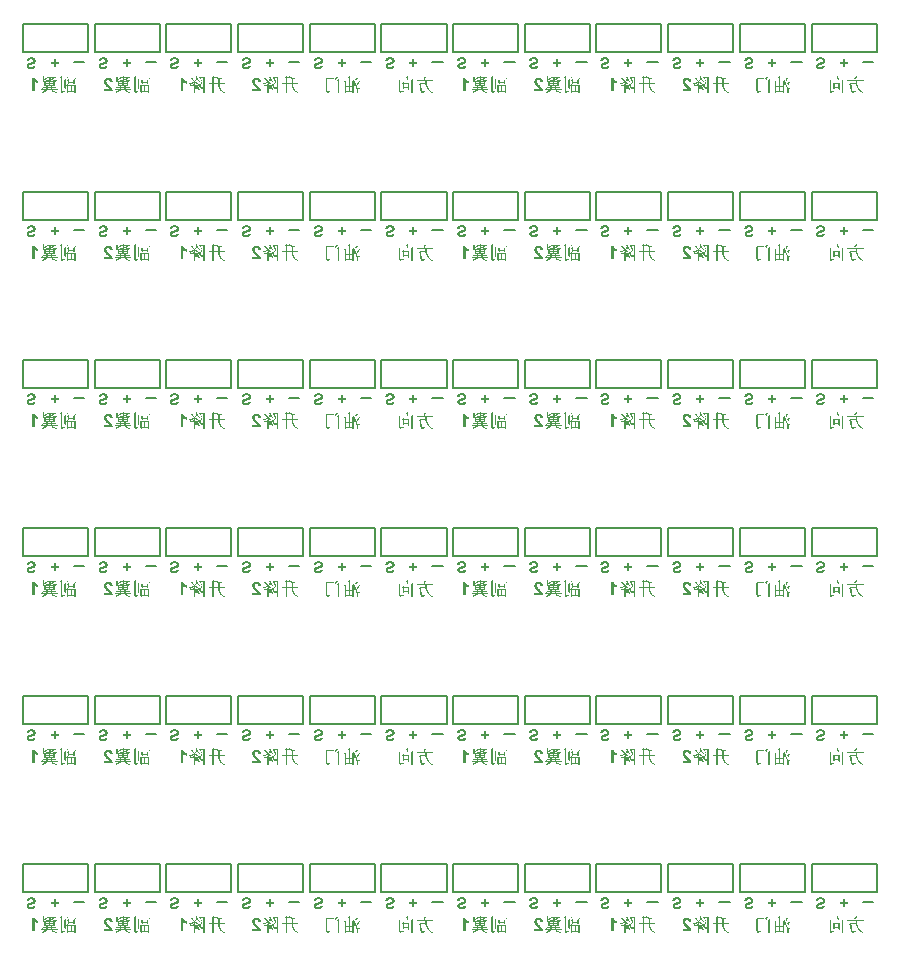
<source format=gbo>
G04 Layer_Color=32896*
%FSLAX25Y25*%
%MOIN*%
G70*
G01*
G75*
%ADD42C,0.00787*%
G36*
X282631Y321646D02*
X281183D01*
Y322382D01*
X282631D01*
Y321646D01*
D02*
G37*
G36*
X258757D02*
X257309D01*
Y322382D01*
X258757D01*
Y321646D01*
D02*
G37*
G36*
X234757D02*
X233309D01*
Y322382D01*
X234757D01*
Y321646D01*
D02*
G37*
G36*
X210757D02*
X209309D01*
Y322382D01*
X210757D01*
Y321646D01*
D02*
G37*
G36*
X187052D02*
X185605D01*
Y322382D01*
X187052D01*
Y321646D01*
D02*
G37*
G36*
X163052D02*
X161604D01*
Y322382D01*
X163052D01*
Y321646D01*
D02*
G37*
G36*
X139131D02*
X137683D01*
Y322382D01*
X139131D01*
Y321646D01*
D02*
G37*
G36*
X115257D02*
X113809D01*
Y322382D01*
X115257D01*
Y321646D01*
D02*
G37*
G36*
X91257D02*
X89809D01*
Y322382D01*
X91257D01*
Y321646D01*
D02*
G37*
G36*
X67257D02*
X65809D01*
Y322382D01*
X67257D01*
Y321646D01*
D02*
G37*
G36*
X43552D02*
X42105D01*
Y322382D01*
X43552D01*
Y321646D01*
D02*
G37*
G36*
X19552D02*
X18104D01*
Y322382D01*
X19552D01*
Y321646D01*
D02*
G37*
G36*
X275185Y321858D02*
X276191D01*
Y321167D01*
X275185D01*
Y320173D01*
X274515D01*
Y321167D01*
X273508D01*
Y321858D01*
X274515D01*
Y322852D01*
X275185D01*
Y321858D01*
D02*
G37*
G36*
X251311D02*
X252317D01*
Y321167D01*
X251311D01*
Y320173D01*
X250641D01*
Y321167D01*
X249634D01*
Y321858D01*
X250641D01*
Y322852D01*
X251311D01*
Y321858D01*
D02*
G37*
G36*
X227310D02*
X228317D01*
Y321167D01*
X227310D01*
Y320173D01*
X226641D01*
Y321167D01*
X225634D01*
Y321858D01*
X226641D01*
Y322852D01*
X227310D01*
Y321858D01*
D02*
G37*
G36*
X203310D02*
X204317D01*
Y321167D01*
X203310D01*
Y320173D01*
X202641D01*
Y321167D01*
X201634D01*
Y321858D01*
X202641D01*
Y322852D01*
X203310D01*
Y321858D01*
D02*
G37*
G36*
X179606D02*
X180613D01*
Y321167D01*
X179606D01*
Y320173D01*
X178936D01*
Y321167D01*
X177929D01*
Y321858D01*
X178936D01*
Y322852D01*
X179606D01*
Y321858D01*
D02*
G37*
G36*
X155606D02*
X156613D01*
Y321167D01*
X155606D01*
Y320173D01*
X154936D01*
Y321167D01*
X153929D01*
Y321858D01*
X154936D01*
Y322852D01*
X155606D01*
Y321858D01*
D02*
G37*
G36*
X131685D02*
X132691D01*
Y321167D01*
X131685D01*
Y320173D01*
X131015D01*
Y321167D01*
X130008D01*
Y321858D01*
X131015D01*
Y322852D01*
X131685D01*
Y321858D01*
D02*
G37*
G36*
X107810D02*
X108817D01*
Y321167D01*
X107810D01*
Y320173D01*
X107141D01*
Y321167D01*
X106134D01*
Y321858D01*
X107141D01*
Y322852D01*
X107810D01*
Y321858D01*
D02*
G37*
G36*
X83811D02*
X84817D01*
Y321167D01*
X83811D01*
Y320173D01*
X83141D01*
Y321167D01*
X82134D01*
Y321858D01*
X83141D01*
Y322852D01*
X83811D01*
Y321858D01*
D02*
G37*
G36*
X59811D02*
X60817D01*
Y321167D01*
X59811D01*
Y320173D01*
X59141D01*
Y321167D01*
X58134D01*
Y321858D01*
X59141D01*
Y322852D01*
X59811D01*
Y321858D01*
D02*
G37*
G36*
X36106D02*
X37113D01*
Y321167D01*
X36106D01*
Y320173D01*
X35436D01*
Y321167D01*
X34429D01*
Y321858D01*
X35436D01*
Y322852D01*
X36106D01*
Y321858D01*
D02*
G37*
G36*
X12106D02*
X13113D01*
Y321167D01*
X12106D01*
Y320173D01*
X11436D01*
Y321167D01*
X10429D01*
Y321858D01*
X11436D01*
Y322852D01*
X12106D01*
Y321858D01*
D02*
G37*
G36*
X267189Y323472D02*
X267276Y323464D01*
X267351Y323455D01*
X267426Y323443D01*
X267497Y323435D01*
X267559Y323422D01*
X267618Y323406D01*
X267667Y323393D01*
X267713Y323380D01*
X267755Y323372D01*
X267788Y323360D01*
X267813Y323351D01*
X267830Y323343D01*
X267842Y323339D01*
X267846D01*
X267967Y323281D01*
X268071Y323214D01*
X268158Y323139D01*
X268233Y323073D01*
X268291Y323010D01*
X268312Y322981D01*
X268333Y322956D01*
X268345Y322940D01*
X268358Y322923D01*
X268366Y322915D01*
Y322910D01*
X268400Y322856D01*
X268429Y322798D01*
X268475Y322690D01*
X268508Y322586D01*
X268529Y322490D01*
X268537Y322449D01*
X268545Y322411D01*
X268549Y322374D01*
Y322345D01*
X268553Y322324D01*
Y322303D01*
Y322295D01*
Y322291D01*
X268545Y322162D01*
X268529Y322041D01*
X268504Y321937D01*
X268491Y321891D01*
X268479Y321850D01*
X268462Y321812D01*
X268449Y321779D01*
X268437Y321750D01*
X268425Y321725D01*
X268412Y321704D01*
X268408Y321692D01*
X268400Y321683D01*
Y321679D01*
X268337Y321592D01*
X268267Y321513D01*
X268196Y321446D01*
X268129Y321388D01*
X268067Y321346D01*
X268017Y321313D01*
X267996Y321305D01*
X267984Y321296D01*
X267975Y321288D01*
X267971D01*
X267917Y321263D01*
X267859Y321234D01*
X267792Y321209D01*
X267726Y321184D01*
X267588Y321138D01*
X267451Y321097D01*
X267389Y321080D01*
X267326Y321063D01*
X267276Y321047D01*
X267227Y321034D01*
X267189Y321026D01*
X267160Y321018D01*
X267143Y321013D01*
X267135D01*
X267035Y320988D01*
X266944Y320964D01*
X266860Y320939D01*
X266786Y320914D01*
X266719Y320893D01*
X266661Y320872D01*
X266611Y320851D01*
X266569Y320835D01*
X266532Y320818D01*
X266498Y320801D01*
X266474Y320789D01*
X266457Y320776D01*
X266440Y320768D01*
X266432Y320760D01*
X266424Y320756D01*
X266386Y320718D01*
X266357Y320681D01*
X266340Y320639D01*
X266324Y320602D01*
X266315Y320573D01*
X266311Y320543D01*
Y320527D01*
Y320523D01*
X266315Y320469D01*
X266332Y320423D01*
X266349Y320381D01*
X266374Y320348D01*
X266394Y320323D01*
X266415Y320302D01*
X266428Y320290D01*
X266432Y320286D01*
X266511Y320240D01*
X266594Y320202D01*
X266686Y320177D01*
X266769Y320161D01*
X266848Y320152D01*
X266881Y320148D01*
X266910Y320144D01*
X266964D01*
X267081Y320148D01*
X267181Y320165D01*
X267264Y320186D01*
X267335Y320211D01*
X267389Y320236D01*
X267426Y320256D01*
X267447Y320273D01*
X267455Y320277D01*
X267513Y320331D01*
X267559Y320398D01*
X267597Y320469D01*
X267626Y320535D01*
X267647Y320598D01*
X267655Y320627D01*
X267663Y320652D01*
X267667Y320668D01*
Y320685D01*
X267672Y320693D01*
Y320697D01*
X268445Y320668D01*
X268437Y320573D01*
X268425Y320481D01*
X268404Y320394D01*
X268375Y320315D01*
X268345Y320240D01*
X268312Y320169D01*
X268279Y320107D01*
X268246Y320048D01*
X268208Y319999D01*
X268175Y319953D01*
X268146Y319911D01*
X268117Y319882D01*
X268092Y319857D01*
X268075Y319836D01*
X268063Y319828D01*
X268058Y319824D01*
X267988Y319765D01*
X267909Y319720D01*
X267821Y319674D01*
X267734Y319637D01*
X267647Y319607D01*
X267555Y319583D01*
X267464Y319562D01*
X267380Y319545D01*
X267297Y319528D01*
X267218Y319520D01*
X267152Y319512D01*
X267089Y319508D01*
X267043Y319503D01*
X266973D01*
X266810Y319508D01*
X266740Y319516D01*
X266665Y319524D01*
X266598Y319537D01*
X266536Y319545D01*
X266482Y319557D01*
X266428Y319570D01*
X266378Y319587D01*
X266336Y319599D01*
X266303Y319607D01*
X266270Y319620D01*
X266249Y319628D01*
X266228Y319637D01*
X266220Y319641D01*
X266216D01*
X266107Y319695D01*
X266008Y319757D01*
X265929Y319820D01*
X265858Y319882D01*
X265808Y319940D01*
X265766Y319986D01*
X265754Y320003D01*
X265745Y320015D01*
X265737Y320023D01*
Y320028D01*
X265683Y320123D01*
X265641Y320219D01*
X265612Y320315D01*
X265592Y320398D01*
X265579Y320469D01*
X265575Y320502D01*
Y320527D01*
X265571Y320548D01*
Y320564D01*
Y320573D01*
Y320577D01*
X265575Y320660D01*
X265587Y320739D01*
X265604Y320818D01*
X265625Y320889D01*
X265654Y320955D01*
X265683Y321022D01*
X265716Y321080D01*
X265750Y321134D01*
X265779Y321184D01*
X265812Y321226D01*
X265841Y321263D01*
X265870Y321292D01*
X265891Y321317D01*
X265908Y321334D01*
X265920Y321346D01*
X265924Y321351D01*
X265974Y321392D01*
X266033Y321429D01*
X266099Y321467D01*
X266166Y321504D01*
X266311Y321567D01*
X266457Y321625D01*
X266523Y321646D01*
X266586Y321667D01*
X266644Y321687D01*
X266698Y321700D01*
X266740Y321712D01*
X266769Y321721D01*
X266790Y321729D01*
X266798D01*
X266885Y321750D01*
X266964Y321771D01*
X267035Y321787D01*
X267097Y321804D01*
X267156Y321821D01*
X267206Y321833D01*
X267251Y321846D01*
X267289Y321858D01*
X267322Y321866D01*
X267347Y321875D01*
X267372Y321883D01*
X267389Y321887D01*
X267401Y321891D01*
X267409D01*
X267418Y321895D01*
X267489Y321924D01*
X267547Y321950D01*
X267593Y321979D01*
X267634Y322004D01*
X267659Y322028D01*
X267680Y322045D01*
X267692Y322058D01*
X267697Y322062D01*
X267726Y322099D01*
X267746Y322137D01*
X267759Y322178D01*
X267771Y322216D01*
X267776Y322245D01*
X267780Y322270D01*
Y322291D01*
Y322295D01*
Y322332D01*
X267771Y322370D01*
X267751Y322440D01*
X267717Y322507D01*
X267684Y322561D01*
X267651Y322603D01*
X267618Y322636D01*
X267597Y322657D01*
X267593Y322665D01*
X267588D01*
X267551Y322694D01*
X267509Y322719D01*
X267418Y322757D01*
X267322Y322786D01*
X267231Y322802D01*
X267147Y322815D01*
X267114Y322819D01*
X267081D01*
X267056Y322823D01*
X267019D01*
X266894Y322815D01*
X266781Y322794D01*
X266686Y322769D01*
X266602Y322736D01*
X266569Y322719D01*
X266540Y322703D01*
X266511Y322690D01*
X266490Y322677D01*
X266474Y322665D01*
X266461Y322657D01*
X266457Y322648D01*
X266453D01*
X266415Y322611D01*
X266382Y322573D01*
X266324Y322486D01*
X266274Y322391D01*
X266236Y322299D01*
X266211Y322216D01*
X266199Y322182D01*
X266191Y322149D01*
X266186Y322124D01*
X266182Y322103D01*
X266178Y322091D01*
Y322087D01*
X265425Y322162D01*
X265442Y322278D01*
X265467Y322391D01*
X265496Y322490D01*
X265529Y322586D01*
X265567Y322673D01*
X265604Y322757D01*
X265646Y322827D01*
X265687Y322894D01*
X265725Y322952D01*
X265762Y323002D01*
X265800Y323044D01*
X265829Y323081D01*
X265854Y323106D01*
X265875Y323127D01*
X265887Y323139D01*
X265891Y323143D01*
X265970Y323202D01*
X266053Y323252D01*
X266141Y323297D01*
X266232Y323335D01*
X266324Y323368D01*
X266415Y323393D01*
X266507Y323418D01*
X266598Y323435D01*
X266682Y323447D01*
X266761Y323460D01*
X266831Y323468D01*
X266890Y323472D01*
X266939D01*
X266977Y323476D01*
X267102D01*
X267189Y323472D01*
D02*
G37*
G36*
X243315D02*
X243402Y323464D01*
X243477Y323455D01*
X243552Y323443D01*
X243623Y323435D01*
X243685Y323422D01*
X243743Y323406D01*
X243793Y323393D01*
X243839Y323380D01*
X243881Y323372D01*
X243914Y323360D01*
X243939Y323351D01*
X243956Y323343D01*
X243968Y323339D01*
X243972D01*
X244093Y323281D01*
X244197Y323214D01*
X244284Y323139D01*
X244359Y323073D01*
X244417Y323010D01*
X244438Y322981D01*
X244459Y322956D01*
X244472Y322940D01*
X244484Y322923D01*
X244492Y322915D01*
Y322910D01*
X244526Y322856D01*
X244555Y322798D01*
X244601Y322690D01*
X244634Y322586D01*
X244655Y322490D01*
X244663Y322449D01*
X244671Y322411D01*
X244675Y322374D01*
Y322345D01*
X244679Y322324D01*
Y322303D01*
Y322295D01*
Y322291D01*
X244671Y322162D01*
X244655Y322041D01*
X244630Y321937D01*
X244617Y321891D01*
X244605Y321850D01*
X244588Y321812D01*
X244576Y321779D01*
X244563Y321750D01*
X244551Y321725D01*
X244538Y321704D01*
X244534Y321692D01*
X244526Y321683D01*
Y321679D01*
X244463Y321592D01*
X244392Y321513D01*
X244322Y321446D01*
X244255Y321388D01*
X244193Y321346D01*
X244143Y321313D01*
X244122Y321305D01*
X244110Y321296D01*
X244101Y321288D01*
X244097D01*
X244043Y321263D01*
X243985Y321234D01*
X243918Y321209D01*
X243852Y321184D01*
X243714Y321138D01*
X243577Y321097D01*
X243515Y321080D01*
X243452Y321063D01*
X243402Y321047D01*
X243353Y321034D01*
X243315Y321026D01*
X243286Y321018D01*
X243269Y321013D01*
X243261D01*
X243161Y320988D01*
X243070Y320964D01*
X242986Y320939D01*
X242912Y320914D01*
X242845Y320893D01*
X242787Y320872D01*
X242737Y320851D01*
X242695Y320835D01*
X242658Y320818D01*
X242624Y320801D01*
X242600Y320789D01*
X242583Y320776D01*
X242566Y320768D01*
X242558Y320760D01*
X242550Y320756D01*
X242512Y320718D01*
X242483Y320681D01*
X242466Y320639D01*
X242450Y320602D01*
X242441Y320573D01*
X242437Y320543D01*
Y320527D01*
Y320523D01*
X242441Y320469D01*
X242458Y320423D01*
X242475Y320381D01*
X242500Y320348D01*
X242520Y320323D01*
X242541Y320302D01*
X242554Y320290D01*
X242558Y320286D01*
X242637Y320240D01*
X242720Y320202D01*
X242812Y320177D01*
X242895Y320161D01*
X242974Y320152D01*
X243007Y320148D01*
X243036Y320144D01*
X243090D01*
X243207Y320148D01*
X243307Y320165D01*
X243390Y320186D01*
X243461Y320211D01*
X243515Y320236D01*
X243552Y320256D01*
X243573Y320273D01*
X243581Y320277D01*
X243639Y320331D01*
X243685Y320398D01*
X243723Y320469D01*
X243752Y320535D01*
X243773Y320598D01*
X243781Y320627D01*
X243789Y320652D01*
X243793Y320668D01*
Y320685D01*
X243798Y320693D01*
Y320697D01*
X244571Y320668D01*
X244563Y320573D01*
X244551Y320481D01*
X244530Y320394D01*
X244501Y320315D01*
X244472Y320240D01*
X244438Y320169D01*
X244405Y320107D01*
X244372Y320048D01*
X244334Y319999D01*
X244301Y319953D01*
X244272Y319911D01*
X244243Y319882D01*
X244218Y319857D01*
X244201Y319836D01*
X244189Y319828D01*
X244184Y319824D01*
X244114Y319765D01*
X244035Y319720D01*
X243947Y319674D01*
X243860Y319637D01*
X243773Y319607D01*
X243681Y319583D01*
X243590Y319562D01*
X243506Y319545D01*
X243423Y319528D01*
X243344Y319520D01*
X243278Y319512D01*
X243215Y319508D01*
X243169Y319503D01*
X243099D01*
X242936Y319508D01*
X242866Y319516D01*
X242791Y319524D01*
X242724Y319537D01*
X242662Y319545D01*
X242608Y319557D01*
X242554Y319570D01*
X242504Y319587D01*
X242462Y319599D01*
X242429Y319607D01*
X242396Y319620D01*
X242375Y319628D01*
X242354Y319637D01*
X242346Y319641D01*
X242342D01*
X242233Y319695D01*
X242134Y319757D01*
X242055Y319820D01*
X241984Y319882D01*
X241934Y319940D01*
X241892Y319986D01*
X241880Y320003D01*
X241872Y320015D01*
X241863Y320023D01*
Y320028D01*
X241809Y320123D01*
X241768Y320219D01*
X241738Y320315D01*
X241718Y320398D01*
X241705Y320469D01*
X241701Y320502D01*
Y320527D01*
X241697Y320548D01*
Y320564D01*
Y320573D01*
Y320577D01*
X241701Y320660D01*
X241713Y320739D01*
X241730Y320818D01*
X241751Y320889D01*
X241780Y320955D01*
X241809Y321022D01*
X241842Y321080D01*
X241876Y321134D01*
X241905Y321184D01*
X241938Y321226D01*
X241967Y321263D01*
X241996Y321292D01*
X242017Y321317D01*
X242034Y321334D01*
X242046Y321346D01*
X242050Y321351D01*
X242100Y321392D01*
X242159Y321429D01*
X242225Y321467D01*
X242292Y321504D01*
X242437Y321567D01*
X242583Y321625D01*
X242649Y321646D01*
X242712Y321667D01*
X242770Y321687D01*
X242824Y321700D01*
X242866Y321712D01*
X242895Y321721D01*
X242916Y321729D01*
X242924D01*
X243011Y321750D01*
X243090Y321771D01*
X243161Y321787D01*
X243224Y321804D01*
X243282Y321821D01*
X243332Y321833D01*
X243377Y321846D01*
X243415Y321858D01*
X243448Y321866D01*
X243473Y321875D01*
X243498Y321883D01*
X243515Y321887D01*
X243527Y321891D01*
X243535D01*
X243544Y321895D01*
X243615Y321924D01*
X243673Y321950D01*
X243719Y321979D01*
X243760Y322004D01*
X243785Y322028D01*
X243806Y322045D01*
X243818Y322058D01*
X243823Y322062D01*
X243852Y322099D01*
X243872Y322137D01*
X243885Y322178D01*
X243897Y322216D01*
X243902Y322245D01*
X243906Y322270D01*
Y322291D01*
Y322295D01*
Y322332D01*
X243897Y322370D01*
X243877Y322440D01*
X243843Y322507D01*
X243810Y322561D01*
X243777Y322603D01*
X243743Y322636D01*
X243723Y322657D01*
X243719Y322665D01*
X243714D01*
X243677Y322694D01*
X243635Y322719D01*
X243544Y322757D01*
X243448Y322786D01*
X243357Y322802D01*
X243273Y322815D01*
X243240Y322819D01*
X243207D01*
X243182Y322823D01*
X243144D01*
X243020Y322815D01*
X242907Y322794D01*
X242812Y322769D01*
X242728Y322736D01*
X242695Y322719D01*
X242666Y322703D01*
X242637Y322690D01*
X242616Y322677D01*
X242600Y322665D01*
X242587Y322657D01*
X242583Y322648D01*
X242579D01*
X242541Y322611D01*
X242508Y322573D01*
X242450Y322486D01*
X242400Y322391D01*
X242362Y322299D01*
X242337Y322216D01*
X242325Y322182D01*
X242317Y322149D01*
X242313Y322124D01*
X242308Y322103D01*
X242304Y322091D01*
Y322087D01*
X241551Y322162D01*
X241568Y322278D01*
X241593Y322391D01*
X241622Y322490D01*
X241655Y322586D01*
X241693Y322673D01*
X241730Y322757D01*
X241772Y322827D01*
X241813Y322894D01*
X241851Y322952D01*
X241888Y323002D01*
X241926Y323044D01*
X241955Y323081D01*
X241980Y323106D01*
X242001Y323127D01*
X242013Y323139D01*
X242017Y323143D01*
X242096Y323202D01*
X242179Y323252D01*
X242267Y323297D01*
X242358Y323335D01*
X242450Y323368D01*
X242541Y323393D01*
X242633Y323418D01*
X242724Y323435D01*
X242808Y323447D01*
X242886Y323460D01*
X242957Y323468D01*
X243016Y323472D01*
X243065D01*
X243103Y323476D01*
X243228D01*
X243315Y323472D01*
D02*
G37*
G36*
X219315D02*
X219402Y323464D01*
X219477Y323455D01*
X219552Y323443D01*
X219623Y323435D01*
X219685Y323422D01*
X219743Y323406D01*
X219793Y323393D01*
X219839Y323380D01*
X219881Y323372D01*
X219914Y323360D01*
X219939Y323351D01*
X219956Y323343D01*
X219968Y323339D01*
X219972D01*
X220093Y323281D01*
X220197Y323214D01*
X220284Y323139D01*
X220359Y323073D01*
X220417Y323010D01*
X220438Y322981D01*
X220459Y322956D01*
X220472Y322940D01*
X220484Y322923D01*
X220492Y322915D01*
Y322910D01*
X220526Y322856D01*
X220555Y322798D01*
X220601Y322690D01*
X220634Y322586D01*
X220655Y322490D01*
X220663Y322449D01*
X220671Y322411D01*
X220675Y322374D01*
Y322345D01*
X220679Y322324D01*
Y322303D01*
Y322295D01*
Y322291D01*
X220671Y322162D01*
X220655Y322041D01*
X220630Y321937D01*
X220617Y321891D01*
X220605Y321850D01*
X220588Y321812D01*
X220575Y321779D01*
X220563Y321750D01*
X220550Y321725D01*
X220538Y321704D01*
X220534Y321692D01*
X220526Y321683D01*
Y321679D01*
X220463Y321592D01*
X220392Y321513D01*
X220322Y321446D01*
X220255Y321388D01*
X220193Y321346D01*
X220143Y321313D01*
X220122Y321305D01*
X220110Y321296D01*
X220101Y321288D01*
X220097D01*
X220043Y321263D01*
X219985Y321234D01*
X219918Y321209D01*
X219852Y321184D01*
X219714Y321138D01*
X219577Y321097D01*
X219515Y321080D01*
X219452Y321063D01*
X219402Y321047D01*
X219353Y321034D01*
X219315Y321026D01*
X219286Y321018D01*
X219269Y321013D01*
X219261D01*
X219161Y320988D01*
X219070Y320964D01*
X218986Y320939D01*
X218912Y320914D01*
X218845Y320893D01*
X218787Y320872D01*
X218737Y320851D01*
X218695Y320835D01*
X218658Y320818D01*
X218624Y320801D01*
X218600Y320789D01*
X218583Y320776D01*
X218566Y320768D01*
X218558Y320760D01*
X218550Y320756D01*
X218512Y320718D01*
X218483Y320681D01*
X218466Y320639D01*
X218450Y320602D01*
X218441Y320573D01*
X218437Y320543D01*
Y320527D01*
Y320523D01*
X218441Y320469D01*
X218458Y320423D01*
X218475Y320381D01*
X218500Y320348D01*
X218520Y320323D01*
X218541Y320302D01*
X218554Y320290D01*
X218558Y320286D01*
X218637Y320240D01*
X218720Y320202D01*
X218812Y320177D01*
X218895Y320161D01*
X218974Y320152D01*
X219007Y320148D01*
X219036Y320144D01*
X219090D01*
X219207Y320148D01*
X219307Y320165D01*
X219390Y320186D01*
X219461Y320211D01*
X219515Y320236D01*
X219552Y320256D01*
X219573Y320273D01*
X219581Y320277D01*
X219639Y320331D01*
X219685Y320398D01*
X219723Y320469D01*
X219752Y320535D01*
X219773Y320598D01*
X219781Y320627D01*
X219789Y320652D01*
X219793Y320668D01*
Y320685D01*
X219798Y320693D01*
Y320697D01*
X220571Y320668D01*
X220563Y320573D01*
X220550Y320481D01*
X220530Y320394D01*
X220501Y320315D01*
X220472Y320240D01*
X220438Y320169D01*
X220405Y320107D01*
X220372Y320048D01*
X220334Y319999D01*
X220301Y319953D01*
X220272Y319911D01*
X220243Y319882D01*
X220218Y319857D01*
X220201Y319836D01*
X220189Y319828D01*
X220184Y319824D01*
X220114Y319765D01*
X220035Y319720D01*
X219947Y319674D01*
X219860Y319637D01*
X219773Y319607D01*
X219681Y319583D01*
X219590Y319562D01*
X219506Y319545D01*
X219423Y319528D01*
X219344Y319520D01*
X219278Y319512D01*
X219215Y319508D01*
X219169Y319503D01*
X219099D01*
X218936Y319508D01*
X218866Y319516D01*
X218791Y319524D01*
X218724Y319537D01*
X218662Y319545D01*
X218608Y319557D01*
X218554Y319570D01*
X218504Y319587D01*
X218462Y319599D01*
X218429Y319607D01*
X218396Y319620D01*
X218375Y319628D01*
X218354Y319637D01*
X218346Y319641D01*
X218342D01*
X218233Y319695D01*
X218134Y319757D01*
X218055Y319820D01*
X217984Y319882D01*
X217934Y319940D01*
X217892Y319986D01*
X217880Y320003D01*
X217871Y320015D01*
X217863Y320023D01*
Y320028D01*
X217809Y320123D01*
X217768Y320219D01*
X217738Y320315D01*
X217718Y320398D01*
X217705Y320469D01*
X217701Y320502D01*
Y320527D01*
X217697Y320548D01*
Y320564D01*
Y320573D01*
Y320577D01*
X217701Y320660D01*
X217713Y320739D01*
X217730Y320818D01*
X217751Y320889D01*
X217780Y320955D01*
X217809Y321022D01*
X217842Y321080D01*
X217876Y321134D01*
X217905Y321184D01*
X217938Y321226D01*
X217967Y321263D01*
X217996Y321292D01*
X218017Y321317D01*
X218034Y321334D01*
X218046Y321346D01*
X218050Y321351D01*
X218100Y321392D01*
X218159Y321429D01*
X218225Y321467D01*
X218292Y321504D01*
X218437Y321567D01*
X218583Y321625D01*
X218649Y321646D01*
X218712Y321667D01*
X218770Y321687D01*
X218824Y321700D01*
X218866Y321712D01*
X218895Y321721D01*
X218916Y321729D01*
X218924D01*
X219011Y321750D01*
X219090Y321771D01*
X219161Y321787D01*
X219223Y321804D01*
X219282Y321821D01*
X219332Y321833D01*
X219377Y321846D01*
X219415Y321858D01*
X219448Y321866D01*
X219473Y321875D01*
X219498Y321883D01*
X219515Y321887D01*
X219527Y321891D01*
X219535D01*
X219544Y321895D01*
X219615Y321924D01*
X219673Y321950D01*
X219719Y321979D01*
X219760Y322004D01*
X219785Y322028D01*
X219806Y322045D01*
X219818Y322058D01*
X219823Y322062D01*
X219852Y322099D01*
X219872Y322137D01*
X219885Y322178D01*
X219897Y322216D01*
X219902Y322245D01*
X219906Y322270D01*
Y322291D01*
Y322295D01*
Y322332D01*
X219897Y322370D01*
X219877Y322440D01*
X219843Y322507D01*
X219810Y322561D01*
X219777Y322603D01*
X219743Y322636D01*
X219723Y322657D01*
X219719Y322665D01*
X219714D01*
X219677Y322694D01*
X219635Y322719D01*
X219544Y322757D01*
X219448Y322786D01*
X219357Y322802D01*
X219273Y322815D01*
X219240Y322819D01*
X219207D01*
X219182Y322823D01*
X219145D01*
X219020Y322815D01*
X218907Y322794D01*
X218812Y322769D01*
X218728Y322736D01*
X218695Y322719D01*
X218666Y322703D01*
X218637Y322690D01*
X218616Y322677D01*
X218600Y322665D01*
X218587Y322657D01*
X218583Y322648D01*
X218579D01*
X218541Y322611D01*
X218508Y322573D01*
X218450Y322486D01*
X218400Y322391D01*
X218362Y322299D01*
X218337Y322216D01*
X218325Y322182D01*
X218317Y322149D01*
X218313Y322124D01*
X218308Y322103D01*
X218304Y322091D01*
Y322087D01*
X217551Y322162D01*
X217568Y322278D01*
X217593Y322391D01*
X217622Y322490D01*
X217655Y322586D01*
X217693Y322673D01*
X217730Y322757D01*
X217772Y322827D01*
X217813Y322894D01*
X217851Y322952D01*
X217888Y323002D01*
X217926Y323044D01*
X217955Y323081D01*
X217980Y323106D01*
X218001Y323127D01*
X218013Y323139D01*
X218017Y323143D01*
X218096Y323202D01*
X218179Y323252D01*
X218267Y323297D01*
X218358Y323335D01*
X218450Y323368D01*
X218541Y323393D01*
X218633Y323418D01*
X218724Y323435D01*
X218808Y323447D01*
X218886Y323460D01*
X218957Y323468D01*
X219016Y323472D01*
X219065D01*
X219103Y323476D01*
X219228D01*
X219315Y323472D01*
D02*
G37*
G36*
X195315D02*
X195402Y323464D01*
X195477Y323455D01*
X195552Y323443D01*
X195623Y323435D01*
X195685Y323422D01*
X195744Y323406D01*
X195793Y323393D01*
X195839Y323380D01*
X195881Y323372D01*
X195914Y323360D01*
X195939Y323351D01*
X195956Y323343D01*
X195968Y323339D01*
X195972D01*
X196093Y323281D01*
X196197Y323214D01*
X196284Y323139D01*
X196359Y323073D01*
X196417Y323010D01*
X196438Y322981D01*
X196459Y322956D01*
X196472Y322940D01*
X196484Y322923D01*
X196492Y322915D01*
Y322910D01*
X196526Y322856D01*
X196555Y322798D01*
X196600Y322690D01*
X196634Y322586D01*
X196654Y322490D01*
X196663Y322449D01*
X196671Y322411D01*
X196675Y322374D01*
Y322345D01*
X196679Y322324D01*
Y322303D01*
Y322295D01*
Y322291D01*
X196671Y322162D01*
X196654Y322041D01*
X196630Y321937D01*
X196617Y321891D01*
X196605Y321850D01*
X196588Y321812D01*
X196575Y321779D01*
X196563Y321750D01*
X196551Y321725D01*
X196538Y321704D01*
X196534Y321692D01*
X196526Y321683D01*
Y321679D01*
X196463Y321592D01*
X196393Y321513D01*
X196322Y321446D01*
X196255Y321388D01*
X196193Y321346D01*
X196143Y321313D01*
X196122Y321305D01*
X196110Y321296D01*
X196101Y321288D01*
X196097D01*
X196043Y321263D01*
X195985Y321234D01*
X195918Y321209D01*
X195852Y321184D01*
X195714Y321138D01*
X195577Y321097D01*
X195515Y321080D01*
X195452Y321063D01*
X195402Y321047D01*
X195352Y321034D01*
X195315Y321026D01*
X195286Y321018D01*
X195269Y321013D01*
X195261D01*
X195161Y320988D01*
X195070Y320964D01*
X194986Y320939D01*
X194912Y320914D01*
X194845Y320893D01*
X194787Y320872D01*
X194737Y320851D01*
X194695Y320835D01*
X194658Y320818D01*
X194624Y320801D01*
X194599Y320789D01*
X194583Y320776D01*
X194566Y320768D01*
X194558Y320760D01*
X194550Y320756D01*
X194512Y320718D01*
X194483Y320681D01*
X194466Y320639D01*
X194450Y320602D01*
X194441Y320573D01*
X194437Y320543D01*
Y320527D01*
Y320523D01*
X194441Y320469D01*
X194458Y320423D01*
X194475Y320381D01*
X194500Y320348D01*
X194520Y320323D01*
X194541Y320302D01*
X194554Y320290D01*
X194558Y320286D01*
X194637Y320240D01*
X194720Y320202D01*
X194812Y320177D01*
X194895Y320161D01*
X194974Y320152D01*
X195007Y320148D01*
X195036Y320144D01*
X195090D01*
X195207Y320148D01*
X195307Y320165D01*
X195390Y320186D01*
X195461Y320211D01*
X195515Y320236D01*
X195552Y320256D01*
X195573Y320273D01*
X195581Y320277D01*
X195640Y320331D01*
X195685Y320398D01*
X195723Y320469D01*
X195752Y320535D01*
X195773Y320598D01*
X195781Y320627D01*
X195789Y320652D01*
X195793Y320668D01*
Y320685D01*
X195798Y320693D01*
Y320697D01*
X196571Y320668D01*
X196563Y320573D01*
X196551Y320481D01*
X196530Y320394D01*
X196501Y320315D01*
X196472Y320240D01*
X196438Y320169D01*
X196405Y320107D01*
X196372Y320048D01*
X196334Y319999D01*
X196301Y319953D01*
X196272Y319911D01*
X196243Y319882D01*
X196218Y319857D01*
X196201Y319836D01*
X196189Y319828D01*
X196185Y319824D01*
X196114Y319765D01*
X196035Y319720D01*
X195947Y319674D01*
X195860Y319637D01*
X195773Y319607D01*
X195681Y319583D01*
X195590Y319562D01*
X195506Y319545D01*
X195423Y319528D01*
X195344Y319520D01*
X195278Y319512D01*
X195215Y319508D01*
X195169Y319503D01*
X195099D01*
X194937Y319508D01*
X194866Y319516D01*
X194791Y319524D01*
X194724Y319537D01*
X194662Y319545D01*
X194608Y319557D01*
X194554Y319570D01*
X194504Y319587D01*
X194462Y319599D01*
X194429Y319607D01*
X194396Y319620D01*
X194375Y319628D01*
X194354Y319637D01*
X194346Y319641D01*
X194342D01*
X194233Y319695D01*
X194134Y319757D01*
X194054Y319820D01*
X193984Y319882D01*
X193934Y319940D01*
X193892Y319986D01*
X193880Y320003D01*
X193871Y320015D01*
X193863Y320023D01*
Y320028D01*
X193809Y320123D01*
X193767Y320219D01*
X193738Y320315D01*
X193718Y320398D01*
X193705Y320469D01*
X193701Y320502D01*
Y320527D01*
X193697Y320548D01*
Y320564D01*
Y320573D01*
Y320577D01*
X193701Y320660D01*
X193713Y320739D01*
X193730Y320818D01*
X193751Y320889D01*
X193780Y320955D01*
X193809Y321022D01*
X193842Y321080D01*
X193876Y321134D01*
X193905Y321184D01*
X193938Y321226D01*
X193967Y321263D01*
X193996Y321292D01*
X194017Y321317D01*
X194034Y321334D01*
X194046Y321346D01*
X194050Y321351D01*
X194100Y321392D01*
X194158Y321429D01*
X194225Y321467D01*
X194292Y321504D01*
X194437Y321567D01*
X194583Y321625D01*
X194649Y321646D01*
X194712Y321667D01*
X194770Y321687D01*
X194824Y321700D01*
X194866Y321712D01*
X194895Y321721D01*
X194916Y321729D01*
X194924D01*
X195011Y321750D01*
X195090Y321771D01*
X195161Y321787D01*
X195223Y321804D01*
X195282Y321821D01*
X195332Y321833D01*
X195377Y321846D01*
X195415Y321858D01*
X195448Y321866D01*
X195473Y321875D01*
X195498Y321883D01*
X195515Y321887D01*
X195527Y321891D01*
X195536D01*
X195544Y321895D01*
X195615Y321924D01*
X195673Y321950D01*
X195719Y321979D01*
X195760Y322004D01*
X195785Y322028D01*
X195806Y322045D01*
X195818Y322058D01*
X195823Y322062D01*
X195852Y322099D01*
X195872Y322137D01*
X195885Y322178D01*
X195897Y322216D01*
X195902Y322245D01*
X195906Y322270D01*
Y322291D01*
Y322295D01*
Y322332D01*
X195897Y322370D01*
X195877Y322440D01*
X195843Y322507D01*
X195810Y322561D01*
X195777Y322603D01*
X195744Y322636D01*
X195723Y322657D01*
X195719Y322665D01*
X195714D01*
X195677Y322694D01*
X195635Y322719D01*
X195544Y322757D01*
X195448Y322786D01*
X195357Y322802D01*
X195273Y322815D01*
X195240Y322819D01*
X195207D01*
X195182Y322823D01*
X195144D01*
X195020Y322815D01*
X194907Y322794D01*
X194812Y322769D01*
X194729Y322736D01*
X194695Y322719D01*
X194666Y322703D01*
X194637Y322690D01*
X194616Y322677D01*
X194599Y322665D01*
X194587Y322657D01*
X194583Y322648D01*
X194579D01*
X194541Y322611D01*
X194508Y322573D01*
X194450Y322486D01*
X194400Y322391D01*
X194362Y322299D01*
X194337Y322216D01*
X194325Y322182D01*
X194317Y322149D01*
X194313Y322124D01*
X194308Y322103D01*
X194304Y322091D01*
Y322087D01*
X193551Y322162D01*
X193568Y322278D01*
X193593Y322391D01*
X193622Y322490D01*
X193655Y322586D01*
X193693Y322673D01*
X193730Y322757D01*
X193772Y322827D01*
X193813Y322894D01*
X193851Y322952D01*
X193888Y323002D01*
X193926Y323044D01*
X193955Y323081D01*
X193980Y323106D01*
X194000Y323127D01*
X194013Y323139D01*
X194017Y323143D01*
X194096Y323202D01*
X194179Y323252D01*
X194267Y323297D01*
X194358Y323335D01*
X194450Y323368D01*
X194541Y323393D01*
X194633Y323418D01*
X194724Y323435D01*
X194808Y323447D01*
X194887Y323460D01*
X194957Y323468D01*
X195016Y323472D01*
X195065D01*
X195103Y323476D01*
X195228D01*
X195315Y323472D01*
D02*
G37*
G36*
X171610D02*
X171698Y323464D01*
X171773Y323455D01*
X171847Y323443D01*
X171918Y323435D01*
X171981Y323422D01*
X172039Y323406D01*
X172089Y323393D01*
X172134Y323380D01*
X172176Y323372D01*
X172209Y323360D01*
X172234Y323351D01*
X172251Y323343D01*
X172263Y323339D01*
X172268D01*
X172388Y323281D01*
X172492Y323214D01*
X172580Y323139D01*
X172654Y323073D01*
X172713Y323010D01*
X172733Y322981D01*
X172754Y322956D01*
X172767Y322940D01*
X172779Y322923D01*
X172788Y322915D01*
Y322910D01*
X172821Y322856D01*
X172850Y322798D01*
X172896Y322690D01*
X172929Y322586D01*
X172950Y322490D01*
X172958Y322449D01*
X172967Y322411D01*
X172971Y322374D01*
Y322345D01*
X172975Y322324D01*
Y322303D01*
Y322295D01*
Y322291D01*
X172967Y322162D01*
X172950Y322041D01*
X172925Y321937D01*
X172912Y321891D01*
X172900Y321850D01*
X172883Y321812D01*
X172871Y321779D01*
X172858Y321750D01*
X172846Y321725D01*
X172833Y321704D01*
X172829Y321692D01*
X172821Y321683D01*
Y321679D01*
X172758Y321592D01*
X172688Y321513D01*
X172617Y321446D01*
X172550Y321388D01*
X172488Y321346D01*
X172438Y321313D01*
X172417Y321305D01*
X172405Y321296D01*
X172397Y321288D01*
X172392D01*
X172338Y321263D01*
X172280Y321234D01*
X172213Y321209D01*
X172147Y321184D01*
X172010Y321138D01*
X171872Y321097D01*
X171810Y321080D01*
X171748Y321063D01*
X171698Y321047D01*
X171648Y321034D01*
X171610Y321026D01*
X171581Y321018D01*
X171564Y321013D01*
X171556D01*
X171456Y320988D01*
X171365Y320964D01*
X171282Y320939D01*
X171207Y320914D01*
X171140Y320893D01*
X171082Y320872D01*
X171032Y320851D01*
X170991Y320835D01*
X170953Y320818D01*
X170920Y320801D01*
X170895Y320789D01*
X170878Y320776D01*
X170861Y320768D01*
X170853Y320760D01*
X170845Y320756D01*
X170807Y320718D01*
X170778Y320681D01*
X170762Y320639D01*
X170745Y320602D01*
X170737Y320573D01*
X170732Y320543D01*
Y320527D01*
Y320523D01*
X170737Y320469D01*
X170753Y320423D01*
X170770Y320381D01*
X170795Y320348D01*
X170816Y320323D01*
X170836Y320302D01*
X170849Y320290D01*
X170853Y320286D01*
X170932Y320240D01*
X171015Y320202D01*
X171107Y320177D01*
X171190Y320161D01*
X171269Y320152D01*
X171302Y320148D01*
X171332Y320144D01*
X171386D01*
X171502Y320148D01*
X171602Y320165D01*
X171685Y320186D01*
X171756Y320211D01*
X171810Y320236D01*
X171847Y320256D01*
X171868Y320273D01*
X171877Y320277D01*
X171935Y320331D01*
X171981Y320398D01*
X172018Y320469D01*
X172047Y320535D01*
X172068Y320598D01*
X172076Y320627D01*
X172084Y320652D01*
X172089Y320668D01*
Y320685D01*
X172093Y320693D01*
Y320697D01*
X172867Y320668D01*
X172858Y320573D01*
X172846Y320481D01*
X172825Y320394D01*
X172796Y320315D01*
X172767Y320240D01*
X172733Y320169D01*
X172700Y320107D01*
X172667Y320048D01*
X172629Y319999D01*
X172596Y319953D01*
X172567Y319911D01*
X172538Y319882D01*
X172513Y319857D01*
X172496Y319836D01*
X172484Y319828D01*
X172480Y319824D01*
X172409Y319765D01*
X172330Y319720D01*
X172243Y319674D01*
X172155Y319637D01*
X172068Y319607D01*
X171976Y319583D01*
X171885Y319562D01*
X171802Y319545D01*
X171719Y319528D01*
X171639Y319520D01*
X171573Y319512D01*
X171511Y319508D01*
X171465Y319503D01*
X171394D01*
X171232Y319508D01*
X171161Y319516D01*
X171086Y319524D01*
X171020Y319537D01*
X170957Y319545D01*
X170903Y319557D01*
X170849Y319570D01*
X170799Y319587D01*
X170757Y319599D01*
X170724Y319607D01*
X170691Y319620D01*
X170670Y319628D01*
X170649Y319637D01*
X170641Y319641D01*
X170637D01*
X170529Y319695D01*
X170429Y319757D01*
X170350Y319820D01*
X170279Y319882D01*
X170229Y319940D01*
X170188Y319986D01*
X170175Y320003D01*
X170167Y320015D01*
X170159Y320023D01*
Y320028D01*
X170104Y320123D01*
X170063Y320219D01*
X170034Y320315D01*
X170013Y320398D01*
X170000Y320469D01*
X169996Y320502D01*
Y320527D01*
X169992Y320548D01*
Y320564D01*
Y320573D01*
Y320577D01*
X169996Y320660D01*
X170009Y320739D01*
X170025Y320818D01*
X170046Y320889D01*
X170075Y320955D01*
X170104Y321022D01*
X170138Y321080D01*
X170171Y321134D01*
X170200Y321184D01*
X170233Y321226D01*
X170263Y321263D01*
X170292Y321292D01*
X170312Y321317D01*
X170329Y321334D01*
X170342Y321346D01*
X170346Y321351D01*
X170396Y321392D01*
X170454Y321429D01*
X170520Y321467D01*
X170587Y321504D01*
X170732Y321567D01*
X170878Y321625D01*
X170945Y321646D01*
X171007Y321667D01*
X171065Y321687D01*
X171119Y321700D01*
X171161Y321712D01*
X171190Y321721D01*
X171211Y321729D01*
X171219D01*
X171307Y321750D01*
X171386Y321771D01*
X171456Y321787D01*
X171519Y321804D01*
X171577Y321821D01*
X171627Y321833D01*
X171673Y321846D01*
X171710Y321858D01*
X171743Y321866D01*
X171768Y321875D01*
X171793Y321883D01*
X171810Y321887D01*
X171823Y321891D01*
X171831D01*
X171839Y321895D01*
X171910Y321924D01*
X171968Y321950D01*
X172014Y321979D01*
X172055Y322004D01*
X172080Y322028D01*
X172101Y322045D01*
X172114Y322058D01*
X172118Y322062D01*
X172147Y322099D01*
X172168Y322137D01*
X172180Y322178D01*
X172193Y322216D01*
X172197Y322245D01*
X172201Y322270D01*
Y322291D01*
Y322295D01*
Y322332D01*
X172193Y322370D01*
X172172Y322440D01*
X172139Y322507D01*
X172105Y322561D01*
X172072Y322603D01*
X172039Y322636D01*
X172018Y322657D01*
X172014Y322665D01*
X172010D01*
X171972Y322694D01*
X171931Y322719D01*
X171839Y322757D01*
X171743Y322786D01*
X171652Y322802D01*
X171569Y322815D01*
X171535Y322819D01*
X171502D01*
X171477Y322823D01*
X171440D01*
X171315Y322815D01*
X171203Y322794D01*
X171107Y322769D01*
X171024Y322736D01*
X170991Y322719D01*
X170961Y322703D01*
X170932Y322690D01*
X170911Y322677D01*
X170895Y322665D01*
X170882Y322657D01*
X170878Y322648D01*
X170874D01*
X170836Y322611D01*
X170803Y322573D01*
X170745Y322486D01*
X170695Y322391D01*
X170658Y322299D01*
X170633Y322216D01*
X170620Y322182D01*
X170612Y322149D01*
X170608Y322124D01*
X170604Y322103D01*
X170599Y322091D01*
Y322087D01*
X169846Y322162D01*
X169863Y322278D01*
X169888Y322391D01*
X169917Y322490D01*
X169950Y322586D01*
X169988Y322673D01*
X170025Y322757D01*
X170067Y322827D01*
X170108Y322894D01*
X170146Y322952D01*
X170183Y323002D01*
X170221Y323044D01*
X170250Y323081D01*
X170275Y323106D01*
X170296Y323127D01*
X170308Y323139D01*
X170312Y323143D01*
X170391Y323202D01*
X170475Y323252D01*
X170562Y323297D01*
X170653Y323335D01*
X170745Y323368D01*
X170836Y323393D01*
X170928Y323418D01*
X171020Y323435D01*
X171103Y323447D01*
X171182Y323460D01*
X171253Y323468D01*
X171311Y323472D01*
X171361D01*
X171398Y323476D01*
X171523D01*
X171610Y323472D01*
D02*
G37*
G36*
X147610D02*
X147698Y323464D01*
X147773Y323455D01*
X147847Y323443D01*
X147918Y323435D01*
X147980Y323422D01*
X148039Y323406D01*
X148089Y323393D01*
X148135Y323380D01*
X148176Y323372D01*
X148209Y323360D01*
X148234Y323351D01*
X148251Y323343D01*
X148263Y323339D01*
X148268D01*
X148388Y323281D01*
X148492Y323214D01*
X148580Y323139D01*
X148654Y323073D01*
X148713Y323010D01*
X148733Y322981D01*
X148754Y322956D01*
X148767Y322940D01*
X148779Y322923D01*
X148788Y322915D01*
Y322910D01*
X148821Y322856D01*
X148850Y322798D01*
X148896Y322690D01*
X148929Y322586D01*
X148950Y322490D01*
X148958Y322449D01*
X148967Y322411D01*
X148971Y322374D01*
Y322345D01*
X148975Y322324D01*
Y322303D01*
Y322295D01*
Y322291D01*
X148967Y322162D01*
X148950Y322041D01*
X148925Y321937D01*
X148912Y321891D01*
X148900Y321850D01*
X148883Y321812D01*
X148871Y321779D01*
X148858Y321750D01*
X148846Y321725D01*
X148833Y321704D01*
X148829Y321692D01*
X148821Y321683D01*
Y321679D01*
X148758Y321592D01*
X148688Y321513D01*
X148617Y321446D01*
X148550Y321388D01*
X148488Y321346D01*
X148438Y321313D01*
X148417Y321305D01*
X148405Y321296D01*
X148397Y321288D01*
X148392D01*
X148338Y321263D01*
X148280Y321234D01*
X148214Y321209D01*
X148147Y321184D01*
X148010Y321138D01*
X147872Y321097D01*
X147810Y321080D01*
X147748Y321063D01*
X147698Y321047D01*
X147648Y321034D01*
X147610Y321026D01*
X147581Y321018D01*
X147564Y321013D01*
X147556D01*
X147456Y320988D01*
X147365Y320964D01*
X147282Y320939D01*
X147207Y320914D01*
X147140Y320893D01*
X147082Y320872D01*
X147032Y320851D01*
X146991Y320835D01*
X146953Y320818D01*
X146920Y320801D01*
X146895Y320789D01*
X146878Y320776D01*
X146862Y320768D01*
X146853Y320760D01*
X146845Y320756D01*
X146807Y320718D01*
X146778Y320681D01*
X146762Y320639D01*
X146745Y320602D01*
X146737Y320573D01*
X146732Y320543D01*
Y320527D01*
Y320523D01*
X146737Y320469D01*
X146753Y320423D01*
X146770Y320381D01*
X146795Y320348D01*
X146816Y320323D01*
X146836Y320302D01*
X146849Y320290D01*
X146853Y320286D01*
X146932Y320240D01*
X147015Y320202D01*
X147107Y320177D01*
X147190Y320161D01*
X147269Y320152D01*
X147302Y320148D01*
X147332Y320144D01*
X147386D01*
X147502Y320148D01*
X147602Y320165D01*
X147685Y320186D01*
X147756Y320211D01*
X147810Y320236D01*
X147847Y320256D01*
X147868Y320273D01*
X147877Y320277D01*
X147935Y320331D01*
X147980Y320398D01*
X148018Y320469D01*
X148047Y320535D01*
X148068Y320598D01*
X148076Y320627D01*
X148084Y320652D01*
X148089Y320668D01*
Y320685D01*
X148093Y320693D01*
Y320697D01*
X148867Y320668D01*
X148858Y320573D01*
X148846Y320481D01*
X148825Y320394D01*
X148796Y320315D01*
X148767Y320240D01*
X148733Y320169D01*
X148700Y320107D01*
X148667Y320048D01*
X148629Y319999D01*
X148596Y319953D01*
X148567Y319911D01*
X148538Y319882D01*
X148513Y319857D01*
X148496Y319836D01*
X148484Y319828D01*
X148480Y319824D01*
X148409Y319765D01*
X148330Y319720D01*
X148243Y319674D01*
X148155Y319637D01*
X148068Y319607D01*
X147976Y319583D01*
X147885Y319562D01*
X147802Y319545D01*
X147719Y319528D01*
X147639Y319520D01*
X147573Y319512D01*
X147511Y319508D01*
X147465Y319503D01*
X147394D01*
X147232Y319508D01*
X147161Y319516D01*
X147086Y319524D01*
X147020Y319537D01*
X146957Y319545D01*
X146903Y319557D01*
X146849Y319570D01*
X146799Y319587D01*
X146757Y319599D01*
X146724Y319607D01*
X146691Y319620D01*
X146670Y319628D01*
X146649Y319637D01*
X146641Y319641D01*
X146637D01*
X146529Y319695D01*
X146429Y319757D01*
X146350Y319820D01*
X146279Y319882D01*
X146229Y319940D01*
X146188Y319986D01*
X146175Y320003D01*
X146167Y320015D01*
X146159Y320023D01*
Y320028D01*
X146104Y320123D01*
X146063Y320219D01*
X146034Y320315D01*
X146013Y320398D01*
X146000Y320469D01*
X145996Y320502D01*
Y320527D01*
X145992Y320548D01*
Y320564D01*
Y320573D01*
Y320577D01*
X145996Y320660D01*
X146009Y320739D01*
X146025Y320818D01*
X146046Y320889D01*
X146075Y320955D01*
X146104Y321022D01*
X146138Y321080D01*
X146171Y321134D01*
X146200Y321184D01*
X146233Y321226D01*
X146263Y321263D01*
X146292Y321292D01*
X146312Y321317D01*
X146329Y321334D01*
X146342Y321346D01*
X146346Y321351D01*
X146396Y321392D01*
X146454Y321429D01*
X146520Y321467D01*
X146587Y321504D01*
X146732Y321567D01*
X146878Y321625D01*
X146945Y321646D01*
X147007Y321667D01*
X147065Y321687D01*
X147119Y321700D01*
X147161Y321712D01*
X147190Y321721D01*
X147211Y321729D01*
X147219D01*
X147307Y321750D01*
X147386Y321771D01*
X147456Y321787D01*
X147519Y321804D01*
X147577Y321821D01*
X147627Y321833D01*
X147673Y321846D01*
X147710Y321858D01*
X147743Y321866D01*
X147768Y321875D01*
X147793Y321883D01*
X147810Y321887D01*
X147822Y321891D01*
X147831D01*
X147839Y321895D01*
X147910Y321924D01*
X147968Y321950D01*
X148014Y321979D01*
X148055Y322004D01*
X148080Y322028D01*
X148101Y322045D01*
X148114Y322058D01*
X148118Y322062D01*
X148147Y322099D01*
X148168Y322137D01*
X148180Y322178D01*
X148193Y322216D01*
X148197Y322245D01*
X148201Y322270D01*
Y322291D01*
Y322295D01*
Y322332D01*
X148193Y322370D01*
X148172Y322440D01*
X148139Y322507D01*
X148105Y322561D01*
X148072Y322603D01*
X148039Y322636D01*
X148018Y322657D01*
X148014Y322665D01*
X148010D01*
X147972Y322694D01*
X147931Y322719D01*
X147839Y322757D01*
X147743Y322786D01*
X147652Y322802D01*
X147569Y322815D01*
X147535Y322819D01*
X147502D01*
X147477Y322823D01*
X147440D01*
X147315Y322815D01*
X147203Y322794D01*
X147107Y322769D01*
X147024Y322736D01*
X146991Y322719D01*
X146961Y322703D01*
X146932Y322690D01*
X146911Y322677D01*
X146895Y322665D01*
X146882Y322657D01*
X146878Y322648D01*
X146874D01*
X146836Y322611D01*
X146803Y322573D01*
X146745Y322486D01*
X146695Y322391D01*
X146658Y322299D01*
X146633Y322216D01*
X146620Y322182D01*
X146612Y322149D01*
X146608Y322124D01*
X146604Y322103D01*
X146599Y322091D01*
Y322087D01*
X145846Y322162D01*
X145863Y322278D01*
X145888Y322391D01*
X145917Y322490D01*
X145950Y322586D01*
X145988Y322673D01*
X146025Y322757D01*
X146067Y322827D01*
X146108Y322894D01*
X146146Y322952D01*
X146183Y323002D01*
X146221Y323044D01*
X146250Y323081D01*
X146275Y323106D01*
X146296Y323127D01*
X146308Y323139D01*
X146312Y323143D01*
X146391Y323202D01*
X146475Y323252D01*
X146562Y323297D01*
X146653Y323335D01*
X146745Y323368D01*
X146836Y323393D01*
X146928Y323418D01*
X147020Y323435D01*
X147103Y323447D01*
X147182Y323460D01*
X147253Y323468D01*
X147311Y323472D01*
X147361D01*
X147398Y323476D01*
X147523D01*
X147610Y323472D01*
D02*
G37*
G36*
X123689D02*
X123776Y323464D01*
X123851Y323455D01*
X123926Y323443D01*
X123997Y323435D01*
X124059Y323422D01*
X124118Y323406D01*
X124167Y323393D01*
X124213Y323380D01*
X124255Y323372D01*
X124288Y323360D01*
X124313Y323351D01*
X124330Y323343D01*
X124342Y323339D01*
X124346D01*
X124467Y323281D01*
X124571Y323214D01*
X124658Y323139D01*
X124733Y323073D01*
X124791Y323010D01*
X124812Y322981D01*
X124833Y322956D01*
X124846Y322940D01*
X124858Y322923D01*
X124866Y322915D01*
Y322910D01*
X124900Y322856D01*
X124929Y322798D01*
X124975Y322690D01*
X125008Y322586D01*
X125029Y322490D01*
X125037Y322449D01*
X125045Y322411D01*
X125049Y322374D01*
Y322345D01*
X125054Y322324D01*
Y322303D01*
Y322295D01*
Y322291D01*
X125045Y322162D01*
X125029Y322041D01*
X125004Y321937D01*
X124991Y321891D01*
X124979Y321850D01*
X124962Y321812D01*
X124950Y321779D01*
X124937Y321750D01*
X124925Y321725D01*
X124912Y321704D01*
X124908Y321692D01*
X124900Y321683D01*
Y321679D01*
X124837Y321592D01*
X124767Y321513D01*
X124696Y321446D01*
X124629Y321388D01*
X124567Y321346D01*
X124517Y321313D01*
X124496Y321305D01*
X124484Y321296D01*
X124475Y321288D01*
X124471D01*
X124417Y321263D01*
X124359Y321234D01*
X124292Y321209D01*
X124226Y321184D01*
X124088Y321138D01*
X123951Y321097D01*
X123889Y321080D01*
X123826Y321063D01*
X123776Y321047D01*
X123726Y321034D01*
X123689Y321026D01*
X123660Y321018D01*
X123643Y321013D01*
X123635D01*
X123535Y320988D01*
X123444Y320964D01*
X123360Y320939D01*
X123285Y320914D01*
X123219Y320893D01*
X123161Y320872D01*
X123111Y320851D01*
X123069Y320835D01*
X123032Y320818D01*
X122998Y320801D01*
X122974Y320789D01*
X122957Y320776D01*
X122940Y320768D01*
X122932Y320760D01*
X122924Y320756D01*
X122886Y320718D01*
X122857Y320681D01*
X122840Y320639D01*
X122824Y320602D01*
X122815Y320573D01*
X122811Y320543D01*
Y320527D01*
Y320523D01*
X122815Y320469D01*
X122832Y320423D01*
X122849Y320381D01*
X122874Y320348D01*
X122895Y320323D01*
X122915Y320302D01*
X122928Y320290D01*
X122932Y320286D01*
X123011Y320240D01*
X123094Y320202D01*
X123186Y320177D01*
X123269Y320161D01*
X123348Y320152D01*
X123381Y320148D01*
X123410Y320144D01*
X123464D01*
X123581Y320148D01*
X123681Y320165D01*
X123764Y320186D01*
X123835Y320211D01*
X123889Y320236D01*
X123926Y320256D01*
X123947Y320273D01*
X123955Y320277D01*
X124013Y320331D01*
X124059Y320398D01*
X124097Y320469D01*
X124126Y320535D01*
X124147Y320598D01*
X124155Y320627D01*
X124163Y320652D01*
X124167Y320668D01*
Y320685D01*
X124172Y320693D01*
Y320697D01*
X124945Y320668D01*
X124937Y320573D01*
X124925Y320481D01*
X124904Y320394D01*
X124875Y320315D01*
X124846Y320240D01*
X124812Y320169D01*
X124779Y320107D01*
X124746Y320048D01*
X124708Y319999D01*
X124675Y319953D01*
X124646Y319911D01*
X124617Y319882D01*
X124592Y319857D01*
X124575Y319836D01*
X124563Y319828D01*
X124558Y319824D01*
X124488Y319765D01*
X124409Y319720D01*
X124321Y319674D01*
X124234Y319637D01*
X124147Y319607D01*
X124055Y319583D01*
X123964Y319562D01*
X123880Y319545D01*
X123797Y319528D01*
X123718Y319520D01*
X123652Y319512D01*
X123589Y319508D01*
X123543Y319503D01*
X123473D01*
X123310Y319508D01*
X123240Y319516D01*
X123165Y319524D01*
X123098Y319537D01*
X123036Y319545D01*
X122982Y319557D01*
X122928Y319570D01*
X122878Y319587D01*
X122836Y319599D01*
X122803Y319607D01*
X122770Y319620D01*
X122749Y319628D01*
X122728Y319637D01*
X122720Y319641D01*
X122716D01*
X122607Y319695D01*
X122508Y319757D01*
X122429Y319820D01*
X122358Y319882D01*
X122308Y319940D01*
X122266Y319986D01*
X122254Y320003D01*
X122246Y320015D01*
X122237Y320023D01*
Y320028D01*
X122183Y320123D01*
X122142Y320219D01*
X122112Y320315D01*
X122092Y320398D01*
X122079Y320469D01*
X122075Y320502D01*
Y320527D01*
X122071Y320548D01*
Y320564D01*
Y320573D01*
Y320577D01*
X122075Y320660D01*
X122087Y320739D01*
X122104Y320818D01*
X122125Y320889D01*
X122154Y320955D01*
X122183Y321022D01*
X122216Y321080D01*
X122250Y321134D01*
X122279Y321184D01*
X122312Y321226D01*
X122341Y321263D01*
X122370Y321292D01*
X122391Y321317D01*
X122408Y321334D01*
X122420Y321346D01*
X122424Y321351D01*
X122474Y321392D01*
X122533Y321429D01*
X122599Y321467D01*
X122666Y321504D01*
X122811Y321567D01*
X122957Y321625D01*
X123023Y321646D01*
X123086Y321667D01*
X123144Y321687D01*
X123198Y321700D01*
X123240Y321712D01*
X123269Y321721D01*
X123290Y321729D01*
X123298D01*
X123385Y321750D01*
X123464Y321771D01*
X123535Y321787D01*
X123598Y321804D01*
X123656Y321821D01*
X123706Y321833D01*
X123751Y321846D01*
X123789Y321858D01*
X123822Y321866D01*
X123847Y321875D01*
X123872Y321883D01*
X123889Y321887D01*
X123901Y321891D01*
X123909D01*
X123918Y321895D01*
X123989Y321924D01*
X124047Y321950D01*
X124093Y321979D01*
X124134Y322004D01*
X124159Y322028D01*
X124180Y322045D01*
X124192Y322058D01*
X124197Y322062D01*
X124226Y322099D01*
X124247Y322137D01*
X124259Y322178D01*
X124271Y322216D01*
X124276Y322245D01*
X124280Y322270D01*
Y322291D01*
Y322295D01*
Y322332D01*
X124271Y322370D01*
X124251Y322440D01*
X124217Y322507D01*
X124184Y322561D01*
X124151Y322603D01*
X124118Y322636D01*
X124097Y322657D01*
X124093Y322665D01*
X124088D01*
X124051Y322694D01*
X124009Y322719D01*
X123918Y322757D01*
X123822Y322786D01*
X123731Y322802D01*
X123647Y322815D01*
X123614Y322819D01*
X123581D01*
X123556Y322823D01*
X123519D01*
X123394Y322815D01*
X123281Y322794D01*
X123186Y322769D01*
X123102Y322736D01*
X123069Y322719D01*
X123040Y322703D01*
X123011Y322690D01*
X122990Y322677D01*
X122974Y322665D01*
X122961Y322657D01*
X122957Y322648D01*
X122953D01*
X122915Y322611D01*
X122882Y322573D01*
X122824Y322486D01*
X122774Y322391D01*
X122736Y322299D01*
X122711Y322216D01*
X122699Y322182D01*
X122691Y322149D01*
X122687Y322124D01*
X122682Y322103D01*
X122678Y322091D01*
Y322087D01*
X121925Y322162D01*
X121942Y322278D01*
X121967Y322391D01*
X121996Y322490D01*
X122029Y322586D01*
X122067Y322673D01*
X122104Y322757D01*
X122146Y322827D01*
X122187Y322894D01*
X122225Y322952D01*
X122262Y323002D01*
X122300Y323044D01*
X122329Y323081D01*
X122354Y323106D01*
X122374Y323127D01*
X122387Y323139D01*
X122391Y323143D01*
X122470Y323202D01*
X122553Y323252D01*
X122641Y323297D01*
X122732Y323335D01*
X122824Y323368D01*
X122915Y323393D01*
X123007Y323418D01*
X123098Y323435D01*
X123181Y323447D01*
X123261Y323460D01*
X123331Y323468D01*
X123389Y323472D01*
X123439D01*
X123477Y323476D01*
X123602D01*
X123689Y323472D01*
D02*
G37*
G36*
X99815D02*
X99902Y323464D01*
X99977Y323455D01*
X100052Y323443D01*
X100123Y323435D01*
X100185Y323422D01*
X100243Y323406D01*
X100293Y323393D01*
X100339Y323380D01*
X100381Y323372D01*
X100414Y323360D01*
X100439Y323351D01*
X100456Y323343D01*
X100468Y323339D01*
X100472D01*
X100593Y323281D01*
X100697Y323214D01*
X100784Y323139D01*
X100859Y323073D01*
X100917Y323010D01*
X100938Y322981D01*
X100959Y322956D01*
X100971Y322940D01*
X100984Y322923D01*
X100992Y322915D01*
Y322910D01*
X101026Y322856D01*
X101055Y322798D01*
X101101Y322690D01*
X101134Y322586D01*
X101154Y322490D01*
X101163Y322449D01*
X101171Y322411D01*
X101175Y322374D01*
Y322345D01*
X101180Y322324D01*
Y322303D01*
Y322295D01*
Y322291D01*
X101171Y322162D01*
X101154Y322041D01*
X101130Y321937D01*
X101117Y321891D01*
X101105Y321850D01*
X101088Y321812D01*
X101075Y321779D01*
X101063Y321750D01*
X101050Y321725D01*
X101038Y321704D01*
X101034Y321692D01*
X101026Y321683D01*
Y321679D01*
X100963Y321592D01*
X100892Y321513D01*
X100822Y321446D01*
X100755Y321388D01*
X100693Y321346D01*
X100643Y321313D01*
X100622Y321305D01*
X100610Y321296D01*
X100601Y321288D01*
X100597D01*
X100543Y321263D01*
X100485Y321234D01*
X100418Y321209D01*
X100352Y321184D01*
X100214Y321138D01*
X100077Y321097D01*
X100015Y321080D01*
X99952Y321063D01*
X99902Y321047D01*
X99853Y321034D01*
X99815Y321026D01*
X99786Y321018D01*
X99769Y321013D01*
X99761D01*
X99661Y320988D01*
X99570Y320964D01*
X99486Y320939D01*
X99411Y320914D01*
X99345Y320893D01*
X99287Y320872D01*
X99237Y320851D01*
X99195Y320835D01*
X99158Y320818D01*
X99124Y320801D01*
X99099Y320789D01*
X99083Y320776D01*
X99066Y320768D01*
X99058Y320760D01*
X99050Y320756D01*
X99012Y320718D01*
X98983Y320681D01*
X98966Y320639D01*
X98950Y320602D01*
X98941Y320573D01*
X98937Y320543D01*
Y320527D01*
Y320523D01*
X98941Y320469D01*
X98958Y320423D01*
X98975Y320381D01*
X99000Y320348D01*
X99020Y320323D01*
X99041Y320302D01*
X99054Y320290D01*
X99058Y320286D01*
X99137Y320240D01*
X99220Y320202D01*
X99312Y320177D01*
X99395Y320161D01*
X99474Y320152D01*
X99507Y320148D01*
X99536Y320144D01*
X99590D01*
X99707Y320148D01*
X99807Y320165D01*
X99890Y320186D01*
X99961Y320211D01*
X100015Y320236D01*
X100052Y320256D01*
X100073Y320273D01*
X100081Y320277D01*
X100139Y320331D01*
X100185Y320398D01*
X100223Y320469D01*
X100252Y320535D01*
X100273Y320598D01*
X100281Y320627D01*
X100289Y320652D01*
X100293Y320668D01*
Y320685D01*
X100298Y320693D01*
Y320697D01*
X101071Y320668D01*
X101063Y320573D01*
X101050Y320481D01*
X101030Y320394D01*
X101001Y320315D01*
X100971Y320240D01*
X100938Y320169D01*
X100905Y320107D01*
X100872Y320048D01*
X100834Y319999D01*
X100801Y319953D01*
X100772Y319911D01*
X100743Y319882D01*
X100718Y319857D01*
X100701Y319836D01*
X100689Y319828D01*
X100684Y319824D01*
X100614Y319765D01*
X100535Y319720D01*
X100447Y319674D01*
X100360Y319637D01*
X100273Y319607D01*
X100181Y319583D01*
X100090Y319562D01*
X100006Y319545D01*
X99923Y319528D01*
X99844Y319520D01*
X99778Y319512D01*
X99715Y319508D01*
X99669Y319503D01*
X99599D01*
X99436Y319508D01*
X99366Y319516D01*
X99291Y319524D01*
X99224Y319537D01*
X99162Y319545D01*
X99108Y319557D01*
X99054Y319570D01*
X99004Y319587D01*
X98962Y319599D01*
X98929Y319607D01*
X98896Y319620D01*
X98875Y319628D01*
X98854Y319637D01*
X98846Y319641D01*
X98842D01*
X98733Y319695D01*
X98634Y319757D01*
X98554Y319820D01*
X98484Y319882D01*
X98434Y319940D01*
X98392Y319986D01*
X98380Y320003D01*
X98371Y320015D01*
X98363Y320023D01*
Y320028D01*
X98309Y320123D01*
X98268Y320219D01*
X98238Y320315D01*
X98218Y320398D01*
X98205Y320469D01*
X98201Y320502D01*
Y320527D01*
X98197Y320548D01*
Y320564D01*
Y320573D01*
Y320577D01*
X98201Y320660D01*
X98213Y320739D01*
X98230Y320818D01*
X98251Y320889D01*
X98280Y320955D01*
X98309Y321022D01*
X98342Y321080D01*
X98376Y321134D01*
X98405Y321184D01*
X98438Y321226D01*
X98467Y321263D01*
X98496Y321292D01*
X98517Y321317D01*
X98534Y321334D01*
X98546Y321346D01*
X98550Y321351D01*
X98600Y321392D01*
X98659Y321429D01*
X98725Y321467D01*
X98792Y321504D01*
X98937Y321567D01*
X99083Y321625D01*
X99149Y321646D01*
X99212Y321667D01*
X99270Y321687D01*
X99324Y321700D01*
X99366Y321712D01*
X99395Y321721D01*
X99416Y321729D01*
X99424D01*
X99511Y321750D01*
X99590Y321771D01*
X99661Y321787D01*
X99724Y321804D01*
X99782Y321821D01*
X99832Y321833D01*
X99877Y321846D01*
X99915Y321858D01*
X99948Y321866D01*
X99973Y321875D01*
X99998Y321883D01*
X100015Y321887D01*
X100027Y321891D01*
X100036D01*
X100044Y321895D01*
X100115Y321924D01*
X100173Y321950D01*
X100219Y321979D01*
X100260Y322004D01*
X100285Y322028D01*
X100306Y322045D01*
X100318Y322058D01*
X100323Y322062D01*
X100352Y322099D01*
X100373Y322137D01*
X100385Y322178D01*
X100397Y322216D01*
X100402Y322245D01*
X100406Y322270D01*
Y322291D01*
Y322295D01*
Y322332D01*
X100397Y322370D01*
X100377Y322440D01*
X100343Y322507D01*
X100310Y322561D01*
X100277Y322603D01*
X100243Y322636D01*
X100223Y322657D01*
X100219Y322665D01*
X100214D01*
X100177Y322694D01*
X100135Y322719D01*
X100044Y322757D01*
X99948Y322786D01*
X99857Y322802D01*
X99773Y322815D01*
X99740Y322819D01*
X99707D01*
X99682Y322823D01*
X99645D01*
X99520Y322815D01*
X99407Y322794D01*
X99312Y322769D01*
X99229Y322736D01*
X99195Y322719D01*
X99166Y322703D01*
X99137Y322690D01*
X99116Y322677D01*
X99099Y322665D01*
X99087Y322657D01*
X99083Y322648D01*
X99079D01*
X99041Y322611D01*
X99008Y322573D01*
X98950Y322486D01*
X98900Y322391D01*
X98862Y322299D01*
X98837Y322216D01*
X98825Y322182D01*
X98817Y322149D01*
X98813Y322124D01*
X98808Y322103D01*
X98804Y322091D01*
Y322087D01*
X98051Y322162D01*
X98068Y322278D01*
X98093Y322391D01*
X98122Y322490D01*
X98155Y322586D01*
X98193Y322673D01*
X98230Y322757D01*
X98272Y322827D01*
X98313Y322894D01*
X98351Y322952D01*
X98388Y323002D01*
X98426Y323044D01*
X98455Y323081D01*
X98480Y323106D01*
X98501Y323127D01*
X98513Y323139D01*
X98517Y323143D01*
X98596Y323202D01*
X98679Y323252D01*
X98767Y323297D01*
X98858Y323335D01*
X98950Y323368D01*
X99041Y323393D01*
X99133Y323418D01*
X99224Y323435D01*
X99308Y323447D01*
X99387Y323460D01*
X99457Y323468D01*
X99515Y323472D01*
X99565D01*
X99603Y323476D01*
X99728D01*
X99815Y323472D01*
D02*
G37*
G36*
X75815D02*
X75902Y323464D01*
X75977Y323455D01*
X76052Y323443D01*
X76123Y323435D01*
X76185Y323422D01*
X76244Y323406D01*
X76293Y323393D01*
X76339Y323380D01*
X76381Y323372D01*
X76414Y323360D01*
X76439Y323351D01*
X76456Y323343D01*
X76468Y323339D01*
X76472D01*
X76593Y323281D01*
X76697Y323214D01*
X76784Y323139D01*
X76859Y323073D01*
X76917Y323010D01*
X76938Y322981D01*
X76959Y322956D01*
X76972Y322940D01*
X76984Y322923D01*
X76992Y322915D01*
Y322910D01*
X77026Y322856D01*
X77055Y322798D01*
X77100Y322690D01*
X77134Y322586D01*
X77154Y322490D01*
X77163Y322449D01*
X77171Y322411D01*
X77175Y322374D01*
Y322345D01*
X77179Y322324D01*
Y322303D01*
Y322295D01*
Y322291D01*
X77171Y322162D01*
X77154Y322041D01*
X77130Y321937D01*
X77117Y321891D01*
X77105Y321850D01*
X77088Y321812D01*
X77075Y321779D01*
X77063Y321750D01*
X77051Y321725D01*
X77038Y321704D01*
X77034Y321692D01*
X77026Y321683D01*
Y321679D01*
X76963Y321592D01*
X76893Y321513D01*
X76822Y321446D01*
X76755Y321388D01*
X76693Y321346D01*
X76643Y321313D01*
X76622Y321305D01*
X76610Y321296D01*
X76601Y321288D01*
X76597D01*
X76543Y321263D01*
X76485Y321234D01*
X76418Y321209D01*
X76352Y321184D01*
X76214Y321138D01*
X76077Y321097D01*
X76015Y321080D01*
X75952Y321063D01*
X75902Y321047D01*
X75853Y321034D01*
X75815Y321026D01*
X75786Y321018D01*
X75769Y321013D01*
X75761D01*
X75661Y320988D01*
X75570Y320964D01*
X75486Y320939D01*
X75411Y320914D01*
X75345Y320893D01*
X75287Y320872D01*
X75237Y320851D01*
X75195Y320835D01*
X75158Y320818D01*
X75125Y320801D01*
X75099Y320789D01*
X75083Y320776D01*
X75066Y320768D01*
X75058Y320760D01*
X75050Y320756D01*
X75012Y320718D01*
X74983Y320681D01*
X74966Y320639D01*
X74950Y320602D01*
X74941Y320573D01*
X74937Y320543D01*
Y320527D01*
Y320523D01*
X74941Y320469D01*
X74958Y320423D01*
X74975Y320381D01*
X75000Y320348D01*
X75020Y320323D01*
X75041Y320302D01*
X75054Y320290D01*
X75058Y320286D01*
X75137Y320240D01*
X75220Y320202D01*
X75312Y320177D01*
X75395Y320161D01*
X75474Y320152D01*
X75507Y320148D01*
X75536Y320144D01*
X75590D01*
X75707Y320148D01*
X75807Y320165D01*
X75890Y320186D01*
X75961Y320211D01*
X76015Y320236D01*
X76052Y320256D01*
X76073Y320273D01*
X76081Y320277D01*
X76139Y320331D01*
X76185Y320398D01*
X76223Y320469D01*
X76252Y320535D01*
X76273Y320598D01*
X76281Y320627D01*
X76289Y320652D01*
X76293Y320668D01*
Y320685D01*
X76298Y320693D01*
Y320697D01*
X77071Y320668D01*
X77063Y320573D01*
X77051Y320481D01*
X77030Y320394D01*
X77001Y320315D01*
X76972Y320240D01*
X76938Y320169D01*
X76905Y320107D01*
X76872Y320048D01*
X76834Y319999D01*
X76801Y319953D01*
X76772Y319911D01*
X76743Y319882D01*
X76718Y319857D01*
X76701Y319836D01*
X76689Y319828D01*
X76684Y319824D01*
X76614Y319765D01*
X76535Y319720D01*
X76447Y319674D01*
X76360Y319637D01*
X76273Y319607D01*
X76181Y319583D01*
X76090Y319562D01*
X76006Y319545D01*
X75923Y319528D01*
X75844Y319520D01*
X75778Y319512D01*
X75715Y319508D01*
X75669Y319503D01*
X75599D01*
X75437Y319508D01*
X75366Y319516D01*
X75291Y319524D01*
X75224Y319537D01*
X75162Y319545D01*
X75108Y319557D01*
X75054Y319570D01*
X75004Y319587D01*
X74962Y319599D01*
X74929Y319607D01*
X74896Y319620D01*
X74875Y319628D01*
X74854Y319637D01*
X74846Y319641D01*
X74842D01*
X74733Y319695D01*
X74634Y319757D01*
X74555Y319820D01*
X74484Y319882D01*
X74434Y319940D01*
X74392Y319986D01*
X74380Y320003D01*
X74371Y320015D01*
X74363Y320023D01*
Y320028D01*
X74309Y320123D01*
X74268Y320219D01*
X74238Y320315D01*
X74218Y320398D01*
X74205Y320469D01*
X74201Y320502D01*
Y320527D01*
X74197Y320548D01*
Y320564D01*
Y320573D01*
Y320577D01*
X74201Y320660D01*
X74213Y320739D01*
X74230Y320818D01*
X74251Y320889D01*
X74280Y320955D01*
X74309Y321022D01*
X74342Y321080D01*
X74376Y321134D01*
X74405Y321184D01*
X74438Y321226D01*
X74467Y321263D01*
X74496Y321292D01*
X74517Y321317D01*
X74534Y321334D01*
X74546Y321346D01*
X74550Y321351D01*
X74600Y321392D01*
X74659Y321429D01*
X74725Y321467D01*
X74792Y321504D01*
X74937Y321567D01*
X75083Y321625D01*
X75149Y321646D01*
X75212Y321667D01*
X75270Y321687D01*
X75324Y321700D01*
X75366Y321712D01*
X75395Y321721D01*
X75416Y321729D01*
X75424D01*
X75511Y321750D01*
X75590Y321771D01*
X75661Y321787D01*
X75723Y321804D01*
X75782Y321821D01*
X75832Y321833D01*
X75877Y321846D01*
X75915Y321858D01*
X75948Y321866D01*
X75973Y321875D01*
X75998Y321883D01*
X76015Y321887D01*
X76027Y321891D01*
X76035D01*
X76044Y321895D01*
X76114Y321924D01*
X76173Y321950D01*
X76218Y321979D01*
X76260Y322004D01*
X76285Y322028D01*
X76306Y322045D01*
X76318Y322058D01*
X76323Y322062D01*
X76352Y322099D01*
X76372Y322137D01*
X76385Y322178D01*
X76397Y322216D01*
X76402Y322245D01*
X76406Y322270D01*
Y322291D01*
Y322295D01*
Y322332D01*
X76397Y322370D01*
X76377Y322440D01*
X76343Y322507D01*
X76310Y322561D01*
X76277Y322603D01*
X76244Y322636D01*
X76223Y322657D01*
X76218Y322665D01*
X76214D01*
X76177Y322694D01*
X76135Y322719D01*
X76044Y322757D01*
X75948Y322786D01*
X75857Y322802D01*
X75773Y322815D01*
X75740Y322819D01*
X75707D01*
X75682Y322823D01*
X75644D01*
X75520Y322815D01*
X75407Y322794D01*
X75312Y322769D01*
X75229Y322736D01*
X75195Y322719D01*
X75166Y322703D01*
X75137Y322690D01*
X75116Y322677D01*
X75099Y322665D01*
X75087Y322657D01*
X75083Y322648D01*
X75079D01*
X75041Y322611D01*
X75008Y322573D01*
X74950Y322486D01*
X74900Y322391D01*
X74862Y322299D01*
X74837Y322216D01*
X74825Y322182D01*
X74817Y322149D01*
X74813Y322124D01*
X74808Y322103D01*
X74804Y322091D01*
Y322087D01*
X74051Y322162D01*
X74068Y322278D01*
X74093Y322391D01*
X74122Y322490D01*
X74155Y322586D01*
X74193Y322673D01*
X74230Y322757D01*
X74272Y322827D01*
X74313Y322894D01*
X74351Y322952D01*
X74388Y323002D01*
X74426Y323044D01*
X74455Y323081D01*
X74480Y323106D01*
X74501Y323127D01*
X74513Y323139D01*
X74517Y323143D01*
X74596Y323202D01*
X74679Y323252D01*
X74767Y323297D01*
X74858Y323335D01*
X74950Y323368D01*
X75041Y323393D01*
X75133Y323418D01*
X75224Y323435D01*
X75308Y323447D01*
X75387Y323460D01*
X75457Y323468D01*
X75516Y323472D01*
X75565D01*
X75603Y323476D01*
X75728D01*
X75815Y323472D01*
D02*
G37*
G36*
X51815D02*
X51902Y323464D01*
X51977Y323455D01*
X52052Y323443D01*
X52123Y323435D01*
X52185Y323422D01*
X52244Y323406D01*
X52293Y323393D01*
X52339Y323380D01*
X52381Y323372D01*
X52414Y323360D01*
X52439Y323351D01*
X52456Y323343D01*
X52468Y323339D01*
X52472D01*
X52593Y323281D01*
X52697Y323214D01*
X52784Y323139D01*
X52859Y323073D01*
X52917Y323010D01*
X52938Y322981D01*
X52959Y322956D01*
X52972Y322940D01*
X52984Y322923D01*
X52992Y322915D01*
Y322910D01*
X53026Y322856D01*
X53055Y322798D01*
X53101Y322690D01*
X53134Y322586D01*
X53154Y322490D01*
X53163Y322449D01*
X53171Y322411D01*
X53175Y322374D01*
Y322345D01*
X53180Y322324D01*
Y322303D01*
Y322295D01*
Y322291D01*
X53171Y322162D01*
X53154Y322041D01*
X53130Y321937D01*
X53117Y321891D01*
X53105Y321850D01*
X53088Y321812D01*
X53075Y321779D01*
X53063Y321750D01*
X53051Y321725D01*
X53038Y321704D01*
X53034Y321692D01*
X53026Y321683D01*
Y321679D01*
X52963Y321592D01*
X52893Y321513D01*
X52822Y321446D01*
X52755Y321388D01*
X52693Y321346D01*
X52643Y321313D01*
X52622Y321305D01*
X52610Y321296D01*
X52601Y321288D01*
X52597D01*
X52543Y321263D01*
X52485Y321234D01*
X52418Y321209D01*
X52352Y321184D01*
X52214Y321138D01*
X52077Y321097D01*
X52015Y321080D01*
X51952Y321063D01*
X51902Y321047D01*
X51853Y321034D01*
X51815Y321026D01*
X51786Y321018D01*
X51769Y321013D01*
X51761D01*
X51661Y320988D01*
X51570Y320964D01*
X51486Y320939D01*
X51411Y320914D01*
X51345Y320893D01*
X51287Y320872D01*
X51237Y320851D01*
X51195Y320835D01*
X51158Y320818D01*
X51125Y320801D01*
X51099Y320789D01*
X51083Y320776D01*
X51066Y320768D01*
X51058Y320760D01*
X51050Y320756D01*
X51012Y320718D01*
X50983Y320681D01*
X50966Y320639D01*
X50950Y320602D01*
X50941Y320573D01*
X50937Y320543D01*
Y320527D01*
Y320523D01*
X50941Y320469D01*
X50958Y320423D01*
X50975Y320381D01*
X51000Y320348D01*
X51020Y320323D01*
X51041Y320302D01*
X51054Y320290D01*
X51058Y320286D01*
X51137Y320240D01*
X51220Y320202D01*
X51312Y320177D01*
X51395Y320161D01*
X51474Y320152D01*
X51507Y320148D01*
X51536Y320144D01*
X51590D01*
X51707Y320148D01*
X51807Y320165D01*
X51890Y320186D01*
X51961Y320211D01*
X52015Y320236D01*
X52052Y320256D01*
X52073Y320273D01*
X52081Y320277D01*
X52140Y320331D01*
X52185Y320398D01*
X52223Y320469D01*
X52252Y320535D01*
X52273Y320598D01*
X52281Y320627D01*
X52289Y320652D01*
X52293Y320668D01*
Y320685D01*
X52298Y320693D01*
Y320697D01*
X53071Y320668D01*
X53063Y320573D01*
X53051Y320481D01*
X53030Y320394D01*
X53001Y320315D01*
X52972Y320240D01*
X52938Y320169D01*
X52905Y320107D01*
X52872Y320048D01*
X52834Y319999D01*
X52801Y319953D01*
X52772Y319911D01*
X52743Y319882D01*
X52718Y319857D01*
X52701Y319836D01*
X52689Y319828D01*
X52684Y319824D01*
X52614Y319765D01*
X52535Y319720D01*
X52447Y319674D01*
X52360Y319637D01*
X52273Y319607D01*
X52181Y319583D01*
X52090Y319562D01*
X52006Y319545D01*
X51923Y319528D01*
X51844Y319520D01*
X51778Y319512D01*
X51715Y319508D01*
X51669Y319503D01*
X51599D01*
X51437Y319508D01*
X51366Y319516D01*
X51291Y319524D01*
X51224Y319537D01*
X51162Y319545D01*
X51108Y319557D01*
X51054Y319570D01*
X51004Y319587D01*
X50962Y319599D01*
X50929Y319607D01*
X50896Y319620D01*
X50875Y319628D01*
X50854Y319637D01*
X50846Y319641D01*
X50842D01*
X50733Y319695D01*
X50634Y319757D01*
X50555Y319820D01*
X50484Y319882D01*
X50434Y319940D01*
X50392Y319986D01*
X50380Y320003D01*
X50371Y320015D01*
X50363Y320023D01*
Y320028D01*
X50309Y320123D01*
X50267Y320219D01*
X50238Y320315D01*
X50218Y320398D01*
X50205Y320469D01*
X50201Y320502D01*
Y320527D01*
X50197Y320548D01*
Y320564D01*
Y320573D01*
Y320577D01*
X50201Y320660D01*
X50213Y320739D01*
X50230Y320818D01*
X50251Y320889D01*
X50280Y320955D01*
X50309Y321022D01*
X50342Y321080D01*
X50376Y321134D01*
X50405Y321184D01*
X50438Y321226D01*
X50467Y321263D01*
X50496Y321292D01*
X50517Y321317D01*
X50534Y321334D01*
X50546Y321346D01*
X50550Y321351D01*
X50600Y321392D01*
X50659Y321429D01*
X50725Y321467D01*
X50792Y321504D01*
X50937Y321567D01*
X51083Y321625D01*
X51149Y321646D01*
X51212Y321667D01*
X51270Y321687D01*
X51324Y321700D01*
X51366Y321712D01*
X51395Y321721D01*
X51416Y321729D01*
X51424D01*
X51511Y321750D01*
X51590Y321771D01*
X51661Y321787D01*
X51723Y321804D01*
X51782Y321821D01*
X51832Y321833D01*
X51877Y321846D01*
X51915Y321858D01*
X51948Y321866D01*
X51973Y321875D01*
X51998Y321883D01*
X52015Y321887D01*
X52027Y321891D01*
X52035D01*
X52044Y321895D01*
X52114Y321924D01*
X52173Y321950D01*
X52219Y321979D01*
X52260Y322004D01*
X52285Y322028D01*
X52306Y322045D01*
X52318Y322058D01*
X52323Y322062D01*
X52352Y322099D01*
X52372Y322137D01*
X52385Y322178D01*
X52397Y322216D01*
X52402Y322245D01*
X52406Y322270D01*
Y322291D01*
Y322295D01*
Y322332D01*
X52397Y322370D01*
X52377Y322440D01*
X52343Y322507D01*
X52310Y322561D01*
X52277Y322603D01*
X52244Y322636D01*
X52223Y322657D01*
X52219Y322665D01*
X52214D01*
X52177Y322694D01*
X52135Y322719D01*
X52044Y322757D01*
X51948Y322786D01*
X51857Y322802D01*
X51773Y322815D01*
X51740Y322819D01*
X51707D01*
X51682Y322823D01*
X51644D01*
X51520Y322815D01*
X51407Y322794D01*
X51312Y322769D01*
X51228Y322736D01*
X51195Y322719D01*
X51166Y322703D01*
X51137Y322690D01*
X51116Y322677D01*
X51099Y322665D01*
X51087Y322657D01*
X51083Y322648D01*
X51079D01*
X51041Y322611D01*
X51008Y322573D01*
X50950Y322486D01*
X50900Y322391D01*
X50862Y322299D01*
X50837Y322216D01*
X50825Y322182D01*
X50817Y322149D01*
X50813Y322124D01*
X50808Y322103D01*
X50804Y322091D01*
Y322087D01*
X50051Y322162D01*
X50068Y322278D01*
X50093Y322391D01*
X50122Y322490D01*
X50155Y322586D01*
X50193Y322673D01*
X50230Y322757D01*
X50272Y322827D01*
X50313Y322894D01*
X50351Y322952D01*
X50388Y323002D01*
X50426Y323044D01*
X50455Y323081D01*
X50480Y323106D01*
X50501Y323127D01*
X50513Y323139D01*
X50517Y323143D01*
X50596Y323202D01*
X50679Y323252D01*
X50767Y323297D01*
X50858Y323335D01*
X50950Y323368D01*
X51041Y323393D01*
X51133Y323418D01*
X51224Y323435D01*
X51307Y323447D01*
X51386Y323460D01*
X51457Y323468D01*
X51516Y323472D01*
X51565D01*
X51603Y323476D01*
X51728D01*
X51815Y323472D01*
D02*
G37*
G36*
X28110D02*
X28198Y323464D01*
X28273Y323455D01*
X28347Y323443D01*
X28418Y323435D01*
X28480Y323422D01*
X28539Y323406D01*
X28589Y323393D01*
X28635Y323380D01*
X28676Y323372D01*
X28709Y323360D01*
X28734Y323351D01*
X28751Y323343D01*
X28763Y323339D01*
X28768D01*
X28888Y323281D01*
X28992Y323214D01*
X29080Y323139D01*
X29155Y323073D01*
X29213Y323010D01*
X29234Y322981D01*
X29254Y322956D01*
X29267Y322940D01*
X29279Y322923D01*
X29288Y322915D01*
Y322910D01*
X29321Y322856D01*
X29350Y322798D01*
X29396Y322690D01*
X29429Y322586D01*
X29450Y322490D01*
X29458Y322449D01*
X29467Y322411D01*
X29471Y322374D01*
Y322345D01*
X29475Y322324D01*
Y322303D01*
Y322295D01*
Y322291D01*
X29467Y322162D01*
X29450Y322041D01*
X29425Y321937D01*
X29412Y321891D01*
X29400Y321850D01*
X29383Y321812D01*
X29371Y321779D01*
X29358Y321750D01*
X29346Y321725D01*
X29333Y321704D01*
X29329Y321692D01*
X29321Y321683D01*
Y321679D01*
X29258Y321592D01*
X29188Y321513D01*
X29117Y321446D01*
X29050Y321388D01*
X28988Y321346D01*
X28938Y321313D01*
X28917Y321305D01*
X28905Y321296D01*
X28896Y321288D01*
X28892D01*
X28838Y321263D01*
X28780Y321234D01*
X28714Y321209D01*
X28647Y321184D01*
X28510Y321138D01*
X28372Y321097D01*
X28310Y321080D01*
X28248Y321063D01*
X28198Y321047D01*
X28148Y321034D01*
X28110Y321026D01*
X28081Y321018D01*
X28065Y321013D01*
X28056D01*
X27956Y320988D01*
X27865Y320964D01*
X27782Y320939D01*
X27707Y320914D01*
X27640Y320893D01*
X27582Y320872D01*
X27532Y320851D01*
X27490Y320835D01*
X27453Y320818D01*
X27420Y320801D01*
X27395Y320789D01*
X27378Y320776D01*
X27362Y320768D01*
X27353Y320760D01*
X27345Y320756D01*
X27307Y320718D01*
X27278Y320681D01*
X27262Y320639D01*
X27245Y320602D01*
X27237Y320573D01*
X27233Y320543D01*
Y320527D01*
Y320523D01*
X27237Y320469D01*
X27253Y320423D01*
X27270Y320381D01*
X27295Y320348D01*
X27316Y320323D01*
X27336Y320302D01*
X27349Y320290D01*
X27353Y320286D01*
X27432Y320240D01*
X27515Y320202D01*
X27607Y320177D01*
X27690Y320161D01*
X27769Y320152D01*
X27803Y320148D01*
X27832Y320144D01*
X27886D01*
X28002Y320148D01*
X28102Y320165D01*
X28185Y320186D01*
X28256Y320211D01*
X28310Y320236D01*
X28347Y320256D01*
X28368Y320273D01*
X28376Y320277D01*
X28435Y320331D01*
X28480Y320398D01*
X28518Y320469D01*
X28547Y320535D01*
X28568Y320598D01*
X28576Y320627D01*
X28585Y320652D01*
X28589Y320668D01*
Y320685D01*
X28593Y320693D01*
Y320697D01*
X29367Y320668D01*
X29358Y320573D01*
X29346Y320481D01*
X29325Y320394D01*
X29296Y320315D01*
X29267Y320240D01*
X29234Y320169D01*
X29200Y320107D01*
X29167Y320048D01*
X29129Y319999D01*
X29096Y319953D01*
X29067Y319911D01*
X29038Y319882D01*
X29013Y319857D01*
X28996Y319836D01*
X28984Y319828D01*
X28980Y319824D01*
X28909Y319765D01*
X28830Y319720D01*
X28743Y319674D01*
X28655Y319637D01*
X28568Y319607D01*
X28476Y319583D01*
X28385Y319562D01*
X28302Y319545D01*
X28218Y319528D01*
X28139Y319520D01*
X28073Y319512D01*
X28010Y319508D01*
X27965Y319503D01*
X27894D01*
X27732Y319508D01*
X27661Y319516D01*
X27586Y319524D01*
X27520Y319537D01*
X27457Y319545D01*
X27403Y319557D01*
X27349Y319570D01*
X27299Y319587D01*
X27257Y319599D01*
X27224Y319607D01*
X27191Y319620D01*
X27170Y319628D01*
X27149Y319637D01*
X27141Y319641D01*
X27137D01*
X27029Y319695D01*
X26929Y319757D01*
X26850Y319820D01*
X26779Y319882D01*
X26729Y319940D01*
X26688Y319986D01*
X26675Y320003D01*
X26667Y320015D01*
X26658Y320023D01*
Y320028D01*
X26604Y320123D01*
X26563Y320219D01*
X26534Y320315D01*
X26513Y320398D01*
X26500Y320469D01*
X26496Y320502D01*
Y320527D01*
X26492Y320548D01*
Y320564D01*
Y320573D01*
Y320577D01*
X26496Y320660D01*
X26509Y320739D01*
X26525Y320818D01*
X26546Y320889D01*
X26575Y320955D01*
X26604Y321022D01*
X26638Y321080D01*
X26671Y321134D01*
X26700Y321184D01*
X26733Y321226D01*
X26763Y321263D01*
X26792Y321292D01*
X26812Y321317D01*
X26829Y321334D01*
X26842Y321346D01*
X26846Y321351D01*
X26896Y321392D01*
X26954Y321429D01*
X27020Y321467D01*
X27087Y321504D01*
X27233Y321567D01*
X27378Y321625D01*
X27445Y321646D01*
X27507Y321667D01*
X27565Y321687D01*
X27619Y321700D01*
X27661Y321712D01*
X27690Y321721D01*
X27711Y321729D01*
X27719D01*
X27807Y321750D01*
X27886Y321771D01*
X27956Y321787D01*
X28019Y321804D01*
X28077Y321821D01*
X28127Y321833D01*
X28173Y321846D01*
X28210Y321858D01*
X28243Y321866D01*
X28268Y321875D01*
X28293Y321883D01*
X28310Y321887D01*
X28322Y321891D01*
X28331D01*
X28339Y321895D01*
X28410Y321924D01*
X28468Y321950D01*
X28514Y321979D01*
X28555Y322004D01*
X28580Y322028D01*
X28601Y322045D01*
X28614Y322058D01*
X28618Y322062D01*
X28647Y322099D01*
X28668Y322137D01*
X28680Y322178D01*
X28693Y322216D01*
X28697Y322245D01*
X28701Y322270D01*
Y322291D01*
Y322295D01*
Y322332D01*
X28693Y322370D01*
X28672Y322440D01*
X28639Y322507D01*
X28605Y322561D01*
X28572Y322603D01*
X28539Y322636D01*
X28518Y322657D01*
X28514Y322665D01*
X28510D01*
X28472Y322694D01*
X28431Y322719D01*
X28339Y322757D01*
X28243Y322786D01*
X28152Y322802D01*
X28069Y322815D01*
X28035Y322819D01*
X28002D01*
X27977Y322823D01*
X27940D01*
X27815Y322815D01*
X27703Y322794D01*
X27607Y322769D01*
X27524Y322736D01*
X27490Y322719D01*
X27461Y322703D01*
X27432Y322690D01*
X27411Y322677D01*
X27395Y322665D01*
X27382Y322657D01*
X27378Y322648D01*
X27374D01*
X27336Y322611D01*
X27303Y322573D01*
X27245Y322486D01*
X27195Y322391D01*
X27158Y322299D01*
X27133Y322216D01*
X27120Y322182D01*
X27112Y322149D01*
X27108Y322124D01*
X27104Y322103D01*
X27099Y322091D01*
Y322087D01*
X26346Y322162D01*
X26363Y322278D01*
X26388Y322391D01*
X26417Y322490D01*
X26450Y322586D01*
X26488Y322673D01*
X26525Y322757D01*
X26567Y322827D01*
X26608Y322894D01*
X26646Y322952D01*
X26683Y323002D01*
X26721Y323044D01*
X26750Y323081D01*
X26775Y323106D01*
X26796Y323127D01*
X26808Y323139D01*
X26812Y323143D01*
X26891Y323202D01*
X26975Y323252D01*
X27062Y323297D01*
X27154Y323335D01*
X27245Y323368D01*
X27336Y323393D01*
X27428Y323418D01*
X27520Y323435D01*
X27603Y323447D01*
X27682Y323460D01*
X27753Y323468D01*
X27811Y323472D01*
X27861D01*
X27898Y323476D01*
X28023D01*
X28110Y323472D01*
D02*
G37*
G36*
X4110D02*
X4198Y323464D01*
X4273Y323455D01*
X4347Y323443D01*
X4418Y323435D01*
X4481Y323422D01*
X4539Y323406D01*
X4589Y323393D01*
X4634Y323380D01*
X4676Y323372D01*
X4709Y323360D01*
X4734Y323351D01*
X4751Y323343D01*
X4763Y323339D01*
X4768D01*
X4888Y323281D01*
X4992Y323214D01*
X5080Y323139D01*
X5155Y323073D01*
X5213Y323010D01*
X5234Y322981D01*
X5254Y322956D01*
X5267Y322940D01*
X5279Y322923D01*
X5288Y322915D01*
Y322910D01*
X5321Y322856D01*
X5350Y322798D01*
X5396Y322690D01*
X5429Y322586D01*
X5450Y322490D01*
X5458Y322449D01*
X5466Y322411D01*
X5471Y322374D01*
Y322345D01*
X5475Y322324D01*
Y322303D01*
Y322295D01*
Y322291D01*
X5466Y322162D01*
X5450Y322041D01*
X5425Y321937D01*
X5412Y321891D01*
X5400Y321850D01*
X5383Y321812D01*
X5371Y321779D01*
X5358Y321750D01*
X5346Y321725D01*
X5333Y321704D01*
X5329Y321692D01*
X5321Y321683D01*
Y321679D01*
X5258Y321592D01*
X5188Y321513D01*
X5117Y321446D01*
X5051Y321388D01*
X4988Y321346D01*
X4938Y321313D01*
X4917Y321305D01*
X4905Y321296D01*
X4896Y321288D01*
X4892D01*
X4838Y321263D01*
X4780Y321234D01*
X4713Y321209D01*
X4647Y321184D01*
X4510Y321138D01*
X4372Y321097D01*
X4310Y321080D01*
X4248Y321063D01*
X4198Y321047D01*
X4148Y321034D01*
X4110Y321026D01*
X4081Y321018D01*
X4064Y321013D01*
X4056D01*
X3956Y320988D01*
X3865Y320964D01*
X3782Y320939D01*
X3707Y320914D01*
X3640Y320893D01*
X3582Y320872D01*
X3532Y320851D01*
X3491Y320835D01*
X3453Y320818D01*
X3420Y320801D01*
X3395Y320789D01*
X3378Y320776D01*
X3362Y320768D01*
X3353Y320760D01*
X3345Y320756D01*
X3307Y320718D01*
X3278Y320681D01*
X3262Y320639D01*
X3245Y320602D01*
X3237Y320573D01*
X3232Y320543D01*
Y320527D01*
Y320523D01*
X3237Y320469D01*
X3253Y320423D01*
X3270Y320381D01*
X3295Y320348D01*
X3316Y320323D01*
X3337Y320302D01*
X3349Y320290D01*
X3353Y320286D01*
X3432Y320240D01*
X3515Y320202D01*
X3607Y320177D01*
X3690Y320161D01*
X3769Y320152D01*
X3802Y320148D01*
X3832Y320144D01*
X3886D01*
X4002Y320148D01*
X4102Y320165D01*
X4185Y320186D01*
X4256Y320211D01*
X4310Y320236D01*
X4347Y320256D01*
X4368Y320273D01*
X4377Y320277D01*
X4435Y320331D01*
X4481Y320398D01*
X4518Y320469D01*
X4547Y320535D01*
X4568Y320598D01*
X4576Y320627D01*
X4584Y320652D01*
X4589Y320668D01*
Y320685D01*
X4593Y320693D01*
Y320697D01*
X5367Y320668D01*
X5358Y320573D01*
X5346Y320481D01*
X5325Y320394D01*
X5296Y320315D01*
X5267Y320240D01*
X5234Y320169D01*
X5200Y320107D01*
X5167Y320048D01*
X5130Y319999D01*
X5096Y319953D01*
X5067Y319911D01*
X5038Y319882D01*
X5013Y319857D01*
X4996Y319836D01*
X4984Y319828D01*
X4980Y319824D01*
X4909Y319765D01*
X4830Y319720D01*
X4743Y319674D01*
X4655Y319637D01*
X4568Y319607D01*
X4476Y319583D01*
X4385Y319562D01*
X4302Y319545D01*
X4219Y319528D01*
X4139Y319520D01*
X4073Y319512D01*
X4011Y319508D01*
X3965Y319503D01*
X3894D01*
X3732Y319508D01*
X3661Y319516D01*
X3586Y319524D01*
X3520Y319537D01*
X3457Y319545D01*
X3403Y319557D01*
X3349Y319570D01*
X3299Y319587D01*
X3258Y319599D01*
X3224Y319607D01*
X3191Y319620D01*
X3170Y319628D01*
X3149Y319637D01*
X3141Y319641D01*
X3137D01*
X3029Y319695D01*
X2929Y319757D01*
X2850Y319820D01*
X2779Y319882D01*
X2729Y319940D01*
X2688Y319986D01*
X2675Y320003D01*
X2667Y320015D01*
X2658Y320023D01*
Y320028D01*
X2604Y320123D01*
X2563Y320219D01*
X2534Y320315D01*
X2513Y320398D01*
X2500Y320469D01*
X2496Y320502D01*
Y320527D01*
X2492Y320548D01*
Y320564D01*
Y320573D01*
Y320577D01*
X2496Y320660D01*
X2509Y320739D01*
X2525Y320818D01*
X2546Y320889D01*
X2575Y320955D01*
X2604Y321022D01*
X2638Y321080D01*
X2671Y321134D01*
X2700Y321184D01*
X2733Y321226D01*
X2763Y321263D01*
X2792Y321292D01*
X2812Y321317D01*
X2829Y321334D01*
X2842Y321346D01*
X2846Y321351D01*
X2896Y321392D01*
X2954Y321429D01*
X3020Y321467D01*
X3087Y321504D01*
X3232Y321567D01*
X3378Y321625D01*
X3445Y321646D01*
X3507Y321667D01*
X3565Y321687D01*
X3619Y321700D01*
X3661Y321712D01*
X3690Y321721D01*
X3711Y321729D01*
X3719D01*
X3807Y321750D01*
X3886Y321771D01*
X3956Y321787D01*
X4019Y321804D01*
X4077Y321821D01*
X4127Y321833D01*
X4173Y321846D01*
X4210Y321858D01*
X4243Y321866D01*
X4268Y321875D01*
X4293Y321883D01*
X4310Y321887D01*
X4323Y321891D01*
X4331D01*
X4339Y321895D01*
X4410Y321924D01*
X4468Y321950D01*
X4514Y321979D01*
X4555Y322004D01*
X4580Y322028D01*
X4601Y322045D01*
X4614Y322058D01*
X4618Y322062D01*
X4647Y322099D01*
X4668Y322137D01*
X4680Y322178D01*
X4693Y322216D01*
X4697Y322245D01*
X4701Y322270D01*
Y322291D01*
Y322295D01*
Y322332D01*
X4693Y322370D01*
X4672Y322440D01*
X4639Y322507D01*
X4605Y322561D01*
X4572Y322603D01*
X4539Y322636D01*
X4518Y322657D01*
X4514Y322665D01*
X4510D01*
X4472Y322694D01*
X4431Y322719D01*
X4339Y322757D01*
X4243Y322786D01*
X4152Y322802D01*
X4069Y322815D01*
X4035Y322819D01*
X4002D01*
X3977Y322823D01*
X3940D01*
X3815Y322815D01*
X3703Y322794D01*
X3607Y322769D01*
X3524Y322736D01*
X3491Y322719D01*
X3461Y322703D01*
X3432Y322690D01*
X3411Y322677D01*
X3395Y322665D01*
X3382Y322657D01*
X3378Y322648D01*
X3374D01*
X3337Y322611D01*
X3303Y322573D01*
X3245Y322486D01*
X3195Y322391D01*
X3158Y322299D01*
X3133Y322216D01*
X3120Y322182D01*
X3112Y322149D01*
X3108Y322124D01*
X3104Y322103D01*
X3099Y322091D01*
Y322087D01*
X2347Y322162D01*
X2363Y322278D01*
X2388Y322391D01*
X2417Y322490D01*
X2451Y322586D01*
X2488Y322673D01*
X2525Y322757D01*
X2567Y322827D01*
X2609Y322894D01*
X2646Y322952D01*
X2683Y323002D01*
X2721Y323044D01*
X2750Y323081D01*
X2775Y323106D01*
X2796Y323127D01*
X2808Y323139D01*
X2812Y323143D01*
X2891Y323202D01*
X2975Y323252D01*
X3062Y323297D01*
X3153Y323335D01*
X3245Y323368D01*
X3337Y323393D01*
X3428Y323418D01*
X3520Y323435D01*
X3603Y323447D01*
X3682Y323460D01*
X3752Y323468D01*
X3811Y323472D01*
X3861D01*
X3898Y323476D01*
X4023D01*
X4110Y323472D01*
D02*
G37*
G36*
X227174Y317132D02*
X227217Y316977D01*
X227266Y316821D01*
X227315Y316675D01*
X227339Y316607D01*
X227363Y316549D01*
X227383Y316495D01*
X227402Y316447D01*
X227417Y316413D01*
X227431Y316384D01*
X227436Y316364D01*
X227441Y316359D01*
X227485Y316262D01*
X227538Y316165D01*
X227645Y315975D01*
X227757Y315800D01*
X227810Y315718D01*
X227864Y315645D01*
X227917Y315572D01*
X227966Y315514D01*
X228005Y315456D01*
X228044Y315412D01*
X228073Y315373D01*
X228097Y315349D01*
X228112Y315329D01*
X228116Y315324D01*
X228019Y315188D01*
X227912Y315271D01*
X227810Y315353D01*
X227718Y315436D01*
X227630Y315524D01*
X227553Y315606D01*
X227480Y315689D01*
X227412Y315767D01*
X227354Y315839D01*
X227300Y315907D01*
X227251Y315971D01*
X227213Y316029D01*
X227183Y316077D01*
X227159Y316116D01*
X227140Y316146D01*
X227130Y316165D01*
X227125Y316170D01*
X227057Y316000D01*
X226979Y315844D01*
X226940Y315776D01*
X226902Y315708D01*
X226863Y315650D01*
X226824Y315592D01*
X226790Y315543D01*
X226756Y315499D01*
X226727Y315460D01*
X226702Y315431D01*
X226683Y315407D01*
X226668Y315387D01*
X226659Y315378D01*
X226654Y315373D01*
X226780Y315266D01*
X226906Y315169D01*
X227038Y315072D01*
X227164Y314984D01*
X227285Y314901D01*
X227407Y314824D01*
X227524Y314751D01*
X227635Y314688D01*
X227737Y314629D01*
X227830Y314581D01*
X227912Y314537D01*
X227980Y314498D01*
X228039Y314474D01*
X228082Y314449D01*
X228107Y314440D01*
X228110Y314438D01*
X228102Y314420D01*
X228058Y314323D01*
X228032Y314252D01*
X228039Y314250D01*
X228116Y314435D01*
X228110Y314438D01*
X228141Y314503D01*
X228160Y314532D01*
X228180Y314561D01*
X228194Y314585D01*
X228204Y314600D01*
X228209Y314610D01*
X228214Y314615D01*
X228301Y314731D01*
X228398Y314843D01*
X228491Y314950D01*
X228583Y315042D01*
X228661Y315120D01*
X228695Y315154D01*
X228724Y315183D01*
X228748Y315208D01*
X228768Y315222D01*
X228778Y315232D01*
X228782Y315237D01*
X228121Y316505D01*
X227917Y316656D01*
X228316Y317069D01*
X228559Y316845D01*
X229380D01*
X229793Y317069D01*
X229788Y316884D01*
X229784Y316685D01*
Y316476D01*
X229779Y316262D01*
X229774Y315820D01*
Y315601D01*
Y315392D01*
X229769Y315193D01*
Y315003D01*
Y314921D01*
Y314838D01*
Y314765D01*
Y314697D01*
Y314634D01*
Y314576D01*
Y314527D01*
Y314488D01*
Y314454D01*
Y314430D01*
Y314415D01*
Y314411D01*
Y314095D01*
Y313789D01*
Y313502D01*
X229774Y313230D01*
Y312972D01*
X229779Y312729D01*
Y312510D01*
Y312403D01*
Y312306D01*
X229784Y312214D01*
Y312122D01*
Y312039D01*
Y311961D01*
X229788Y311888D01*
Y311825D01*
Y311762D01*
Y311708D01*
Y311660D01*
X229793Y311616D01*
Y311577D01*
Y311548D01*
Y311524D01*
Y311509D01*
Y311499D01*
Y311495D01*
X229307Y311689D01*
X229312Y311806D01*
X229317Y311932D01*
Y312063D01*
X229322Y312204D01*
X229327Y312486D01*
Y312627D01*
Y312758D01*
X229331Y312889D01*
Y313006D01*
Y313113D01*
Y313205D01*
Y313283D01*
Y313317D01*
Y313341D01*
Y313361D01*
Y313375D01*
Y313385D01*
Y313390D01*
X229263Y313351D01*
X229195Y313312D01*
X229137Y313268D01*
X229084Y313225D01*
X229035Y313181D01*
X228996Y313142D01*
X228957Y313098D01*
X228923Y313059D01*
X228870Y312991D01*
X228836Y312933D01*
X228821Y312914D01*
X228812Y312899D01*
X228807Y312889D01*
Y312884D01*
X228705Y312928D01*
X228617Y312972D01*
X228535Y313016D01*
X228462Y313059D01*
X228398Y313103D01*
X228340Y313142D01*
X228292Y313181D01*
X228248Y313220D01*
X228209Y313254D01*
X228180Y313283D01*
X228155Y313312D01*
X228136Y313336D01*
X228121Y313356D01*
X228112Y313370D01*
X228107Y313375D01*
Y313380D01*
X228063Y313482D01*
X228029Y313589D01*
X228005Y313691D01*
X227990Y313784D01*
X227985Y313861D01*
X227980Y313895D01*
Y313925D01*
Y313944D01*
Y313963D01*
Y313973D01*
Y313978D01*
X227985Y314041D01*
X227995Y314100D01*
X228019Y314216D01*
X228032Y314252D01*
X227864Y314309D01*
X227694Y314372D01*
X227533Y314440D01*
X227378Y314513D01*
X227237Y314581D01*
X227101Y314654D01*
X226974Y314726D01*
X226858Y314794D01*
X226756Y314858D01*
X226663Y314921D01*
X226586Y314974D01*
X226518Y315023D01*
X226464Y315062D01*
X226425Y315091D01*
X226406Y315110D01*
X226396Y315115D01*
X226294Y315033D01*
X226187Y314955D01*
X225959Y314814D01*
X225842Y314751D01*
X225725Y314692D01*
X225609Y314639D01*
X225502Y314590D01*
X225400Y314547D01*
X225303Y314508D01*
X225215Y314474D01*
X225142Y314445D01*
X225079Y314425D01*
X225035Y314411D01*
X225006Y314401D01*
X224996Y314396D01*
X224972Y314445D01*
X224938Y314483D01*
X224909Y314522D01*
X224875Y314556D01*
X224802Y314605D01*
X224729Y314644D01*
X224661Y314668D01*
X224608Y314678D01*
X224588Y314683D01*
X224574Y314688D01*
X224559D01*
Y314872D01*
X224753Y314892D01*
X224933Y314916D01*
X225103Y314945D01*
X225259Y314979D01*
X225405Y315023D01*
X225536Y315062D01*
X225657Y315106D01*
X225759Y315149D01*
X225857Y315193D01*
X225939Y315232D01*
X226007Y315271D01*
X226061Y315305D01*
X226104Y315334D01*
X226138Y315353D01*
X226158Y315368D01*
X226163Y315373D01*
X226090Y315441D01*
X226012Y315514D01*
X225862Y315669D01*
X225711Y315834D01*
X225570Y315990D01*
X225512Y316063D01*
X225453Y316136D01*
X225400Y316194D01*
X225356Y316248D01*
X225322Y316291D01*
X225298Y316325D01*
X225278Y316350D01*
X225273Y316355D01*
X225035Y316505D01*
X225439Y316923D01*
X225682Y316700D01*
X226838D01*
X226756Y316816D01*
X226547Y316982D01*
X227145Y317283D01*
X227174Y317132D01*
D02*
G37*
G36*
X202674D02*
X202717Y316977D01*
X202766Y316821D01*
X202815Y316675D01*
X202839Y316607D01*
X202863Y316549D01*
X202883Y316495D01*
X202902Y316447D01*
X202917Y316413D01*
X202931Y316384D01*
X202936Y316364D01*
X202941Y316359D01*
X202985Y316262D01*
X203038Y316165D01*
X203145Y315975D01*
X203257Y315800D01*
X203310Y315718D01*
X203364Y315645D01*
X203417Y315572D01*
X203466Y315514D01*
X203505Y315456D01*
X203544Y315412D01*
X203573Y315373D01*
X203597Y315349D01*
X203612Y315329D01*
X203616Y315324D01*
X203519Y315188D01*
X203412Y315271D01*
X203310Y315353D01*
X203218Y315436D01*
X203131Y315524D01*
X203053Y315606D01*
X202980Y315689D01*
X202912Y315767D01*
X202853Y315839D01*
X202800Y315907D01*
X202751Y315971D01*
X202712Y316029D01*
X202683Y316077D01*
X202659Y316116D01*
X202640Y316146D01*
X202630Y316165D01*
X202625Y316170D01*
X202557Y316000D01*
X202479Y315844D01*
X202440Y315776D01*
X202401Y315708D01*
X202363Y315650D01*
X202324Y315592D01*
X202290Y315543D01*
X202256Y315499D01*
X202226Y315460D01*
X202202Y315431D01*
X202183Y315407D01*
X202168Y315387D01*
X202158Y315378D01*
X202154Y315373D01*
X202280Y315266D01*
X202406Y315169D01*
X202538Y315072D01*
X202664Y314984D01*
X202785Y314901D01*
X202907Y314824D01*
X203024Y314751D01*
X203135Y314688D01*
X203237Y314629D01*
X203330Y314581D01*
X203412Y314537D01*
X203480Y314498D01*
X203539Y314474D01*
X203583Y314449D01*
X203607Y314440D01*
X203610Y314438D01*
X203602Y314420D01*
X203558Y314323D01*
X203532Y314252D01*
X203539Y314250D01*
X203616Y314435D01*
X203610Y314438D01*
X203641Y314503D01*
X203660Y314532D01*
X203680Y314561D01*
X203694Y314585D01*
X203704Y314600D01*
X203709Y314610D01*
X203714Y314615D01*
X203801Y314731D01*
X203898Y314843D01*
X203991Y314950D01*
X204083Y315042D01*
X204161Y315120D01*
X204195Y315154D01*
X204224Y315183D01*
X204248Y315208D01*
X204268Y315222D01*
X204277Y315232D01*
X204282Y315237D01*
X203621Y316505D01*
X203417Y316656D01*
X203816Y317069D01*
X204059Y316845D01*
X204880D01*
X205293Y317069D01*
X205288Y316884D01*
X205283Y316685D01*
Y316476D01*
X205279Y316262D01*
X205274Y315820D01*
Y315601D01*
Y315392D01*
X205269Y315193D01*
Y315003D01*
Y314921D01*
Y314838D01*
Y314765D01*
Y314697D01*
Y314634D01*
Y314576D01*
Y314527D01*
Y314488D01*
Y314454D01*
Y314430D01*
Y314415D01*
Y314411D01*
Y314095D01*
Y313789D01*
Y313502D01*
X205274Y313230D01*
Y312972D01*
X205279Y312729D01*
Y312510D01*
Y312403D01*
Y312306D01*
X205283Y312214D01*
Y312122D01*
Y312039D01*
Y311961D01*
X205288Y311888D01*
Y311825D01*
Y311762D01*
Y311708D01*
Y311660D01*
X205293Y311616D01*
Y311577D01*
Y311548D01*
Y311524D01*
Y311509D01*
Y311499D01*
Y311495D01*
X204807Y311689D01*
X204812Y311806D01*
X204817Y311932D01*
Y312063D01*
X204822Y312204D01*
X204827Y312486D01*
Y312627D01*
Y312758D01*
X204832Y312889D01*
Y313006D01*
Y313113D01*
Y313205D01*
Y313283D01*
Y313317D01*
Y313341D01*
Y313361D01*
Y313375D01*
Y313385D01*
Y313390D01*
X204764Y313351D01*
X204695Y313312D01*
X204637Y313268D01*
X204584Y313225D01*
X204535Y313181D01*
X204496Y313142D01*
X204457Y313098D01*
X204423Y313059D01*
X204370Y312991D01*
X204336Y312933D01*
X204321Y312914D01*
X204311Y312899D01*
X204307Y312889D01*
Y312884D01*
X204205Y312928D01*
X204117Y312972D01*
X204034Y313016D01*
X203962Y313059D01*
X203898Y313103D01*
X203840Y313142D01*
X203791Y313181D01*
X203748Y313220D01*
X203709Y313254D01*
X203680Y313283D01*
X203655Y313312D01*
X203636Y313336D01*
X203621Y313356D01*
X203612Y313370D01*
X203607Y313375D01*
Y313380D01*
X203563Y313482D01*
X203529Y313589D01*
X203505Y313691D01*
X203490Y313784D01*
X203485Y313861D01*
X203480Y313895D01*
Y313925D01*
Y313944D01*
Y313963D01*
Y313973D01*
Y313978D01*
X203485Y314041D01*
X203495Y314100D01*
X203519Y314216D01*
X203532Y314252D01*
X203364Y314309D01*
X203194Y314372D01*
X203033Y314440D01*
X202878Y314513D01*
X202737Y314581D01*
X202601Y314654D01*
X202474Y314726D01*
X202358Y314794D01*
X202256Y314858D01*
X202163Y314921D01*
X202086Y314974D01*
X202018Y315023D01*
X201964Y315062D01*
X201925Y315091D01*
X201906Y315110D01*
X201896Y315115D01*
X201794Y315033D01*
X201687Y314955D01*
X201459Y314814D01*
X201342Y314751D01*
X201225Y314692D01*
X201109Y314639D01*
X201002Y314590D01*
X200900Y314547D01*
X200803Y314508D01*
X200715Y314474D01*
X200642Y314445D01*
X200579Y314425D01*
X200535Y314411D01*
X200506Y314401D01*
X200496Y314396D01*
X200472Y314445D01*
X200438Y314483D01*
X200409Y314522D01*
X200375Y314556D01*
X200302Y314605D01*
X200229Y314644D01*
X200161Y314668D01*
X200108Y314678D01*
X200088Y314683D01*
X200074Y314688D01*
X200059D01*
Y314872D01*
X200253Y314892D01*
X200433Y314916D01*
X200603Y314945D01*
X200759Y314979D01*
X200905Y315023D01*
X201036Y315062D01*
X201157Y315106D01*
X201259Y315149D01*
X201357Y315193D01*
X201439Y315232D01*
X201507Y315271D01*
X201561Y315305D01*
X201605Y315334D01*
X201639Y315353D01*
X201658Y315368D01*
X201663Y315373D01*
X201590Y315441D01*
X201512Y315514D01*
X201361Y315669D01*
X201211Y315834D01*
X201070Y315990D01*
X201011Y316063D01*
X200953Y316136D01*
X200900Y316194D01*
X200856Y316248D01*
X200822Y316291D01*
X200798Y316325D01*
X200778Y316350D01*
X200773Y316355D01*
X200535Y316505D01*
X200939Y316923D01*
X201182Y316700D01*
X202338D01*
X202256Y316816D01*
X202047Y316982D01*
X202644Y317283D01*
X202674Y317132D01*
D02*
G37*
G36*
X83674D02*
X83717Y316977D01*
X83766Y316821D01*
X83815Y316675D01*
X83839Y316607D01*
X83863Y316549D01*
X83883Y316495D01*
X83902Y316447D01*
X83917Y316413D01*
X83931Y316384D01*
X83936Y316364D01*
X83941Y316359D01*
X83985Y316262D01*
X84038Y316165D01*
X84145Y315975D01*
X84257Y315800D01*
X84310Y315718D01*
X84364Y315645D01*
X84417Y315572D01*
X84466Y315514D01*
X84505Y315456D01*
X84544Y315412D01*
X84573Y315373D01*
X84597Y315349D01*
X84612Y315329D01*
X84617Y315324D01*
X84519Y315188D01*
X84412Y315271D01*
X84310Y315353D01*
X84218Y315436D01*
X84131Y315524D01*
X84053Y315606D01*
X83980Y315689D01*
X83912Y315767D01*
X83854Y315839D01*
X83800Y315907D01*
X83751Y315971D01*
X83713Y316029D01*
X83683Y316077D01*
X83659Y316116D01*
X83640Y316146D01*
X83630Y316165D01*
X83625Y316170D01*
X83557Y316000D01*
X83479Y315844D01*
X83440Y315776D01*
X83402Y315708D01*
X83363Y315650D01*
X83324Y315592D01*
X83290Y315543D01*
X83256Y315499D01*
X83227Y315460D01*
X83202Y315431D01*
X83183Y315407D01*
X83168Y315387D01*
X83158Y315378D01*
X83154Y315373D01*
X83280Y315266D01*
X83406Y315169D01*
X83538Y315072D01*
X83664Y314984D01*
X83785Y314901D01*
X83907Y314824D01*
X84024Y314751D01*
X84135Y314688D01*
X84237Y314629D01*
X84330Y314581D01*
X84412Y314537D01*
X84480Y314498D01*
X84539Y314474D01*
X84583Y314449D01*
X84607Y314440D01*
X84610Y314438D01*
X84602Y314420D01*
X84558Y314323D01*
X84532Y314252D01*
X84539Y314250D01*
X84617Y314435D01*
X84610Y314438D01*
X84641Y314503D01*
X84660Y314532D01*
X84680Y314561D01*
X84694Y314585D01*
X84704Y314600D01*
X84709Y314610D01*
X84714Y314615D01*
X84801Y314731D01*
X84898Y314843D01*
X84991Y314950D01*
X85083Y315042D01*
X85161Y315120D01*
X85195Y315154D01*
X85224Y315183D01*
X85248Y315208D01*
X85268Y315222D01*
X85277Y315232D01*
X85282Y315237D01*
X84621Y316505D01*
X84417Y316656D01*
X84816Y317069D01*
X85059Y316845D01*
X85880D01*
X86293Y317069D01*
X86288Y316884D01*
X86283Y316685D01*
Y316476D01*
X86279Y316262D01*
X86274Y315820D01*
Y315601D01*
Y315392D01*
X86269Y315193D01*
Y315003D01*
Y314921D01*
Y314838D01*
Y314765D01*
Y314697D01*
Y314634D01*
Y314576D01*
Y314527D01*
Y314488D01*
Y314454D01*
Y314430D01*
Y314415D01*
Y314411D01*
Y314095D01*
Y313789D01*
Y313502D01*
X86274Y313230D01*
Y312972D01*
X86279Y312729D01*
Y312510D01*
Y312403D01*
Y312306D01*
X86283Y312214D01*
Y312122D01*
Y312039D01*
Y311961D01*
X86288Y311888D01*
Y311825D01*
Y311762D01*
Y311708D01*
Y311660D01*
X86293Y311616D01*
Y311577D01*
Y311548D01*
Y311524D01*
Y311509D01*
Y311499D01*
Y311495D01*
X85807Y311689D01*
X85812Y311806D01*
X85817Y311932D01*
Y312063D01*
X85822Y312204D01*
X85827Y312486D01*
Y312627D01*
Y312758D01*
X85831Y312889D01*
Y313006D01*
Y313113D01*
Y313205D01*
Y313283D01*
Y313317D01*
Y313341D01*
Y313361D01*
Y313375D01*
Y313385D01*
Y313390D01*
X85764Y313351D01*
X85695Y313312D01*
X85637Y313268D01*
X85584Y313225D01*
X85535Y313181D01*
X85496Y313142D01*
X85457Y313098D01*
X85423Y313059D01*
X85370Y312991D01*
X85336Y312933D01*
X85321Y312914D01*
X85312Y312899D01*
X85307Y312889D01*
Y312884D01*
X85205Y312928D01*
X85117Y312972D01*
X85035Y313016D01*
X84962Y313059D01*
X84898Y313103D01*
X84840Y313142D01*
X84791Y313181D01*
X84748Y313220D01*
X84709Y313254D01*
X84680Y313283D01*
X84655Y313312D01*
X84636Y313336D01*
X84621Y313356D01*
X84612Y313370D01*
X84607Y313375D01*
Y313380D01*
X84563Y313482D01*
X84529Y313589D01*
X84505Y313691D01*
X84490Y313784D01*
X84485Y313861D01*
X84480Y313895D01*
Y313925D01*
Y313944D01*
Y313963D01*
Y313973D01*
Y313978D01*
X84485Y314041D01*
X84495Y314100D01*
X84519Y314216D01*
X84532Y314252D01*
X84364Y314309D01*
X84194Y314372D01*
X84033Y314440D01*
X83878Y314513D01*
X83737Y314581D01*
X83601Y314654D01*
X83474Y314726D01*
X83358Y314794D01*
X83256Y314858D01*
X83163Y314921D01*
X83086Y314974D01*
X83018Y315023D01*
X82964Y315062D01*
X82925Y315091D01*
X82906Y315110D01*
X82896Y315115D01*
X82794Y315033D01*
X82687Y314955D01*
X82459Y314814D01*
X82342Y314751D01*
X82225Y314692D01*
X82109Y314639D01*
X82002Y314590D01*
X81900Y314547D01*
X81803Y314508D01*
X81715Y314474D01*
X81642Y314445D01*
X81579Y314425D01*
X81535Y314411D01*
X81506Y314401D01*
X81496Y314396D01*
X81472Y314445D01*
X81438Y314483D01*
X81409Y314522D01*
X81375Y314556D01*
X81302Y314605D01*
X81229Y314644D01*
X81161Y314668D01*
X81108Y314678D01*
X81088Y314683D01*
X81074Y314688D01*
X81059D01*
Y314872D01*
X81253Y314892D01*
X81433Y314916D01*
X81603Y314945D01*
X81759Y314979D01*
X81905Y315023D01*
X82036Y315062D01*
X82157Y315106D01*
X82259Y315149D01*
X82357Y315193D01*
X82439Y315232D01*
X82507Y315271D01*
X82561Y315305D01*
X82604Y315334D01*
X82639Y315353D01*
X82658Y315368D01*
X82663Y315373D01*
X82590Y315441D01*
X82512Y315514D01*
X82362Y315669D01*
X82211Y315834D01*
X82070Y315990D01*
X82011Y316063D01*
X81953Y316136D01*
X81900Y316194D01*
X81856Y316248D01*
X81822Y316291D01*
X81798Y316325D01*
X81778Y316350D01*
X81773Y316355D01*
X81535Y316505D01*
X81939Y316923D01*
X82182Y316700D01*
X83338D01*
X83256Y316816D01*
X83047Y316982D01*
X83644Y317283D01*
X83674Y317132D01*
D02*
G37*
G36*
X59174D02*
X59217Y316977D01*
X59266Y316821D01*
X59315Y316675D01*
X59339Y316607D01*
X59363Y316549D01*
X59383Y316495D01*
X59402Y316447D01*
X59417Y316413D01*
X59431Y316384D01*
X59436Y316364D01*
X59441Y316359D01*
X59485Y316262D01*
X59538Y316165D01*
X59645Y315975D01*
X59757Y315800D01*
X59810Y315718D01*
X59864Y315645D01*
X59917Y315572D01*
X59966Y315514D01*
X60005Y315456D01*
X60044Y315412D01*
X60073Y315373D01*
X60097Y315349D01*
X60112Y315329D01*
X60116Y315324D01*
X60019Y315188D01*
X59912Y315271D01*
X59810Y315353D01*
X59718Y315436D01*
X59631Y315524D01*
X59553Y315606D01*
X59480Y315689D01*
X59412Y315767D01*
X59354Y315839D01*
X59300Y315907D01*
X59251Y315971D01*
X59212Y316029D01*
X59183Y316077D01*
X59159Y316116D01*
X59140Y316146D01*
X59130Y316165D01*
X59125Y316170D01*
X59057Y316000D01*
X58979Y315844D01*
X58940Y315776D01*
X58902Y315708D01*
X58863Y315650D01*
X58824Y315592D01*
X58790Y315543D01*
X58756Y315499D01*
X58727Y315460D01*
X58702Y315431D01*
X58683Y315407D01*
X58668Y315387D01*
X58658Y315378D01*
X58654Y315373D01*
X58780Y315266D01*
X58906Y315169D01*
X59038Y315072D01*
X59164Y314984D01*
X59285Y314901D01*
X59407Y314824D01*
X59524Y314751D01*
X59635Y314688D01*
X59737Y314629D01*
X59830Y314581D01*
X59912Y314537D01*
X59980Y314498D01*
X60039Y314474D01*
X60083Y314449D01*
X60107Y314440D01*
X60110Y314438D01*
X60102Y314420D01*
X60058Y314323D01*
X60032Y314252D01*
X60039Y314250D01*
X60116Y314435D01*
X60110Y314438D01*
X60141Y314503D01*
X60160Y314532D01*
X60180Y314561D01*
X60194Y314585D01*
X60204Y314600D01*
X60209Y314610D01*
X60214Y314615D01*
X60301Y314731D01*
X60398Y314843D01*
X60491Y314950D01*
X60583Y315042D01*
X60661Y315120D01*
X60695Y315154D01*
X60724Y315183D01*
X60748Y315208D01*
X60768Y315222D01*
X60777Y315232D01*
X60782Y315237D01*
X60121Y316505D01*
X59917Y316656D01*
X60316Y317069D01*
X60559Y316845D01*
X61380D01*
X61793Y317069D01*
X61788Y316884D01*
X61783Y316685D01*
Y316476D01*
X61779Y316262D01*
X61774Y315820D01*
Y315601D01*
Y315392D01*
X61769Y315193D01*
Y315003D01*
Y314921D01*
Y314838D01*
Y314765D01*
Y314697D01*
Y314634D01*
Y314576D01*
Y314527D01*
Y314488D01*
Y314454D01*
Y314430D01*
Y314415D01*
Y314411D01*
Y314095D01*
Y313789D01*
Y313502D01*
X61774Y313230D01*
Y312972D01*
X61779Y312729D01*
Y312510D01*
Y312403D01*
Y312306D01*
X61783Y312214D01*
Y312122D01*
Y312039D01*
Y311961D01*
X61788Y311888D01*
Y311825D01*
Y311762D01*
Y311708D01*
Y311660D01*
X61793Y311616D01*
Y311577D01*
Y311548D01*
Y311524D01*
Y311509D01*
Y311499D01*
Y311495D01*
X61307Y311689D01*
X61312Y311806D01*
X61317Y311932D01*
Y312063D01*
X61322Y312204D01*
X61327Y312486D01*
Y312627D01*
Y312758D01*
X61331Y312889D01*
Y313006D01*
Y313113D01*
Y313205D01*
Y313283D01*
Y313317D01*
Y313341D01*
Y313361D01*
Y313375D01*
Y313385D01*
Y313390D01*
X61264Y313351D01*
X61195Y313312D01*
X61137Y313268D01*
X61084Y313225D01*
X61035Y313181D01*
X60996Y313142D01*
X60957Y313098D01*
X60923Y313059D01*
X60870Y312991D01*
X60836Y312933D01*
X60821Y312914D01*
X60812Y312899D01*
X60807Y312889D01*
Y312884D01*
X60705Y312928D01*
X60617Y312972D01*
X60535Y313016D01*
X60462Y313059D01*
X60398Y313103D01*
X60340Y313142D01*
X60291Y313181D01*
X60248Y313220D01*
X60209Y313254D01*
X60180Y313283D01*
X60155Y313312D01*
X60136Y313336D01*
X60121Y313356D01*
X60112Y313370D01*
X60107Y313375D01*
Y313380D01*
X60063Y313482D01*
X60029Y313589D01*
X60005Y313691D01*
X59990Y313784D01*
X59985Y313861D01*
X59980Y313895D01*
Y313925D01*
Y313944D01*
Y313963D01*
Y313973D01*
Y313978D01*
X59985Y314041D01*
X59995Y314100D01*
X60019Y314216D01*
X60032Y314252D01*
X59864Y314309D01*
X59694Y314372D01*
X59533Y314440D01*
X59378Y314513D01*
X59237Y314581D01*
X59101Y314654D01*
X58974Y314726D01*
X58858Y314794D01*
X58756Y314858D01*
X58663Y314921D01*
X58586Y314974D01*
X58518Y315023D01*
X58464Y315062D01*
X58425Y315091D01*
X58406Y315110D01*
X58396Y315115D01*
X58294Y315033D01*
X58187Y314955D01*
X57959Y314814D01*
X57842Y314751D01*
X57725Y314692D01*
X57609Y314639D01*
X57502Y314590D01*
X57400Y314547D01*
X57303Y314508D01*
X57215Y314474D01*
X57142Y314445D01*
X57079Y314425D01*
X57035Y314411D01*
X57006Y314401D01*
X56996Y314396D01*
X56972Y314445D01*
X56938Y314483D01*
X56909Y314522D01*
X56875Y314556D01*
X56802Y314605D01*
X56729Y314644D01*
X56661Y314668D01*
X56608Y314678D01*
X56588Y314683D01*
X56574Y314688D01*
X56559D01*
Y314872D01*
X56753Y314892D01*
X56933Y314916D01*
X57103Y314945D01*
X57259Y314979D01*
X57405Y315023D01*
X57536Y315062D01*
X57657Y315106D01*
X57759Y315149D01*
X57857Y315193D01*
X57939Y315232D01*
X58007Y315271D01*
X58061Y315305D01*
X58104Y315334D01*
X58139Y315353D01*
X58158Y315368D01*
X58163Y315373D01*
X58090Y315441D01*
X58012Y315514D01*
X57862Y315669D01*
X57711Y315834D01*
X57570Y315990D01*
X57512Y316063D01*
X57453Y316136D01*
X57400Y316194D01*
X57356Y316248D01*
X57322Y316291D01*
X57298Y316325D01*
X57278Y316350D01*
X57273Y316355D01*
X57035Y316505D01*
X57439Y316923D01*
X57682Y316700D01*
X58838D01*
X58756Y316816D01*
X58547Y316982D01*
X59145Y317283D01*
X59174Y317132D01*
D02*
G37*
G36*
X176259Y317035D02*
X177897D01*
X177635Y316700D01*
X177547Y316719D01*
X177518Y316826D01*
X177513D01*
X177499Y316821D01*
X177474Y316816D01*
X177440Y316811D01*
X177401Y316807D01*
X177358Y316797D01*
X177261Y316777D01*
X177190Y316765D01*
X177226Y316763D01*
X177319Y316753D01*
X177421Y316743D01*
X177523Y316724D01*
X177547Y316719D01*
X177562Y316661D01*
X177431Y316564D01*
X177314Y316476D01*
X177217Y316398D01*
X177139Y316330D01*
X177081Y316277D01*
X177037Y316233D01*
X177013Y316209D01*
X177003Y316199D01*
X176959Y316150D01*
X176916Y316112D01*
X176877Y316087D01*
X176852Y316071D01*
X176964Y316043D01*
X177115Y316009D01*
X177256Y315975D01*
X177382Y315951D01*
X177494Y315927D01*
X177591Y315903D01*
X177679Y315888D01*
X177751Y315873D01*
X177815Y315864D01*
X177858Y315854D01*
X177892Y315849D01*
X177917Y315844D01*
X177921D01*
X177547Y315426D01*
X178399D01*
X177985Y315567D01*
X177994Y315645D01*
X177999Y315728D01*
X178004Y315815D01*
Y315898D01*
X178009Y315971D01*
Y316005D01*
Y316034D01*
Y316053D01*
Y316073D01*
Y316082D01*
Y316087D01*
Y316209D01*
Y316325D01*
Y316432D01*
Y316525D01*
Y316602D01*
Y316632D01*
Y316661D01*
Y316680D01*
Y316695D01*
Y316705D01*
Y316709D01*
X177820Y316904D01*
X178281Y317259D01*
X178471Y316986D01*
X180317D01*
X180060Y316651D01*
X179948Y316675D01*
X179895Y316686D01*
X179870Y316777D01*
X179866D01*
X179851Y316773D01*
X179822D01*
X179788Y316768D01*
X179749Y316763D01*
X179705Y316753D01*
X179598Y316739D01*
X179511Y316724D01*
X179545D01*
X179579Y316719D01*
X179652Y316714D01*
X179744Y316705D01*
X179846Y316695D01*
X179895Y316686D01*
X179914Y316612D01*
X179836Y316564D01*
X179763Y316520D01*
X179700Y316476D01*
X179637Y316432D01*
X179584Y316393D01*
X179535Y316359D01*
X179491Y316325D01*
X179457Y316291D01*
X179423Y316267D01*
X179394Y316243D01*
X179355Y316204D01*
X179331Y316180D01*
X179321Y316170D01*
X179278Y316112D01*
X179234Y316073D01*
X179195Y316043D01*
X179185Y316038D01*
X179200Y316034D01*
X179365Y315990D01*
X179525Y315951D01*
X179671Y315917D01*
X179802Y315888D01*
X179929Y315864D01*
X180036Y315839D01*
X180133Y315820D01*
X180215Y315800D01*
X180279Y315786D01*
X180327Y315781D01*
X180356Y315771D01*
X180366D01*
X180050Y315281D01*
X179938Y315363D01*
X179817Y315436D01*
X179735Y315480D01*
X179739Y315528D01*
X179744Y315577D01*
X179627Y315536D01*
X179691Y315504D01*
X179735Y315480D01*
X179734Y315465D01*
Y315402D01*
X179729Y315329D01*
X179725Y315174D01*
Y315018D01*
X179720Y314945D01*
Y314877D01*
Y314809D01*
Y314756D01*
Y314707D01*
Y314673D01*
Y314654D01*
Y314644D01*
Y314522D01*
Y314411D01*
Y314309D01*
X179725Y314216D01*
Y314138D01*
X179729Y314066D01*
Y314002D01*
Y313949D01*
X179734Y313905D01*
Y313866D01*
X179739Y313832D01*
Y313808D01*
X179744Y313793D01*
Y313779D01*
Y313774D01*
Y313769D01*
X179258Y313881D01*
Y313988D01*
X178952D01*
Y313628D01*
X180317D01*
X180060Y313293D01*
X179948Y313317D01*
X179846Y313336D01*
X179744Y313346D01*
X179652Y313356D01*
X179579Y313361D01*
X179545Y313366D01*
X178952D01*
Y312933D01*
X180774D01*
X180517Y312598D01*
X180405Y312622D01*
X180298Y312642D01*
X180201Y312651D01*
X180108Y312661D01*
X180031Y312666D01*
X179997Y312671D01*
X178928D01*
X178840Y312748D01*
X178769Y312671D01*
X177446D01*
X177489Y312505D01*
X177299Y312413D01*
X177129Y312321D01*
X176974Y312238D01*
X176833Y312160D01*
X176711Y312092D01*
X176600Y312024D01*
X176507Y311966D01*
X176425Y311912D01*
X176352Y311864D01*
X176293Y311825D01*
X176250Y311791D01*
X176211Y311762D01*
X176187Y311738D01*
X176167Y311723D01*
X176157Y311713D01*
X176153Y311708D01*
X176084Y311645D01*
X176026Y311597D01*
X175978Y311567D01*
X175939Y311543D01*
X175905Y311529D01*
X175885Y311524D01*
X175871Y311519D01*
X175866D01*
X175822Y311529D01*
X175788Y311548D01*
X175759Y311582D01*
X175739Y311616D01*
X175720Y311650D01*
X175710Y311684D01*
X175700Y311703D01*
Y311713D01*
X175691Y311786D01*
Y311854D01*
X175700Y311917D01*
X175715Y311976D01*
X175730Y312024D01*
X175749Y312058D01*
X175759Y312083D01*
X175764Y312092D01*
X175788Y312126D01*
X175812Y312156D01*
X175875Y312214D01*
X175948Y312262D01*
X176026Y312301D01*
X176094Y312335D01*
X176153Y312355D01*
X176172Y312365D01*
X176191Y312369D01*
X176201Y312374D01*
X176206D01*
X176274Y312394D01*
X176357Y312418D01*
X176444Y312442D01*
X176541Y312467D01*
X176745Y312515D01*
X176950Y312564D01*
X177052Y312588D01*
X177139Y312608D01*
X177226Y312627D01*
X177299Y312642D01*
X177358Y312656D01*
X177406Y312666D01*
X177421Y312671D01*
X175200D01*
X175696Y313273D01*
X176084Y312933D01*
X177027D01*
Y313366D01*
X175657D01*
X176099Y313944D01*
X176488Y313628D01*
X177027D01*
Y313988D01*
X176721D01*
Y313793D01*
X176235Y313929D01*
X176245Y314056D01*
X176250Y314177D01*
X176254Y314289D01*
Y314386D01*
X176259Y314464D01*
Y314498D01*
Y314522D01*
Y314547D01*
Y314561D01*
Y314571D01*
Y314576D01*
Y315125D01*
X176089Y315324D01*
X176189Y315395D01*
X175754Y315543D01*
X175764Y315655D01*
X175768Y315767D01*
X175773Y315869D01*
Y315966D01*
X175778Y316043D01*
Y316077D01*
Y316107D01*
Y316131D01*
Y316146D01*
Y316155D01*
Y316160D01*
Y316758D01*
X175633Y316933D01*
X176070Y317283D01*
X176259Y317035D01*
D02*
G37*
G36*
X151759D02*
X153397D01*
X153135Y316700D01*
X153047Y316719D01*
X153018Y316826D01*
X153013D01*
X152999Y316821D01*
X152974Y316816D01*
X152940Y316811D01*
X152901Y316807D01*
X152858Y316797D01*
X152761Y316777D01*
X152690Y316765D01*
X152726Y316763D01*
X152819Y316753D01*
X152921Y316743D01*
X153023Y316724D01*
X153047Y316719D01*
X153062Y316661D01*
X152931Y316564D01*
X152814Y316476D01*
X152717Y316398D01*
X152639Y316330D01*
X152581Y316277D01*
X152537Y316233D01*
X152513Y316209D01*
X152503Y316199D01*
X152459Y316150D01*
X152416Y316112D01*
X152377Y316087D01*
X152352Y316071D01*
X152464Y316043D01*
X152615Y316009D01*
X152756Y315975D01*
X152882Y315951D01*
X152994Y315927D01*
X153091Y315903D01*
X153179Y315888D01*
X153251Y315873D01*
X153315Y315864D01*
X153358Y315854D01*
X153392Y315849D01*
X153417Y315844D01*
X153421D01*
X153047Y315426D01*
X153899D01*
X153485Y315567D01*
X153494Y315645D01*
X153499Y315728D01*
X153504Y315815D01*
Y315898D01*
X153509Y315971D01*
Y316005D01*
Y316034D01*
Y316053D01*
Y316073D01*
Y316082D01*
Y316087D01*
Y316209D01*
Y316325D01*
Y316432D01*
Y316525D01*
Y316602D01*
Y316632D01*
Y316661D01*
Y316680D01*
Y316695D01*
Y316705D01*
Y316709D01*
X153320Y316904D01*
X153781Y317259D01*
X153971Y316986D01*
X155817D01*
X155560Y316651D01*
X155448Y316675D01*
X155395Y316686D01*
X155370Y316777D01*
X155366D01*
X155351Y316773D01*
X155322D01*
X155288Y316768D01*
X155249Y316763D01*
X155205Y316753D01*
X155098Y316739D01*
X155011Y316724D01*
X155045D01*
X155079Y316719D01*
X155152Y316714D01*
X155244Y316705D01*
X155346Y316695D01*
X155395Y316686D01*
X155414Y316612D01*
X155336Y316564D01*
X155263Y316520D01*
X155200Y316476D01*
X155137Y316432D01*
X155084Y316393D01*
X155035Y316359D01*
X154991Y316325D01*
X154957Y316291D01*
X154923Y316267D01*
X154894Y316243D01*
X154855Y316204D01*
X154831Y316180D01*
X154821Y316170D01*
X154778Y316112D01*
X154734Y316073D01*
X154695Y316043D01*
X154685Y316038D01*
X154700Y316034D01*
X154865Y315990D01*
X155025Y315951D01*
X155171Y315917D01*
X155302Y315888D01*
X155429Y315864D01*
X155536Y315839D01*
X155633Y315820D01*
X155715Y315800D01*
X155779Y315786D01*
X155827Y315781D01*
X155856Y315771D01*
X155866D01*
X155550Y315281D01*
X155438Y315363D01*
X155317Y315436D01*
X155235Y315480D01*
X155239Y315528D01*
X155244Y315577D01*
X155127Y315536D01*
X155191Y315504D01*
X155235Y315480D01*
X155234Y315465D01*
Y315402D01*
X155229Y315329D01*
X155225Y315174D01*
Y315018D01*
X155220Y314945D01*
Y314877D01*
Y314809D01*
Y314756D01*
Y314707D01*
Y314673D01*
Y314654D01*
Y314644D01*
Y314522D01*
Y314411D01*
Y314309D01*
X155225Y314216D01*
Y314138D01*
X155229Y314066D01*
Y314002D01*
Y313949D01*
X155234Y313905D01*
Y313866D01*
X155239Y313832D01*
Y313808D01*
X155244Y313793D01*
Y313779D01*
Y313774D01*
Y313769D01*
X154758Y313881D01*
Y313988D01*
X154452D01*
Y313628D01*
X155817D01*
X155560Y313293D01*
X155448Y313317D01*
X155346Y313336D01*
X155244Y313346D01*
X155152Y313356D01*
X155079Y313361D01*
X155045Y313366D01*
X154452D01*
Y312933D01*
X156274D01*
X156017Y312598D01*
X155905Y312622D01*
X155798Y312642D01*
X155701Y312651D01*
X155608Y312661D01*
X155531Y312666D01*
X155497Y312671D01*
X154428D01*
X154340Y312748D01*
X154269Y312671D01*
X152946D01*
X152989Y312505D01*
X152799Y312413D01*
X152629Y312321D01*
X152474Y312238D01*
X152333Y312160D01*
X152211Y312092D01*
X152100Y312024D01*
X152007Y311966D01*
X151925Y311912D01*
X151852Y311864D01*
X151793Y311825D01*
X151750Y311791D01*
X151711Y311762D01*
X151687Y311738D01*
X151667Y311723D01*
X151657Y311713D01*
X151653Y311708D01*
X151584Y311645D01*
X151526Y311597D01*
X151478Y311567D01*
X151439Y311543D01*
X151405Y311529D01*
X151385Y311524D01*
X151371Y311519D01*
X151366D01*
X151322Y311529D01*
X151288Y311548D01*
X151259Y311582D01*
X151239Y311616D01*
X151220Y311650D01*
X151210Y311684D01*
X151200Y311703D01*
Y311713D01*
X151191Y311786D01*
Y311854D01*
X151200Y311917D01*
X151215Y311976D01*
X151230Y312024D01*
X151249Y312058D01*
X151259Y312083D01*
X151264Y312092D01*
X151288Y312126D01*
X151312Y312156D01*
X151375Y312214D01*
X151448Y312262D01*
X151526Y312301D01*
X151594Y312335D01*
X151653Y312355D01*
X151672Y312365D01*
X151691Y312369D01*
X151701Y312374D01*
X151706D01*
X151774Y312394D01*
X151857Y312418D01*
X151944Y312442D01*
X152041Y312467D01*
X152245Y312515D01*
X152450Y312564D01*
X152552Y312588D01*
X152639Y312608D01*
X152726Y312627D01*
X152799Y312642D01*
X152858Y312656D01*
X152906Y312666D01*
X152921Y312671D01*
X150700D01*
X151196Y313273D01*
X151584Y312933D01*
X152527D01*
Y313366D01*
X151157D01*
X151599Y313944D01*
X151988Y313628D01*
X152527D01*
Y313988D01*
X152221D01*
Y313793D01*
X151735Y313929D01*
X151745Y314056D01*
X151750Y314177D01*
X151754Y314289D01*
Y314386D01*
X151759Y314464D01*
Y314498D01*
Y314522D01*
Y314547D01*
Y314561D01*
Y314571D01*
Y314576D01*
Y315125D01*
X151589Y315324D01*
X151690Y315395D01*
X151254Y315543D01*
X151264Y315655D01*
X151268Y315767D01*
X151273Y315869D01*
Y315966D01*
X151278Y316043D01*
Y316077D01*
Y316107D01*
Y316131D01*
Y316146D01*
Y316155D01*
Y316160D01*
Y316758D01*
X151133Y316933D01*
X151570Y317283D01*
X151759Y317035D01*
D02*
G37*
G36*
X32759D02*
X34397D01*
X34135Y316700D01*
X34047Y316719D01*
X34062Y316661D01*
X33931Y316564D01*
X33814Y316476D01*
X33717Y316398D01*
X33639Y316330D01*
X33581Y316277D01*
X33537Y316233D01*
X33513Y316209D01*
X33503Y316199D01*
X33459Y316150D01*
X33415Y316112D01*
X33377Y316087D01*
X33352Y316071D01*
X33464Y316043D01*
X33615Y316009D01*
X33756Y315975D01*
X33882Y315951D01*
X33994Y315927D01*
X34091Y315903D01*
X34179Y315888D01*
X34251Y315873D01*
X34315Y315864D01*
X34358Y315854D01*
X34392Y315849D01*
X34417Y315844D01*
X34422D01*
X34047Y315426D01*
X34899D01*
X34971Y315402D01*
Y315426D01*
X34899D01*
X34485Y315567D01*
X34494Y315645D01*
X34499Y315728D01*
X34504Y315815D01*
Y315898D01*
X34509Y315971D01*
Y316005D01*
Y316034D01*
Y316053D01*
Y316073D01*
Y316082D01*
Y316087D01*
Y316209D01*
Y316325D01*
Y316432D01*
Y316525D01*
Y316602D01*
Y316632D01*
Y316661D01*
Y316680D01*
Y316695D01*
Y316705D01*
Y316709D01*
X34319Y316904D01*
X34781Y317259D01*
X34971Y316986D01*
X36817D01*
X36560Y316651D01*
X36448Y316675D01*
X36395Y316686D01*
X36370Y316777D01*
X36366D01*
X36351Y316773D01*
X36322D01*
X36288Y316768D01*
X36249Y316763D01*
X36205Y316753D01*
X36098Y316739D01*
X36011Y316724D01*
X36045D01*
X36079Y316719D01*
X36152Y316714D01*
X36244Y316705D01*
X36346Y316695D01*
X36395Y316686D01*
X36414Y316612D01*
X36336Y316564D01*
X36263Y316520D01*
X36200Y316476D01*
X36137Y316432D01*
X36084Y316393D01*
X36035Y316359D01*
X35991Y316325D01*
X35957Y316291D01*
X35923Y316267D01*
X35894Y316243D01*
X35855Y316204D01*
X35831Y316180D01*
X35821Y316170D01*
X35778Y316112D01*
X35734Y316073D01*
X35695Y316043D01*
X35685Y316038D01*
X35700Y316034D01*
X35865Y315990D01*
X36025Y315951D01*
X36171Y315917D01*
X36302Y315888D01*
X36429Y315864D01*
X36536Y315839D01*
X36633Y315820D01*
X36715Y315800D01*
X36779Y315786D01*
X36827Y315781D01*
X36856Y315771D01*
X36866D01*
X36550Y315281D01*
X36438Y315363D01*
X36317Y315436D01*
X36235Y315480D01*
X36239Y315528D01*
X36244Y315577D01*
X36127Y315536D01*
X36191Y315504D01*
X36235Y315480D01*
X36234Y315465D01*
Y315402D01*
X36229Y315329D01*
X36225Y315174D01*
Y315018D01*
X36220Y314945D01*
Y314877D01*
Y314809D01*
Y314756D01*
Y314707D01*
Y314673D01*
Y314654D01*
Y314644D01*
Y314522D01*
Y314411D01*
Y314309D01*
X36225Y314216D01*
Y314138D01*
X36229Y314066D01*
Y314002D01*
Y313949D01*
X36234Y313905D01*
Y313866D01*
X36239Y313832D01*
Y313808D01*
X36244Y313793D01*
Y313779D01*
Y313774D01*
Y313769D01*
X35758Y313881D01*
Y313988D01*
X35452D01*
Y313628D01*
X36817D01*
X36560Y313293D01*
X36448Y313317D01*
X36346Y313336D01*
X36244Y313346D01*
X36152Y313356D01*
X36079Y313361D01*
X36045Y313366D01*
X35452D01*
Y312933D01*
X37274D01*
X37017Y312598D01*
X36905Y312622D01*
X36798Y312642D01*
X36701Y312651D01*
X36608Y312661D01*
X36531Y312666D01*
X36497Y312671D01*
X35428D01*
X35466Y312637D01*
X35598Y312530D01*
X35724Y312433D01*
X35836Y312350D01*
X35889Y312311D01*
X35938Y312277D01*
X35982Y312248D01*
X36016Y312224D01*
X36050Y312204D01*
X36069Y312190D01*
X36084Y312185D01*
X36088Y312180D01*
X36249Y312083D01*
X36409Y311995D01*
X36560Y311912D01*
X36706Y311840D01*
X36769Y311806D01*
X36827Y311776D01*
X36881Y311752D01*
X36924Y311728D01*
X36963Y311713D01*
X36988Y311699D01*
X37007Y311694D01*
X37012Y311689D01*
X36968Y311519D01*
X36827Y311558D01*
X36696Y311597D01*
X36570Y311631D01*
X36453Y311669D01*
X36346Y311708D01*
X36244Y311742D01*
X36152Y311776D01*
X36069Y311810D01*
X35991Y311840D01*
X35928Y311869D01*
X35870Y311893D01*
X35821Y311912D01*
X35787Y311927D01*
X35758Y311942D01*
X35743Y311947D01*
X35739Y311951D01*
X35568Y312034D01*
X35413Y312102D01*
X35272Y312160D01*
X35209Y312185D01*
X35151Y312209D01*
X35102Y312228D01*
X35053Y312243D01*
X35014Y312258D01*
X34980Y312267D01*
X34951Y312277D01*
X34932Y312282D01*
X34922Y312287D01*
X34917D01*
X35269Y312671D01*
X35428D01*
X35340Y312748D01*
X35269Y312671D01*
X33946D01*
X33989Y312505D01*
X33799Y312413D01*
X33629Y312321D01*
X33474Y312238D01*
X33333Y312160D01*
X33211Y312092D01*
X33100Y312024D01*
X33007Y311966D01*
X32925Y311912D01*
X32852Y311864D01*
X32793Y311825D01*
X32750Y311791D01*
X32711Y311762D01*
X32686Y311738D01*
X32667Y311723D01*
X32657Y311713D01*
X32653Y311708D01*
X32584Y311645D01*
X32526Y311597D01*
X32478Y311567D01*
X32439Y311543D01*
X32405Y311529D01*
X32385Y311524D01*
X32371Y311519D01*
X32366D01*
X32322Y311529D01*
X32288Y311548D01*
X32259Y311582D01*
X32239Y311616D01*
X32220Y311650D01*
X32210Y311684D01*
X32201Y311703D01*
Y311713D01*
X32191Y311786D01*
Y311854D01*
X32201Y311917D01*
X32215Y311976D01*
X32230Y312024D01*
X32249Y312058D01*
X32259Y312083D01*
X32264Y312092D01*
X32288Y312126D01*
X32312Y312156D01*
X32375Y312214D01*
X32448Y312262D01*
X32526Y312301D01*
X32594Y312335D01*
X32653Y312355D01*
X32672Y312365D01*
X32691Y312369D01*
X32701Y312374D01*
X32706D01*
X32774Y312394D01*
X32857Y312418D01*
X32944Y312442D01*
X33041Y312467D01*
X33245Y312515D01*
X33450Y312564D01*
X33552Y312588D01*
X33639Y312608D01*
X33727Y312627D01*
X33799Y312642D01*
X33858Y312656D01*
X33906Y312666D01*
X33921Y312671D01*
X31700D01*
X32196Y313273D01*
X32584Y312933D01*
X33527D01*
Y313366D01*
X32157D01*
X32599Y313944D01*
X32988Y313628D01*
X33527D01*
Y313988D01*
X33221D01*
Y313793D01*
X32735Y313929D01*
X32745Y314056D01*
X32750Y314177D01*
X32754Y314289D01*
Y314386D01*
X32759Y314464D01*
Y314498D01*
Y314522D01*
Y314547D01*
Y314561D01*
Y314571D01*
Y314576D01*
Y315125D01*
X32589Y315324D01*
X32689Y315395D01*
X32254Y315543D01*
X32264Y315655D01*
X32269Y315767D01*
X32273Y315869D01*
Y315966D01*
X32278Y316043D01*
Y316077D01*
Y316107D01*
Y316131D01*
Y316146D01*
Y316155D01*
Y316160D01*
Y316758D01*
X32133Y316933D01*
X32570Y317283D01*
X32759Y317035D01*
D02*
G37*
G36*
X8259D02*
X9897D01*
X9635Y316700D01*
X9546Y316719D01*
X9562Y316661D01*
X9431Y316564D01*
X9314Y316476D01*
X9217Y316398D01*
X9139Y316330D01*
X9081Y316277D01*
X9037Y316233D01*
X9013Y316209D01*
X9003Y316199D01*
X8959Y316150D01*
X8916Y316112D01*
X8877Y316087D01*
X8852Y316071D01*
X8964Y316043D01*
X9115Y316009D01*
X9256Y315975D01*
X9382Y315951D01*
X9494Y315927D01*
X9591Y315903D01*
X9679Y315888D01*
X9751Y315873D01*
X9815Y315864D01*
X9858Y315854D01*
X9892Y315849D01*
X9917Y315844D01*
X9922D01*
X9547Y315426D01*
X10399D01*
X10471Y315402D01*
Y315426D01*
X10399D01*
X9985Y315567D01*
X9994Y315645D01*
X9999Y315728D01*
X10004Y315815D01*
Y315898D01*
X10009Y315971D01*
Y316005D01*
Y316034D01*
Y316053D01*
Y316073D01*
Y316082D01*
Y316087D01*
Y316209D01*
Y316325D01*
Y316432D01*
Y316525D01*
Y316602D01*
Y316632D01*
Y316661D01*
Y316680D01*
Y316695D01*
Y316705D01*
Y316709D01*
X9820Y316904D01*
X10281Y317259D01*
X10471Y316986D01*
X12318D01*
X12060Y316651D01*
X11948Y316675D01*
X11895Y316686D01*
X11870Y316777D01*
X11866D01*
X11851Y316773D01*
X11822D01*
X11788Y316768D01*
X11749Y316763D01*
X11705Y316753D01*
X11598Y316739D01*
X11511Y316724D01*
X11545D01*
X11579Y316719D01*
X11652Y316714D01*
X11744Y316705D01*
X11846Y316695D01*
X11895Y316686D01*
X11914Y316612D01*
X11836Y316564D01*
X11763Y316520D01*
X11700Y316476D01*
X11637Y316432D01*
X11584Y316393D01*
X11535Y316359D01*
X11491Y316325D01*
X11457Y316291D01*
X11423Y316267D01*
X11394Y316243D01*
X11355Y316204D01*
X11331Y316180D01*
X11321Y316170D01*
X11277Y316112D01*
X11234Y316073D01*
X11195Y316043D01*
X11185Y316038D01*
X11200Y316034D01*
X11365Y315990D01*
X11525Y315951D01*
X11671Y315917D01*
X11802Y315888D01*
X11929Y315864D01*
X12036Y315839D01*
X12133Y315820D01*
X12215Y315800D01*
X12279Y315786D01*
X12327Y315781D01*
X12356Y315771D01*
X12366D01*
X12050Y315281D01*
X11938Y315363D01*
X11817Y315436D01*
X11735Y315480D01*
X11739Y315528D01*
X11744Y315577D01*
X11627Y315536D01*
X11691Y315504D01*
X11735Y315480D01*
X11734Y315465D01*
Y315402D01*
X11729Y315329D01*
X11725Y315174D01*
Y315018D01*
X11720Y314945D01*
Y314877D01*
Y314809D01*
Y314756D01*
Y314707D01*
Y314673D01*
Y314654D01*
Y314644D01*
Y314522D01*
Y314411D01*
Y314309D01*
X11725Y314216D01*
Y314138D01*
X11729Y314066D01*
Y314002D01*
Y313949D01*
X11734Y313905D01*
Y313866D01*
X11739Y313832D01*
Y313808D01*
X11744Y313793D01*
Y313779D01*
Y313774D01*
Y313769D01*
X11258Y313881D01*
Y313988D01*
X10952D01*
Y313628D01*
X12318D01*
X12060Y313293D01*
X11948Y313317D01*
X11846Y313336D01*
X11744Y313346D01*
X11652Y313356D01*
X11579Y313361D01*
X11545Y313366D01*
X10952D01*
Y312933D01*
X12774D01*
X12517Y312598D01*
X12405Y312622D01*
X12298Y312642D01*
X12201Y312651D01*
X12109Y312661D01*
X12031Y312666D01*
X11997Y312671D01*
X10928D01*
X10966Y312637D01*
X11098Y312530D01*
X11224Y312433D01*
X11336Y312350D01*
X11389Y312311D01*
X11438Y312277D01*
X11482Y312248D01*
X11516Y312224D01*
X11550Y312204D01*
X11569Y312190D01*
X11584Y312185D01*
X11588Y312180D01*
X11749Y312083D01*
X11909Y311995D01*
X12060Y311912D01*
X12206Y311840D01*
X12269Y311806D01*
X12327Y311776D01*
X12381Y311752D01*
X12424Y311728D01*
X12463Y311713D01*
X12488Y311699D01*
X12507Y311694D01*
X12512Y311689D01*
X12468Y311519D01*
X12327Y311558D01*
X12196Y311597D01*
X12070Y311631D01*
X11953Y311669D01*
X11846Y311708D01*
X11744Y311742D01*
X11652Y311776D01*
X11569Y311810D01*
X11491Y311840D01*
X11428Y311869D01*
X11370Y311893D01*
X11321Y311912D01*
X11287Y311927D01*
X11258Y311942D01*
X11243Y311947D01*
X11239Y311951D01*
X11068Y312034D01*
X10913Y312102D01*
X10772Y312160D01*
X10709Y312185D01*
X10650Y312209D01*
X10602Y312228D01*
X10553Y312243D01*
X10514Y312258D01*
X10480Y312267D01*
X10451Y312277D01*
X10432Y312282D01*
X10422Y312287D01*
X10417D01*
X10769Y312671D01*
X10928D01*
X10840Y312748D01*
X10769Y312671D01*
X9447D01*
X9489Y312505D01*
X9299Y312413D01*
X9129Y312321D01*
X8974Y312238D01*
X8833Y312160D01*
X8711Y312092D01*
X8600Y312024D01*
X8507Y311966D01*
X8425Y311912D01*
X8352Y311864D01*
X8293Y311825D01*
X8250Y311791D01*
X8211Y311762D01*
X8186Y311738D01*
X8167Y311723D01*
X8157Y311713D01*
X8152Y311708D01*
X8084Y311645D01*
X8026Y311597D01*
X7977Y311567D01*
X7939Y311543D01*
X7905Y311529D01*
X7885Y311524D01*
X7871Y311519D01*
X7866D01*
X7822Y311529D01*
X7788Y311548D01*
X7759Y311582D01*
X7739Y311616D01*
X7720Y311650D01*
X7710Y311684D01*
X7700Y311703D01*
Y311713D01*
X7691Y311786D01*
Y311854D01*
X7700Y311917D01*
X7715Y311976D01*
X7730Y312024D01*
X7749Y312058D01*
X7759Y312083D01*
X7764Y312092D01*
X7788Y312126D01*
X7812Y312156D01*
X7875Y312214D01*
X7948Y312262D01*
X8026Y312301D01*
X8094Y312335D01*
X8152Y312355D01*
X8172Y312365D01*
X8191Y312369D01*
X8201Y312374D01*
X8206D01*
X8274Y312394D01*
X8357Y312418D01*
X8444Y312442D01*
X8541Y312467D01*
X8745Y312515D01*
X8950Y312564D01*
X9052Y312588D01*
X9139Y312608D01*
X9227Y312627D01*
X9299Y312642D01*
X9358Y312656D01*
X9406Y312666D01*
X9421Y312671D01*
X7200D01*
X7696Y313273D01*
X8084Y312933D01*
X9027D01*
Y313366D01*
X7657D01*
X8099Y313944D01*
X8488Y313628D01*
X9027D01*
Y313988D01*
X8721D01*
Y313793D01*
X8235Y313929D01*
X8245Y314056D01*
X8250Y314177D01*
X8254Y314289D01*
Y314386D01*
X8259Y314464D01*
Y314498D01*
Y314522D01*
Y314547D01*
Y314561D01*
Y314571D01*
Y314576D01*
Y315125D01*
X8089Y315324D01*
X8189Y315395D01*
X7754Y315543D01*
X7764Y315655D01*
X7768Y315767D01*
X7773Y315869D01*
Y315966D01*
X7778Y316043D01*
Y316077D01*
Y316107D01*
Y316131D01*
Y316146D01*
Y316155D01*
Y316160D01*
Y316758D01*
X7632Y316933D01*
X8070Y317283D01*
X8259Y317035D01*
D02*
G37*
G36*
X184400Y316700D02*
X187000D01*
X186767Y316364D01*
X186670Y316389D01*
X186563Y316408D01*
X186460Y316418D01*
X186363Y316427D01*
X186276Y316432D01*
X186237Y316437D01*
X183588D01*
X184084Y316991D01*
X184400Y316700D01*
D02*
G37*
G36*
X159900D02*
X162500D01*
X162267Y316364D01*
X162170Y316389D01*
X162063Y316408D01*
X161960Y316418D01*
X161863Y316427D01*
X161776Y316432D01*
X161737Y316437D01*
X159088D01*
X159584Y316991D01*
X159900Y316700D01*
D02*
G37*
G36*
X40900D02*
X43500D01*
X43267Y316364D01*
X43170Y316389D01*
X43063Y316408D01*
X42961Y316418D01*
X42863Y316427D01*
X42776Y316432D01*
X42737Y316437D01*
X40088D01*
X40584Y316991D01*
X40900Y316700D01*
D02*
G37*
G36*
X16400D02*
X19000D01*
X18767Y316364D01*
X18669Y316389D01*
X18563Y316408D01*
X18461Y316418D01*
X18363Y316427D01*
X18276Y316432D01*
X18237Y316437D01*
X15588D01*
X16084Y316991D01*
X16400Y316700D01*
D02*
G37*
G36*
X246186Y316437D02*
X248281D01*
X248019Y316102D01*
X247907Y316126D01*
X247805Y316146D01*
X247703Y316155D01*
X247610Y316165D01*
X247538Y316170D01*
X247504Y316175D01*
X246167D01*
Y312442D01*
Y312399D01*
X246177Y312360D01*
X246186Y312331D01*
X246201Y312301D01*
X246240Y312262D01*
X246279Y312233D01*
X246323Y312219D01*
X246361Y312214D01*
X246395D01*
X246439Y312219D01*
X246493Y312224D01*
X246551Y312228D01*
X246614Y312238D01*
X246741Y312248D01*
X246872Y312262D01*
X246930Y312267D01*
X246988Y312272D01*
X247042Y312277D01*
X247086Y312282D01*
X247125Y312287D01*
X247154Y312292D01*
X247178D01*
Y312078D01*
X247042Y312044D01*
X246920Y312005D01*
X246818Y311966D01*
X246726Y311917D01*
X246648Y311874D01*
X246585Y311825D01*
X246532Y311776D01*
X246488Y311728D01*
X246454Y311679D01*
X246429Y311635D01*
X246410Y311597D01*
X246395Y311563D01*
X246386Y311533D01*
X246381Y311514D01*
Y311499D01*
Y311495D01*
X246250Y311538D01*
X246138Y311592D01*
X246036Y311650D01*
X245953Y311713D01*
X245885Y311776D01*
X245832Y311844D01*
X245783Y311917D01*
X245749Y311985D01*
X245725Y312049D01*
X245705Y312112D01*
X245691Y312165D01*
X245686Y312219D01*
X245681Y312258D01*
Y312292D01*
Y312311D01*
Y312316D01*
Y316112D01*
X245492Y316311D01*
X246002Y316685D01*
X246186Y316437D01*
D02*
G37*
G36*
X102687D02*
X104781D01*
X104519Y316102D01*
X104407Y316126D01*
X104305Y316146D01*
X104203Y316155D01*
X104111Y316165D01*
X104038Y316170D01*
X104004Y316175D01*
X102667D01*
Y312442D01*
Y312399D01*
X102677Y312360D01*
X102687Y312331D01*
X102701Y312301D01*
X102740Y312262D01*
X102779Y312233D01*
X102823Y312219D01*
X102861Y312214D01*
X102895D01*
X102939Y312219D01*
X102993Y312224D01*
X103051Y312228D01*
X103114Y312238D01*
X103241Y312248D01*
X103372Y312262D01*
X103430Y312267D01*
X103488Y312272D01*
X103542Y312277D01*
X103586Y312282D01*
X103624Y312287D01*
X103654Y312292D01*
X103678D01*
Y312078D01*
X103542Y312044D01*
X103420Y312005D01*
X103318Y311966D01*
X103226Y311917D01*
X103148Y311874D01*
X103085Y311825D01*
X103032Y311776D01*
X102988Y311728D01*
X102954Y311679D01*
X102929Y311635D01*
X102910Y311597D01*
X102895Y311563D01*
X102886Y311533D01*
X102881Y311514D01*
Y311499D01*
Y311495D01*
X102750Y311538D01*
X102638Y311592D01*
X102536Y311650D01*
X102453Y311713D01*
X102385Y311776D01*
X102332Y311844D01*
X102283Y311917D01*
X102249Y311985D01*
X102225Y312049D01*
X102205Y312112D01*
X102191Y312165D01*
X102186Y312219D01*
X102181Y312258D01*
Y312292D01*
Y312311D01*
Y312316D01*
Y316112D01*
X101991Y316311D01*
X102502Y316685D01*
X102687Y316437D01*
D02*
G37*
G36*
X232797Y317050D02*
X232792Y316928D01*
X232787Y316821D01*
Y316734D01*
X232782Y316661D01*
Y316636D01*
Y316612D01*
Y316593D01*
Y316578D01*
Y316573D01*
Y316568D01*
Y314756D01*
X234289D01*
Y316350D01*
X234153Y316384D01*
X234026Y316413D01*
X233905Y316437D01*
X233793Y316457D01*
X233686Y316476D01*
X233589Y316495D01*
X233501Y316510D01*
X233424Y316520D01*
X233351Y316529D01*
X233288Y316539D01*
X233234Y316549D01*
X233190Y316554D01*
X233156D01*
X233132Y316559D01*
X233113D01*
X233521Y317161D01*
X233599Y317108D01*
X233686Y317054D01*
X233866Y316952D01*
X234051Y316860D01*
X234230Y316782D01*
X234313Y316748D01*
X234391Y316719D01*
X234459Y316695D01*
X234522Y316670D01*
X234571Y316656D01*
X234605Y316641D01*
X234629Y316636D01*
X234639Y316632D01*
X234911Y316554D01*
X235178Y316481D01*
X235309Y316452D01*
X235436Y316423D01*
X235557Y316398D01*
X235669Y316374D01*
X235776Y316350D01*
X235868Y316335D01*
X235956Y316316D01*
X236029Y316306D01*
X236087Y316296D01*
X236131Y316286D01*
X236155Y316282D01*
X236165D01*
Y316073D01*
X236072Y316077D01*
X235970Y316087D01*
X235863Y316102D01*
X235747Y316112D01*
X235513Y316146D01*
X235397Y316160D01*
X235285Y316180D01*
X235178Y316194D01*
X235076Y316214D01*
X234984Y316228D01*
X234906Y316238D01*
X234843Y316252D01*
X234794Y316262D01*
X234775D01*
X234760Y316267D01*
X234750D01*
Y314756D01*
X236500D01*
X236242Y314420D01*
X236131Y314445D01*
X236024Y314464D01*
X235927Y314474D01*
X235834Y314483D01*
X235756Y314488D01*
X235722Y314493D01*
X234750D01*
X234765Y314304D01*
X234784Y314119D01*
X234814Y313954D01*
X234838Y313793D01*
X234872Y313652D01*
X234901Y313516D01*
X234935Y313395D01*
X234969Y313288D01*
X235003Y313191D01*
X235032Y313108D01*
X235061Y313040D01*
X235086Y312982D01*
X235110Y312933D01*
X235125Y312899D01*
X235134Y312880D01*
X235139Y312875D01*
X235207Y312768D01*
X235285Y312661D01*
X235377Y312559D01*
X235474Y312457D01*
X235577Y312355D01*
X235683Y312258D01*
X235795Y312165D01*
X235902Y312083D01*
X236004Y312000D01*
X236102Y311927D01*
X236194Y311864D01*
X236272Y311810D01*
X236335Y311767D01*
X236383Y311738D01*
X236403Y311723D01*
X236417Y311713D01*
X236422Y311708D01*
X236427D01*
X236306Y311563D01*
X236092Y311669D01*
X235897Y311776D01*
X235722Y311883D01*
X235562Y311990D01*
X235416Y312092D01*
X235285Y312190D01*
X235168Y312287D01*
X235071Y312374D01*
X234984Y312457D01*
X234911Y312530D01*
X234853Y312598D01*
X234804Y312656D01*
X234765Y312700D01*
X234741Y312734D01*
X234726Y312758D01*
X234721Y312763D01*
X234648Y312889D01*
X234585Y313021D01*
X234532Y313161D01*
X234483Y313302D01*
X234439Y313448D01*
X234405Y313594D01*
X234376Y313735D01*
X234352Y313871D01*
X234332Y313998D01*
X234318Y314114D01*
X234308Y314221D01*
X234298Y314313D01*
X234294Y314386D01*
Y314420D01*
X234289Y314445D01*
Y314464D01*
Y314479D01*
Y314488D01*
Y314493D01*
X232782D01*
Y312083D01*
Y312063D01*
Y312034D01*
Y312000D01*
X232787Y311961D01*
X232792Y311869D01*
Y311776D01*
X232797Y311684D01*
X232802Y311645D01*
Y311611D01*
X232806Y311582D01*
Y311558D01*
Y311543D01*
Y311538D01*
X232296Y311703D01*
X232306Y311854D01*
X232311Y311995D01*
X232315Y312117D01*
Y312228D01*
X232320Y312277D01*
Y312316D01*
Y312355D01*
Y312384D01*
Y312408D01*
Y312428D01*
Y312437D01*
Y312442D01*
Y314493D01*
X230833D01*
X231397Y315120D01*
X231786Y314756D01*
X232320D01*
Y316680D01*
X232102Y316894D01*
X232806Y317186D01*
X232797Y317050D01*
D02*
G37*
G36*
X208297D02*
X208292Y316928D01*
X208287Y316821D01*
Y316734D01*
X208282Y316661D01*
Y316636D01*
Y316612D01*
Y316593D01*
Y316578D01*
Y316573D01*
Y316568D01*
Y314756D01*
X209789D01*
Y316350D01*
X209653Y316384D01*
X209526Y316413D01*
X209405Y316437D01*
X209293Y316457D01*
X209186Y316476D01*
X209089Y316495D01*
X209001Y316510D01*
X208924Y316520D01*
X208851Y316529D01*
X208787Y316539D01*
X208734Y316549D01*
X208690Y316554D01*
X208656D01*
X208632Y316559D01*
X208613D01*
X209021Y317161D01*
X209099Y317108D01*
X209186Y317054D01*
X209366Y316952D01*
X209551Y316860D01*
X209730Y316782D01*
X209813Y316748D01*
X209891Y316719D01*
X209959Y316695D01*
X210022Y316670D01*
X210071Y316656D01*
X210105Y316641D01*
X210129Y316636D01*
X210139Y316632D01*
X210411Y316554D01*
X210678Y316481D01*
X210809Y316452D01*
X210936Y316423D01*
X211057Y316398D01*
X211169Y316374D01*
X211276Y316350D01*
X211368Y316335D01*
X211456Y316316D01*
X211529Y316306D01*
X211587Y316296D01*
X211631Y316286D01*
X211655Y316282D01*
X211665D01*
Y316073D01*
X211572Y316077D01*
X211470Y316087D01*
X211363Y316102D01*
X211247Y316112D01*
X211013Y316146D01*
X210897Y316160D01*
X210785Y316180D01*
X210678Y316194D01*
X210576Y316214D01*
X210484Y316228D01*
X210406Y316238D01*
X210343Y316252D01*
X210294Y316262D01*
X210275D01*
X210260Y316267D01*
X210250D01*
Y314756D01*
X212000D01*
X211742Y314420D01*
X211631Y314445D01*
X211524Y314464D01*
X211426Y314474D01*
X211334Y314483D01*
X211256Y314488D01*
X211222Y314493D01*
X210250D01*
X210265Y314304D01*
X210284Y314119D01*
X210314Y313954D01*
X210338Y313793D01*
X210372Y313652D01*
X210401Y313516D01*
X210435Y313395D01*
X210469Y313288D01*
X210503Y313191D01*
X210532Y313108D01*
X210561Y313040D01*
X210586Y312982D01*
X210610Y312933D01*
X210625Y312899D01*
X210634Y312880D01*
X210639Y312875D01*
X210707Y312768D01*
X210785Y312661D01*
X210877Y312559D01*
X210975Y312457D01*
X211077Y312355D01*
X211184Y312258D01*
X211295Y312165D01*
X211402Y312083D01*
X211504Y312000D01*
X211601Y311927D01*
X211694Y311864D01*
X211772Y311810D01*
X211835Y311767D01*
X211883Y311738D01*
X211903Y311723D01*
X211917Y311713D01*
X211922Y311708D01*
X211927D01*
X211806Y311563D01*
X211592Y311669D01*
X211397Y311776D01*
X211222Y311883D01*
X211062Y311990D01*
X210916Y312092D01*
X210785Y312190D01*
X210668Y312287D01*
X210571Y312374D01*
X210484Y312457D01*
X210411Y312530D01*
X210352Y312598D01*
X210304Y312656D01*
X210265Y312700D01*
X210241Y312734D01*
X210226Y312758D01*
X210221Y312763D01*
X210148Y312889D01*
X210085Y313021D01*
X210032Y313161D01*
X209983Y313302D01*
X209939Y313448D01*
X209905Y313594D01*
X209876Y313735D01*
X209852Y313871D01*
X209832Y313998D01*
X209818Y314114D01*
X209808Y314221D01*
X209798Y314313D01*
X209794Y314386D01*
Y314420D01*
X209789Y314445D01*
Y314464D01*
Y314479D01*
Y314488D01*
Y314493D01*
X208282D01*
Y312083D01*
Y312063D01*
Y312034D01*
Y312000D01*
X208287Y311961D01*
X208292Y311869D01*
Y311776D01*
X208297Y311684D01*
X208301Y311645D01*
Y311611D01*
X208306Y311582D01*
Y311558D01*
Y311543D01*
Y311538D01*
X207796Y311703D01*
X207806Y311854D01*
X207811Y311995D01*
X207816Y312117D01*
Y312228D01*
X207820Y312277D01*
Y312316D01*
Y312355D01*
Y312384D01*
Y312408D01*
Y312428D01*
Y312437D01*
Y312442D01*
Y314493D01*
X206333D01*
X206897Y315120D01*
X207286Y314756D01*
X207820D01*
Y316680D01*
X207602Y316894D01*
X208306Y317186D01*
X208297Y317050D01*
D02*
G37*
G36*
X89297D02*
X89292Y316928D01*
X89287Y316821D01*
Y316734D01*
X89282Y316661D01*
Y316636D01*
Y316612D01*
Y316593D01*
Y316578D01*
Y316573D01*
Y316568D01*
Y314756D01*
X90789D01*
Y316350D01*
X90653Y316384D01*
X90526Y316413D01*
X90405Y316437D01*
X90293Y316457D01*
X90186Y316476D01*
X90089Y316495D01*
X90001Y316510D01*
X89924Y316520D01*
X89851Y316529D01*
X89788Y316539D01*
X89734Y316549D01*
X89690Y316554D01*
X89656D01*
X89632Y316559D01*
X89613D01*
X90021Y317161D01*
X90099Y317108D01*
X90186Y317054D01*
X90366Y316952D01*
X90551Y316860D01*
X90730Y316782D01*
X90813Y316748D01*
X90891Y316719D01*
X90959Y316695D01*
X91022Y316670D01*
X91071Y316656D01*
X91105Y316641D01*
X91129Y316636D01*
X91139Y316632D01*
X91411Y316554D01*
X91678Y316481D01*
X91809Y316452D01*
X91936Y316423D01*
X92057Y316398D01*
X92169Y316374D01*
X92276Y316350D01*
X92368Y316335D01*
X92456Y316316D01*
X92529Y316306D01*
X92587Y316296D01*
X92631Y316286D01*
X92655Y316282D01*
X92665D01*
Y316073D01*
X92572Y316077D01*
X92470Y316087D01*
X92363Y316102D01*
X92247Y316112D01*
X92013Y316146D01*
X91897Y316160D01*
X91785Y316180D01*
X91678Y316194D01*
X91576Y316214D01*
X91484Y316228D01*
X91406Y316238D01*
X91343Y316252D01*
X91294Y316262D01*
X91275D01*
X91260Y316267D01*
X91250D01*
Y314756D01*
X93000D01*
X92742Y314420D01*
X92631Y314445D01*
X92524Y314464D01*
X92427Y314474D01*
X92334Y314483D01*
X92256Y314488D01*
X92222Y314493D01*
X91250D01*
X91265Y314304D01*
X91284Y314119D01*
X91314Y313954D01*
X91338Y313793D01*
X91372Y313652D01*
X91401Y313516D01*
X91435Y313395D01*
X91469Y313288D01*
X91503Y313191D01*
X91532Y313108D01*
X91561Y313040D01*
X91586Y312982D01*
X91610Y312933D01*
X91625Y312899D01*
X91634Y312880D01*
X91639Y312875D01*
X91707Y312768D01*
X91785Y312661D01*
X91877Y312559D01*
X91975Y312457D01*
X92077Y312355D01*
X92184Y312258D01*
X92295Y312165D01*
X92402Y312083D01*
X92504Y312000D01*
X92602Y311927D01*
X92694Y311864D01*
X92772Y311810D01*
X92835Y311767D01*
X92883Y311738D01*
X92903Y311723D01*
X92917Y311713D01*
X92922Y311708D01*
X92927D01*
X92806Y311563D01*
X92592Y311669D01*
X92397Y311776D01*
X92222Y311883D01*
X92062Y311990D01*
X91916Y312092D01*
X91785Y312190D01*
X91668Y312287D01*
X91571Y312374D01*
X91484Y312457D01*
X91411Y312530D01*
X91352Y312598D01*
X91304Y312656D01*
X91265Y312700D01*
X91241Y312734D01*
X91226Y312758D01*
X91221Y312763D01*
X91148Y312889D01*
X91085Y313021D01*
X91032Y313161D01*
X90983Y313302D01*
X90939Y313448D01*
X90905Y313594D01*
X90876Y313735D01*
X90852Y313871D01*
X90832Y313998D01*
X90818Y314114D01*
X90808Y314221D01*
X90798Y314313D01*
X90794Y314386D01*
Y314420D01*
X90789Y314445D01*
Y314464D01*
Y314479D01*
Y314488D01*
Y314493D01*
X89282D01*
Y312083D01*
Y312063D01*
Y312034D01*
Y312000D01*
X89287Y311961D01*
X89292Y311869D01*
Y311776D01*
X89297Y311684D01*
X89302Y311645D01*
Y311611D01*
X89306Y311582D01*
Y311558D01*
Y311543D01*
Y311538D01*
X88796Y311703D01*
X88806Y311854D01*
X88811Y311995D01*
X88815Y312117D01*
Y312228D01*
X88820Y312277D01*
Y312316D01*
Y312355D01*
Y312384D01*
Y312408D01*
Y312428D01*
Y312437D01*
Y312442D01*
Y314493D01*
X87333D01*
X87897Y315120D01*
X88286Y314756D01*
X88820D01*
Y316680D01*
X88602Y316894D01*
X89306Y317186D01*
X89297Y317050D01*
D02*
G37*
G36*
X64797D02*
X64792Y316928D01*
X64787Y316821D01*
Y316734D01*
X64782Y316661D01*
Y316636D01*
Y316612D01*
Y316593D01*
Y316578D01*
Y316573D01*
Y316568D01*
Y314756D01*
X66289D01*
Y316350D01*
X66153Y316384D01*
X66026Y316413D01*
X65905Y316437D01*
X65793Y316457D01*
X65686Y316476D01*
X65589Y316495D01*
X65501Y316510D01*
X65424Y316520D01*
X65351Y316529D01*
X65288Y316539D01*
X65234Y316549D01*
X65190Y316554D01*
X65156D01*
X65132Y316559D01*
X65113D01*
X65521Y317161D01*
X65599Y317108D01*
X65686Y317054D01*
X65866Y316952D01*
X66051Y316860D01*
X66230Y316782D01*
X66313Y316748D01*
X66391Y316719D01*
X66459Y316695D01*
X66522Y316670D01*
X66571Y316656D01*
X66605Y316641D01*
X66629Y316636D01*
X66639Y316632D01*
X66911Y316554D01*
X67178Y316481D01*
X67309Y316452D01*
X67436Y316423D01*
X67557Y316398D01*
X67669Y316374D01*
X67776Y316350D01*
X67868Y316335D01*
X67956Y316316D01*
X68029Y316306D01*
X68087Y316296D01*
X68131Y316286D01*
X68155Y316282D01*
X68165D01*
Y316073D01*
X68072Y316077D01*
X67970Y316087D01*
X67863Y316102D01*
X67747Y316112D01*
X67513Y316146D01*
X67397Y316160D01*
X67285Y316180D01*
X67178Y316194D01*
X67076Y316214D01*
X66984Y316228D01*
X66906Y316238D01*
X66843Y316252D01*
X66794Y316262D01*
X66775D01*
X66760Y316267D01*
X66750D01*
Y314756D01*
X68500D01*
X68242Y314420D01*
X68131Y314445D01*
X68024Y314464D01*
X67927Y314474D01*
X67834Y314483D01*
X67756Y314488D01*
X67722Y314493D01*
X66750D01*
X66765Y314304D01*
X66784Y314119D01*
X66814Y313954D01*
X66838Y313793D01*
X66872Y313652D01*
X66901Y313516D01*
X66935Y313395D01*
X66969Y313288D01*
X67003Y313191D01*
X67032Y313108D01*
X67061Y313040D01*
X67086Y312982D01*
X67110Y312933D01*
X67125Y312899D01*
X67134Y312880D01*
X67139Y312875D01*
X67207Y312768D01*
X67285Y312661D01*
X67377Y312559D01*
X67475Y312457D01*
X67577Y312355D01*
X67684Y312258D01*
X67795Y312165D01*
X67902Y312083D01*
X68004Y312000D01*
X68102Y311927D01*
X68194Y311864D01*
X68272Y311810D01*
X68335Y311767D01*
X68383Y311738D01*
X68403Y311723D01*
X68417Y311713D01*
X68422Y311708D01*
X68427D01*
X68306Y311563D01*
X68092Y311669D01*
X67897Y311776D01*
X67722Y311883D01*
X67562Y311990D01*
X67416Y312092D01*
X67285Y312190D01*
X67168Y312287D01*
X67071Y312374D01*
X66984Y312457D01*
X66911Y312530D01*
X66852Y312598D01*
X66804Y312656D01*
X66765Y312700D01*
X66741Y312734D01*
X66726Y312758D01*
X66721Y312763D01*
X66648Y312889D01*
X66585Y313021D01*
X66532Y313161D01*
X66483Y313302D01*
X66439Y313448D01*
X66405Y313594D01*
X66376Y313735D01*
X66352Y313871D01*
X66332Y313998D01*
X66318Y314114D01*
X66308Y314221D01*
X66298Y314313D01*
X66294Y314386D01*
Y314420D01*
X66289Y314445D01*
Y314464D01*
Y314479D01*
Y314488D01*
Y314493D01*
X64782D01*
Y312083D01*
Y312063D01*
Y312034D01*
Y312000D01*
X64787Y311961D01*
X64792Y311869D01*
Y311776D01*
X64797Y311684D01*
X64802Y311645D01*
Y311611D01*
X64806Y311582D01*
Y311558D01*
Y311543D01*
Y311538D01*
X64296Y311703D01*
X64306Y311854D01*
X64311Y311995D01*
X64315Y312117D01*
Y312228D01*
X64320Y312277D01*
Y312316D01*
Y312355D01*
Y312384D01*
Y312408D01*
Y312428D01*
Y312437D01*
Y312442D01*
Y314493D01*
X62833D01*
X63397Y315120D01*
X63786Y314756D01*
X64320D01*
Y316680D01*
X64102Y316894D01*
X64806Y317186D01*
X64797Y317050D01*
D02*
G37*
G36*
X272903Y317161D02*
X272912Y317079D01*
X272932Y316986D01*
X272951Y316889D01*
X273000Y316695D01*
X273053Y316500D01*
X273082Y316408D01*
X273107Y316325D01*
X273131Y316252D01*
X273150Y316184D01*
X273170Y316131D01*
X273184Y316087D01*
X273189Y316063D01*
X273194Y316053D01*
X274161D01*
X274628Y316301D01*
X274618Y316097D01*
X274613Y315907D01*
Y315815D01*
X274608Y315728D01*
Y315645D01*
Y315572D01*
X274604Y315499D01*
Y315441D01*
Y315383D01*
Y315339D01*
Y315300D01*
Y315276D01*
Y315256D01*
Y315251D01*
Y312685D01*
Y312603D01*
Y312510D01*
X274608Y312316D01*
X274613Y312117D01*
Y312019D01*
Y311927D01*
X274618Y311840D01*
Y311757D01*
X274623Y311684D01*
Y311621D01*
X274628Y311567D01*
Y311529D01*
Y311504D01*
Y311495D01*
X274142Y311689D01*
Y315791D01*
X270521D01*
Y312510D01*
Y312462D01*
X270526Y312423D01*
X270531Y312389D01*
X270546Y312360D01*
X270584Y312311D01*
X270628Y312282D01*
X270672Y312262D01*
X270711Y312258D01*
X270740Y312253D01*
X270798D01*
X270857Y312258D01*
X270983Y312262D01*
X271114Y312267D01*
X271245Y312277D01*
X271309D01*
X271367Y312282D01*
X271420Y312287D01*
X271503D01*
X271532Y312292D01*
X271556D01*
Y312058D01*
X271411Y312034D01*
X271284Y312000D01*
X271172Y311966D01*
X271075Y311922D01*
X270998Y311878D01*
X270930Y311835D01*
X270871Y311791D01*
X270827Y311742D01*
X270789Y311699D01*
X270759Y311660D01*
X270740Y311621D01*
X270725Y311587D01*
X270721Y311558D01*
X270716Y311538D01*
X270711Y311524D01*
Y311519D01*
X270589Y311563D01*
X270482Y311616D01*
X270390Y311674D01*
X270312Y311742D01*
X270249Y311810D01*
X270196Y311878D01*
X270157Y311951D01*
X270123Y312024D01*
X270098Y312087D01*
X270079Y312156D01*
X270069Y312214D01*
X270064Y312262D01*
X270060Y312306D01*
Y312335D01*
Y312360D01*
Y312365D01*
Y315752D01*
X269870Y315946D01*
X270356Y316320D01*
X270546Y316053D01*
X272917D01*
X272849Y316170D01*
X272781Y316272D01*
X272718Y316369D01*
X272655Y316457D01*
X272597Y316534D01*
X272543Y316607D01*
X272490Y316666D01*
X272441Y316724D01*
X272402Y316768D01*
X272363Y316807D01*
X272329Y316841D01*
X272300Y316865D01*
X272276Y316884D01*
X272261Y316899D01*
X272251Y316909D01*
X272247D01*
X272893Y317239D01*
X272903Y317161D01*
D02*
G37*
G36*
X129403D02*
X129412Y317079D01*
X129432Y316986D01*
X129451Y316889D01*
X129500Y316695D01*
X129553Y316500D01*
X129583Y316408D01*
X129607Y316325D01*
X129631Y316252D01*
X129650Y316184D01*
X129670Y316131D01*
X129684Y316087D01*
X129689Y316063D01*
X129694Y316053D01*
X130661D01*
X131128Y316301D01*
X131118Y316097D01*
X131113Y315907D01*
Y315815D01*
X131108Y315728D01*
Y315645D01*
Y315572D01*
X131104Y315499D01*
Y315441D01*
Y315383D01*
Y315339D01*
Y315300D01*
Y315276D01*
Y315256D01*
Y315251D01*
Y312685D01*
Y312603D01*
Y312510D01*
X131108Y312316D01*
X131113Y312117D01*
Y312019D01*
Y311927D01*
X131118Y311840D01*
Y311757D01*
X131123Y311684D01*
Y311621D01*
X131128Y311567D01*
Y311529D01*
Y311504D01*
Y311495D01*
X130642Y311689D01*
Y315791D01*
X127021D01*
Y312510D01*
Y312462D01*
X127026Y312423D01*
X127031Y312389D01*
X127046Y312360D01*
X127084Y312311D01*
X127128Y312282D01*
X127172Y312262D01*
X127211Y312258D01*
X127240Y312253D01*
X127298D01*
X127357Y312258D01*
X127483Y312262D01*
X127614Y312267D01*
X127745Y312277D01*
X127809D01*
X127867Y312282D01*
X127920Y312287D01*
X128003D01*
X128032Y312292D01*
X128056D01*
Y312058D01*
X127911Y312034D01*
X127784Y312000D01*
X127673Y311966D01*
X127575Y311922D01*
X127497Y311878D01*
X127429Y311835D01*
X127371Y311791D01*
X127327Y311742D01*
X127289Y311699D01*
X127259Y311660D01*
X127240Y311621D01*
X127225Y311587D01*
X127220Y311558D01*
X127216Y311538D01*
X127211Y311524D01*
Y311519D01*
X127089Y311563D01*
X126982Y311616D01*
X126890Y311674D01*
X126812Y311742D01*
X126749Y311810D01*
X126696Y311878D01*
X126657Y311951D01*
X126623Y312024D01*
X126598Y312087D01*
X126579Y312156D01*
X126569Y312214D01*
X126564Y312262D01*
X126560Y312306D01*
Y312335D01*
Y312360D01*
Y312365D01*
Y315752D01*
X126370Y315946D01*
X126856Y316320D01*
X127046Y316053D01*
X129417D01*
X129349Y316170D01*
X129281Y316272D01*
X129218Y316369D01*
X129155Y316457D01*
X129096Y316534D01*
X129043Y316607D01*
X128990Y316666D01*
X128941Y316724D01*
X128902Y316768D01*
X128863Y316807D01*
X128829Y316841D01*
X128800Y316865D01*
X128776Y316884D01*
X128761Y316899D01*
X128751Y316909D01*
X128747D01*
X129393Y317239D01*
X129403Y317161D01*
D02*
G37*
G36*
X279245Y316996D02*
X279182Y316928D01*
X279123Y316860D01*
X279026Y316734D01*
X278939Y316612D01*
X278876Y316505D01*
X278846Y316461D01*
X278827Y316418D01*
X278808Y316384D01*
X278788Y316350D01*
X278778Y316325D01*
X278769Y316306D01*
X278764Y316296D01*
Y316291D01*
X278744Y316238D01*
X278720Y316189D01*
X278701Y316146D01*
X278676Y316112D01*
X278657Y316082D01*
X278633Y316058D01*
X278594Y316019D01*
X278560Y315995D01*
X278535Y315985D01*
X278516Y315980D01*
X278511D01*
X278487Y315985D01*
X278458Y316005D01*
X278433Y316029D01*
X278404Y316058D01*
X278380Y316082D01*
X278360Y316107D01*
X278346Y316126D01*
X278341Y316131D01*
X278302Y316189D01*
X278278Y316238D01*
X278258Y316286D01*
X278244Y316325D01*
X278234Y316359D01*
X278229Y316384D01*
Y316398D01*
Y316403D01*
X278234Y316447D01*
X278249Y316495D01*
X278268Y316544D01*
X278288Y316593D01*
X278312Y316636D01*
X278331Y316670D01*
X278346Y316690D01*
X278351Y316700D01*
X278380Y316734D01*
X278419Y316773D01*
X278467Y316811D01*
X278526Y316845D01*
X278589Y316884D01*
X278657Y316923D01*
X278798Y316991D01*
X278871Y317020D01*
X278934Y317050D01*
X278997Y317079D01*
X279051Y317098D01*
X279099Y317118D01*
X279133Y317132D01*
X279153Y317137D01*
X279162Y317142D01*
X279245Y316996D01*
D02*
G37*
G36*
X135745D02*
X135682Y316928D01*
X135624Y316860D01*
X135526Y316734D01*
X135439Y316612D01*
X135376Y316505D01*
X135346Y316461D01*
X135327Y316418D01*
X135308Y316384D01*
X135288Y316350D01*
X135278Y316325D01*
X135269Y316306D01*
X135264Y316296D01*
Y316291D01*
X135244Y316238D01*
X135220Y316189D01*
X135201Y316146D01*
X135176Y316112D01*
X135157Y316082D01*
X135133Y316058D01*
X135094Y316019D01*
X135060Y315995D01*
X135035Y315985D01*
X135016Y315980D01*
X135011D01*
X134987Y315985D01*
X134958Y316005D01*
X134933Y316029D01*
X134904Y316058D01*
X134880Y316082D01*
X134860Y316107D01*
X134846Y316126D01*
X134841Y316131D01*
X134802Y316189D01*
X134778Y316238D01*
X134758Y316286D01*
X134744Y316325D01*
X134734Y316359D01*
X134729Y316384D01*
Y316398D01*
Y316403D01*
X134734Y316447D01*
X134749Y316495D01*
X134768Y316544D01*
X134787Y316593D01*
X134812Y316636D01*
X134831Y316670D01*
X134846Y316690D01*
X134851Y316700D01*
X134880Y316734D01*
X134919Y316773D01*
X134967Y316811D01*
X135026Y316845D01*
X135089Y316884D01*
X135157Y316923D01*
X135298Y316991D01*
X135371Y317020D01*
X135434Y317050D01*
X135497Y317079D01*
X135551Y317098D01*
X135599Y317118D01*
X135633Y317132D01*
X135653Y317137D01*
X135662Y317142D01*
X135745Y316996D01*
D02*
G37*
G36*
X249695Y316982D02*
X249618Y316879D01*
X249545Y316782D01*
X249482Y316690D01*
X249428Y316602D01*
X249379Y316525D01*
X249336Y316452D01*
X249297Y316384D01*
X249268Y316320D01*
X249239Y316267D01*
X249219Y316218D01*
X249200Y316175D01*
X249185Y316141D01*
X249175Y316112D01*
X249170Y316092D01*
X249166Y316082D01*
Y316077D01*
X249156Y316029D01*
X249141Y315985D01*
X249127Y315946D01*
X249107Y315912D01*
X249093Y315883D01*
X249073Y315859D01*
X249039Y315825D01*
X249010Y315805D01*
X248986Y315796D01*
X248966Y315791D01*
X248962D01*
X248927Y315796D01*
X248898Y315815D01*
X248864Y315844D01*
X248835Y315873D01*
X248806Y315903D01*
X248787Y315932D01*
X248772Y315951D01*
X248767Y315956D01*
X248728Y316019D01*
X248704Y316077D01*
X248685Y316131D01*
X248670Y316180D01*
X248660Y316223D01*
X248655Y316252D01*
Y316277D01*
Y316282D01*
X248660Y316325D01*
X248670Y316369D01*
X248680Y316418D01*
X248694Y316457D01*
X248714Y316495D01*
X248723Y316525D01*
X248733Y316544D01*
X248738Y316549D01*
X248762Y316583D01*
X248796Y316617D01*
X248845Y316661D01*
X248903Y316700D01*
X248971Y316748D01*
X249044Y316792D01*
X249195Y316879D01*
X249273Y316923D01*
X249345Y316962D01*
X249413Y317001D01*
X249477Y317030D01*
X249525Y317059D01*
X249564Y317079D01*
X249588Y317088D01*
X249598Y317093D01*
X249695Y316982D01*
D02*
G37*
G36*
X106195D02*
X106118Y316879D01*
X106045Y316782D01*
X105982Y316690D01*
X105928Y316602D01*
X105879Y316525D01*
X105836Y316452D01*
X105797Y316384D01*
X105768Y316320D01*
X105739Y316267D01*
X105719Y316218D01*
X105700Y316175D01*
X105685Y316141D01*
X105675Y316112D01*
X105670Y316092D01*
X105666Y316082D01*
Y316077D01*
X105656Y316029D01*
X105641Y315985D01*
X105627Y315946D01*
X105607Y315912D01*
X105593Y315883D01*
X105573Y315859D01*
X105539Y315825D01*
X105510Y315805D01*
X105486Y315796D01*
X105466Y315791D01*
X105462D01*
X105428Y315796D01*
X105398Y315815D01*
X105364Y315844D01*
X105335Y315873D01*
X105306Y315903D01*
X105287Y315932D01*
X105272Y315951D01*
X105267Y315956D01*
X105228Y316019D01*
X105204Y316077D01*
X105184Y316131D01*
X105170Y316180D01*
X105160Y316223D01*
X105155Y316252D01*
Y316277D01*
Y316282D01*
X105160Y316325D01*
X105170Y316369D01*
X105180Y316418D01*
X105194Y316457D01*
X105214Y316495D01*
X105223Y316525D01*
X105233Y316544D01*
X105238Y316549D01*
X105262Y316583D01*
X105296Y316617D01*
X105345Y316661D01*
X105403Y316700D01*
X105471Y316748D01*
X105544Y316792D01*
X105695Y316879D01*
X105773Y316923D01*
X105845Y316962D01*
X105913Y317001D01*
X105977Y317030D01*
X106025Y317059D01*
X106064Y317079D01*
X106088Y317088D01*
X106098Y317093D01*
X106195Y316982D01*
D02*
G37*
G36*
X256451Y316661D02*
X256383Y316578D01*
X256325Y316505D01*
X256266Y316427D01*
X256213Y316359D01*
X256125Y316233D01*
X256091Y316175D01*
X256057Y316126D01*
X256028Y316077D01*
X256004Y316039D01*
X255984Y316000D01*
X255970Y315971D01*
X255955Y315946D01*
X255945Y315932D01*
X255941Y315922D01*
Y315917D01*
X255926Y315878D01*
X255907Y315844D01*
X255873Y315786D01*
X255838Y315747D01*
X255804Y315723D01*
X255780Y315703D01*
X255756Y315699D01*
X255741Y315694D01*
X255736D01*
X255707Y315699D01*
X255673Y315718D01*
X255649Y315742D01*
X255625Y315771D01*
X255600Y315800D01*
X255586Y315825D01*
X255576Y315844D01*
X255571Y315849D01*
X255542Y315907D01*
X255523Y315956D01*
X255503Y316000D01*
X255493Y316043D01*
X255488Y316073D01*
X255484Y316097D01*
Y316112D01*
Y316116D01*
X255488Y316150D01*
X255498Y316189D01*
X255523Y316262D01*
X255542Y316296D01*
X255552Y316320D01*
X255561Y316340D01*
X255566Y316345D01*
X255586Y316374D01*
X255625Y316408D01*
X255668Y316442D01*
X255722Y316481D01*
X255785Y316520D01*
X255853Y316554D01*
X255994Y316632D01*
X256062Y316666D01*
X256130Y316695D01*
X256193Y316724D01*
X256252Y316753D01*
X256295Y316773D01*
X256334Y316787D01*
X256354Y316797D01*
X256363Y316802D01*
X256451Y316661D01*
D02*
G37*
G36*
X112951D02*
X112883Y316578D01*
X112824Y316505D01*
X112766Y316427D01*
X112713Y316359D01*
X112625Y316233D01*
X112591Y316175D01*
X112557Y316126D01*
X112528Y316077D01*
X112504Y316039D01*
X112484Y316000D01*
X112470Y315971D01*
X112455Y315946D01*
X112445Y315932D01*
X112441Y315922D01*
Y315917D01*
X112426Y315878D01*
X112407Y315844D01*
X112373Y315786D01*
X112338Y315747D01*
X112304Y315723D01*
X112280Y315703D01*
X112256Y315699D01*
X112241Y315694D01*
X112236D01*
X112207Y315699D01*
X112173Y315718D01*
X112149Y315742D01*
X112125Y315771D01*
X112100Y315800D01*
X112086Y315825D01*
X112076Y315844D01*
X112071Y315849D01*
X112042Y315907D01*
X112023Y315956D01*
X112003Y316000D01*
X111993Y316043D01*
X111988Y316073D01*
X111984Y316097D01*
Y316112D01*
Y316116D01*
X111988Y316150D01*
X111998Y316189D01*
X112023Y316262D01*
X112042Y316296D01*
X112052Y316320D01*
X112061Y316340D01*
X112066Y316345D01*
X112086Y316374D01*
X112125Y316408D01*
X112168Y316442D01*
X112222Y316481D01*
X112285Y316520D01*
X112353Y316554D01*
X112494Y316632D01*
X112562Y316666D01*
X112630Y316695D01*
X112693Y316724D01*
X112752Y316753D01*
X112795Y316773D01*
X112834Y316787D01*
X112854Y316797D01*
X112863Y316802D01*
X112951Y316661D01*
D02*
G37*
G36*
X253666Y317113D02*
X253661Y317079D01*
X253656Y316996D01*
Y316899D01*
X253651Y316787D01*
Y316670D01*
X253647Y316549D01*
Y316296D01*
X253642Y316175D01*
Y316058D01*
Y315951D01*
Y315859D01*
Y315781D01*
Y315747D01*
Y315723D01*
Y315699D01*
Y315684D01*
Y315674D01*
Y315669D01*
X254521D01*
X254937Y315868D01*
X254930Y315883D01*
Y315893D01*
X255129Y315942D01*
X255211Y315723D01*
X255294Y315519D01*
X255372Y315324D01*
X255440Y315144D01*
X255508Y314974D01*
X255571Y314814D01*
X255629Y314663D01*
X255688Y314527D01*
X255736Y314401D01*
X255785Y314279D01*
X255834Y314172D01*
X255873Y314070D01*
X255911Y313978D01*
X255945Y313895D01*
X255979Y313818D01*
X256004Y313750D01*
X256033Y313686D01*
X256057Y313633D01*
X256077Y313584D01*
X256096Y313541D01*
X256111Y313507D01*
X256125Y313473D01*
X256150Y313424D01*
X256164Y313390D01*
X256179Y313370D01*
X256184Y313361D01*
Y313356D01*
X256227Y313293D01*
X256271Y313249D01*
X256310Y313215D01*
X256344Y313191D01*
X256373Y313176D01*
X256397Y313166D01*
X256412Y313161D01*
X256509D01*
X256553Y313166D01*
X256640Y313171D01*
X256738Y313181D01*
X256830Y313191D01*
X256869Y313196D01*
X256903D01*
X256932Y313200D01*
X256956Y313205D01*
X256976D01*
Y312996D01*
X256908Y312977D01*
X256844Y312957D01*
X256786Y312938D01*
X256738Y312923D01*
X256694Y312904D01*
X256650Y312889D01*
X256616Y312875D01*
X256587Y312860D01*
X256543Y312841D01*
X256514Y312821D01*
X256499Y312812D01*
X256495Y312807D01*
X256465Y312778D01*
X256441Y312744D01*
X256427Y312710D01*
X256412Y312680D01*
X256407Y312651D01*
X256402Y312632D01*
Y312617D01*
Y312612D01*
X256407Y312559D01*
X256412Y312501D01*
X256422Y312442D01*
X256431Y312389D01*
X256446Y312335D01*
X256456Y312297D01*
X256460Y312272D01*
X256465Y312267D01*
Y312262D01*
X256485Y312190D01*
X256499Y312122D01*
X256509Y312063D01*
X256514Y312010D01*
X256519Y311961D01*
X256524Y311927D01*
Y311908D01*
Y311898D01*
X256514Y311815D01*
X256495Y311752D01*
X256465Y311699D01*
X256431Y311655D01*
X256402Y311626D01*
X256373Y311606D01*
X256354Y311597D01*
X256344Y311592D01*
X256281Y311567D01*
X256222Y311548D01*
X256179Y311538D01*
X256140Y311529D01*
X256111Y311524D01*
X256091Y311519D01*
X256077D01*
X256023Y311524D01*
X255984Y311543D01*
X255955Y311572D01*
X255936Y311601D01*
X255926Y311631D01*
X255916Y311660D01*
Y311679D01*
Y311684D01*
Y311718D01*
Y311757D01*
Y311844D01*
Y311942D01*
Y312039D01*
Y312131D01*
Y312170D01*
Y312204D01*
Y312233D01*
Y312253D01*
Y312267D01*
Y312272D01*
X255911Y312428D01*
X255907Y312564D01*
X255897Y312690D01*
X255887Y312744D01*
X255882Y312797D01*
X255877Y312841D01*
X255868Y312880D01*
X255863Y312914D01*
X255858Y312943D01*
X255853Y312967D01*
Y312982D01*
X255848Y312991D01*
Y312996D01*
X255838Y313030D01*
X255824Y313079D01*
X255809Y313137D01*
X255790Y313205D01*
X255766Y313283D01*
X255736Y313375D01*
X255707Y313473D01*
X255673Y313575D01*
X255639Y313686D01*
X255600Y313798D01*
X255527Y314041D01*
X255445Y314299D01*
X255362Y314556D01*
X255280Y314809D01*
X255202Y315057D01*
X255163Y315169D01*
X255129Y315281D01*
X255095Y315387D01*
X255061Y315480D01*
X255032Y315572D01*
X255007Y315650D01*
X254983Y315723D01*
X254964Y315781D01*
X254949Y315830D01*
X254939Y315864D01*
X254939Y315864D01*
X254930Y315684D01*
X254925Y315519D01*
Y315436D01*
X254920Y315363D01*
Y315295D01*
Y315227D01*
X254915Y315169D01*
Y315120D01*
Y315072D01*
Y315037D01*
Y315003D01*
Y314984D01*
Y314969D01*
Y314965D01*
Y312442D01*
Y312292D01*
X254920Y312136D01*
X254925Y311985D01*
Y311840D01*
X254930Y311772D01*
Y311713D01*
X254935Y311655D01*
Y311611D01*
X254939Y311572D01*
Y311543D01*
Y311524D01*
Y311519D01*
X254478Y311689D01*
Y312024D01*
X252344D01*
Y311519D01*
X251882Y311713D01*
X251892Y311849D01*
X251897Y311976D01*
X251902Y312092D01*
Y312199D01*
X251907Y312248D01*
Y312292D01*
Y312326D01*
Y312360D01*
Y312384D01*
Y312403D01*
Y312413D01*
Y312418D01*
Y315363D01*
X251717Y315533D01*
X252150Y315917D01*
X252344Y315669D01*
X253204D01*
Y316636D01*
X252986Y316850D01*
X253666Y317142D01*
Y317113D01*
D02*
G37*
G36*
X110166D02*
X110161Y317079D01*
X110156Y316996D01*
Y316899D01*
X110152Y316787D01*
Y316670D01*
X110147Y316549D01*
Y316296D01*
X110142Y316175D01*
Y316058D01*
Y315951D01*
Y315859D01*
Y315781D01*
Y315747D01*
Y315723D01*
Y315699D01*
Y315684D01*
Y315674D01*
Y315669D01*
X111021D01*
X111437Y315868D01*
X111430Y315883D01*
Y315893D01*
X111629Y315942D01*
X111712Y315723D01*
X111794Y315519D01*
X111872Y315324D01*
X111940Y315144D01*
X112008Y314974D01*
X112071Y314814D01*
X112129Y314663D01*
X112188Y314527D01*
X112236Y314401D01*
X112285Y314279D01*
X112334Y314172D01*
X112373Y314070D01*
X112411Y313978D01*
X112445Y313895D01*
X112479Y313818D01*
X112504Y313750D01*
X112533Y313686D01*
X112557Y313633D01*
X112577Y313584D01*
X112596Y313541D01*
X112611Y313507D01*
X112625Y313473D01*
X112650Y313424D01*
X112664Y313390D01*
X112679Y313370D01*
X112683Y313361D01*
Y313356D01*
X112727Y313293D01*
X112771Y313249D01*
X112810Y313215D01*
X112844Y313191D01*
X112873Y313176D01*
X112897Y313166D01*
X112912Y313161D01*
X113009D01*
X113053Y313166D01*
X113140Y313171D01*
X113238Y313181D01*
X113330Y313191D01*
X113369Y313196D01*
X113403D01*
X113432Y313200D01*
X113456Y313205D01*
X113476D01*
Y312996D01*
X113408Y312977D01*
X113345Y312957D01*
X113286Y312938D01*
X113238Y312923D01*
X113194Y312904D01*
X113150Y312889D01*
X113116Y312875D01*
X113087Y312860D01*
X113043Y312841D01*
X113014Y312821D01*
X112999Y312812D01*
X112995Y312807D01*
X112965Y312778D01*
X112941Y312744D01*
X112926Y312710D01*
X112912Y312680D01*
X112907Y312651D01*
X112902Y312632D01*
Y312617D01*
Y312612D01*
X112907Y312559D01*
X112912Y312501D01*
X112922Y312442D01*
X112931Y312389D01*
X112946Y312335D01*
X112956Y312297D01*
X112961Y312272D01*
X112965Y312267D01*
Y312262D01*
X112985Y312190D01*
X112999Y312122D01*
X113009Y312063D01*
X113014Y312010D01*
X113019Y311961D01*
X113024Y311927D01*
Y311908D01*
Y311898D01*
X113014Y311815D01*
X112995Y311752D01*
X112965Y311699D01*
X112931Y311655D01*
X112902Y311626D01*
X112873Y311606D01*
X112854Y311597D01*
X112844Y311592D01*
X112781Y311567D01*
X112722Y311548D01*
X112679Y311538D01*
X112640Y311529D01*
X112611Y311524D01*
X112591Y311519D01*
X112577D01*
X112523Y311524D01*
X112484Y311543D01*
X112455Y311572D01*
X112436Y311601D01*
X112426Y311631D01*
X112416Y311660D01*
Y311679D01*
Y311684D01*
Y311718D01*
Y311757D01*
Y311844D01*
Y311942D01*
Y312039D01*
Y312131D01*
Y312170D01*
Y312204D01*
Y312233D01*
Y312253D01*
Y312267D01*
Y312272D01*
X112411Y312428D01*
X112407Y312564D01*
X112397Y312690D01*
X112387Y312744D01*
X112382Y312797D01*
X112377Y312841D01*
X112368Y312880D01*
X112363Y312914D01*
X112358Y312943D01*
X112353Y312967D01*
Y312982D01*
X112348Y312991D01*
Y312996D01*
X112338Y313030D01*
X112324Y313079D01*
X112309Y313137D01*
X112290Y313205D01*
X112266Y313283D01*
X112236Y313375D01*
X112207Y313473D01*
X112173Y313575D01*
X112139Y313686D01*
X112100Y313798D01*
X112027Y314041D01*
X111945Y314299D01*
X111862Y314556D01*
X111780Y314809D01*
X111702Y315057D01*
X111663Y315169D01*
X111629Y315281D01*
X111595Y315387D01*
X111561Y315480D01*
X111532Y315572D01*
X111507Y315650D01*
X111483Y315723D01*
X111464Y315781D01*
X111449Y315830D01*
X111439Y315864D01*
X111439Y315864D01*
X111430Y315684D01*
X111425Y315519D01*
Y315436D01*
X111420Y315363D01*
Y315295D01*
Y315227D01*
X111415Y315169D01*
Y315120D01*
Y315072D01*
Y315037D01*
Y315003D01*
Y314984D01*
Y314969D01*
Y314965D01*
Y312442D01*
Y312292D01*
X111420Y312136D01*
X111425Y311985D01*
Y311840D01*
X111430Y311772D01*
Y311713D01*
X111434Y311655D01*
Y311611D01*
X111439Y311572D01*
Y311543D01*
Y311524D01*
Y311519D01*
X110978Y311689D01*
Y312024D01*
X108844D01*
Y311519D01*
X108382Y311713D01*
X108392Y311849D01*
X108397Y311976D01*
X108402Y312092D01*
Y312199D01*
X108407Y312248D01*
Y312292D01*
Y312326D01*
Y312360D01*
Y312384D01*
Y312403D01*
Y312413D01*
Y312418D01*
Y315363D01*
X108217Y315533D01*
X108650Y315917D01*
X108844Y315669D01*
X109704D01*
Y316636D01*
X109486Y316850D01*
X110166Y317142D01*
Y317113D01*
D02*
G37*
G36*
X276689Y315956D02*
X281500D01*
X281242Y315621D01*
X281131Y315645D01*
X281024Y315664D01*
X280926Y315674D01*
X280834Y315684D01*
X280756Y315689D01*
X280722Y315694D01*
X279196D01*
X279201Y315441D01*
X279221Y315193D01*
X279250Y314960D01*
X279289Y314731D01*
X279337Y314513D01*
X279396Y314299D01*
X279464Y314100D01*
X279532Y313905D01*
X279614Y313720D01*
X279697Y313545D01*
X279789Y313375D01*
X279882Y313220D01*
X279979Y313069D01*
X280076Y312923D01*
X280178Y312792D01*
X280275Y312666D01*
X280377Y312544D01*
X280479Y312437D01*
X280577Y312331D01*
X280674Y312238D01*
X280766Y312151D01*
X280858Y312073D01*
X280941Y312000D01*
X281019Y311937D01*
X281092Y311883D01*
X281160Y311835D01*
X281218Y311796D01*
X281267Y311762D01*
X281306Y311738D01*
X281335Y311718D01*
X281354Y311708D01*
X281359Y311703D01*
X281276Y311519D01*
X281092Y311606D01*
X280912Y311703D01*
X280747Y311801D01*
X280586Y311908D01*
X280440Y312015D01*
X280300Y312131D01*
X280164Y312248D01*
X280037Y312365D01*
X279921Y312486D01*
X279814Y312608D01*
X279707Y312734D01*
X279614Y312855D01*
X279522Y312982D01*
X279444Y313103D01*
X279366Y313225D01*
X279298Y313346D01*
X279235Y313463D01*
X279177Y313575D01*
X279123Y313686D01*
X279075Y313789D01*
X279036Y313891D01*
X278997Y313988D01*
X278963Y314075D01*
X278934Y314158D01*
X278914Y314231D01*
X278890Y314294D01*
X278876Y314352D01*
X278861Y314401D01*
X278851Y314440D01*
X278846Y314469D01*
X278842Y314488D01*
Y314493D01*
X277350D01*
X277374Y314284D01*
X277403Y314090D01*
X277427Y313910D01*
X277447Y313745D01*
X277471Y313594D01*
X277490Y313453D01*
X277505Y313332D01*
X277524Y313225D01*
X277539Y313127D01*
X277549Y313050D01*
X277563Y312977D01*
X277573Y312923D01*
X277578Y312880D01*
X277583Y312850D01*
X277588Y312831D01*
Y312826D01*
X277607Y312739D01*
X277622Y312656D01*
X277641Y312588D01*
X277656Y312525D01*
X277670Y312471D01*
X277685Y312423D01*
X277699Y312384D01*
X277714Y312350D01*
X277729Y312321D01*
X277738Y312301D01*
X277758Y312267D01*
X277767Y312253D01*
X277772Y312248D01*
X277811Y312224D01*
X277855Y312204D01*
X277899Y312194D01*
X277947Y312185D01*
X277986Y312180D01*
X278049D01*
X278088Y312185D01*
X278142Y312190D01*
X278200Y312204D01*
X278268Y312214D01*
X278336Y312233D01*
X278414Y312248D01*
X278565Y312287D01*
X278638Y312306D01*
X278706Y312321D01*
X278769Y312340D01*
X278827Y312355D01*
X278871Y312365D01*
X278910Y312374D01*
X278929Y312384D01*
X278939D01*
X278982Y312190D01*
X278856Y312136D01*
X278744Y312078D01*
X278647Y312019D01*
X278560Y311956D01*
X278482Y311898D01*
X278414Y311840D01*
X278360Y311786D01*
X278312Y311733D01*
X278273Y311684D01*
X278244Y311635D01*
X278215Y311597D01*
X278200Y311563D01*
X278186Y311533D01*
X278176Y311514D01*
X278171Y311499D01*
Y311495D01*
X278093Y311514D01*
X278020Y311533D01*
X277952Y311553D01*
X277889Y311577D01*
X277831Y311597D01*
X277777Y311616D01*
X277729Y311635D01*
X277685Y311655D01*
X277651Y311669D01*
X277617Y311689D01*
X277588Y311703D01*
X277563Y311713D01*
X277549Y311723D01*
X277534Y311733D01*
X277524Y311738D01*
X277447Y311801D01*
X277384Y311874D01*
X277330Y311951D01*
X277286Y312034D01*
X277252Y312107D01*
X277238Y312141D01*
X277228Y312165D01*
X277218Y312190D01*
X277214Y312209D01*
X277209Y312219D01*
Y312224D01*
X277199Y312262D01*
X277189Y312306D01*
X277175Y312360D01*
X277165Y312418D01*
X277150Y312481D01*
X277141Y312554D01*
X277126Y312632D01*
X277111Y312710D01*
X277082Y312884D01*
X277058Y313064D01*
X277029Y313254D01*
X277000Y313443D01*
X276975Y313623D01*
X276951Y313803D01*
X276927Y313963D01*
X276917Y314036D01*
X276907Y314104D01*
X276898Y314168D01*
X276893Y314226D01*
X276883Y314275D01*
X276878Y314318D01*
X276873Y314352D01*
Y314376D01*
X276868Y314391D01*
Y314396D01*
X276625Y314566D01*
X277073Y315003D01*
X277340Y314756D01*
X278808D01*
X278773Y314950D01*
X278749Y315125D01*
X278740Y315208D01*
X278730Y315285D01*
X278720Y315358D01*
X278710Y315421D01*
X278706Y315485D01*
X278701Y315538D01*
Y315582D01*
X278696Y315621D01*
X278691Y315655D01*
Y315674D01*
Y315689D01*
Y315694D01*
X275736D01*
X276305Y316320D01*
X276689Y315956D01*
D02*
G37*
G36*
X133189D02*
X138000D01*
X137742Y315621D01*
X137631Y315645D01*
X137524Y315664D01*
X137426Y315674D01*
X137334Y315684D01*
X137256Y315689D01*
X137222Y315694D01*
X135696D01*
X135701Y315441D01*
X135721Y315193D01*
X135750Y314960D01*
X135789Y314731D01*
X135837Y314513D01*
X135896Y314299D01*
X135964Y314100D01*
X136032Y313905D01*
X136114Y313720D01*
X136197Y313545D01*
X136289Y313375D01*
X136382Y313220D01*
X136479Y313069D01*
X136576Y312923D01*
X136678Y312792D01*
X136775Y312666D01*
X136877Y312544D01*
X136979Y312437D01*
X137077Y312331D01*
X137174Y312238D01*
X137266Y312151D01*
X137358Y312073D01*
X137441Y312000D01*
X137519Y311937D01*
X137592Y311883D01*
X137660Y311835D01*
X137718Y311796D01*
X137767Y311762D01*
X137806Y311738D01*
X137835Y311718D01*
X137854Y311708D01*
X137859Y311703D01*
X137776Y311519D01*
X137592Y311606D01*
X137412Y311703D01*
X137247Y311801D01*
X137086Y311908D01*
X136941Y312015D01*
X136800Y312131D01*
X136663Y312248D01*
X136537Y312365D01*
X136421Y312486D01*
X136314Y312608D01*
X136207Y312734D01*
X136114Y312855D01*
X136022Y312982D01*
X135944Y313103D01*
X135866Y313225D01*
X135798Y313346D01*
X135735Y313463D01*
X135677Y313575D01*
X135624Y313686D01*
X135575Y313789D01*
X135536Y313891D01*
X135497Y313988D01*
X135463Y314075D01*
X135434Y314158D01*
X135415Y314231D01*
X135390Y314294D01*
X135376Y314352D01*
X135361Y314401D01*
X135351Y314440D01*
X135346Y314469D01*
X135342Y314488D01*
Y314493D01*
X133850D01*
X133874Y314284D01*
X133903Y314090D01*
X133927Y313910D01*
X133947Y313745D01*
X133971Y313594D01*
X133991Y313453D01*
X134005Y313332D01*
X134025Y313225D01*
X134039Y313127D01*
X134049Y313050D01*
X134063Y312977D01*
X134073Y312923D01*
X134078Y312880D01*
X134083Y312850D01*
X134088Y312831D01*
Y312826D01*
X134107Y312739D01*
X134122Y312656D01*
X134141Y312588D01*
X134156Y312525D01*
X134170Y312471D01*
X134185Y312423D01*
X134200Y312384D01*
X134214Y312350D01*
X134229Y312321D01*
X134238Y312301D01*
X134258Y312267D01*
X134267Y312253D01*
X134272Y312248D01*
X134311Y312224D01*
X134355Y312204D01*
X134399Y312194D01*
X134447Y312185D01*
X134486Y312180D01*
X134549D01*
X134588Y312185D01*
X134642Y312190D01*
X134700Y312204D01*
X134768Y312214D01*
X134836Y312233D01*
X134914Y312248D01*
X135065Y312287D01*
X135137Y312306D01*
X135205Y312321D01*
X135269Y312340D01*
X135327Y312355D01*
X135371Y312365D01*
X135410Y312374D01*
X135429Y312384D01*
X135439D01*
X135483Y312190D01*
X135356Y312136D01*
X135244Y312078D01*
X135147Y312019D01*
X135060Y311956D01*
X134982Y311898D01*
X134914Y311840D01*
X134860Y311786D01*
X134812Y311733D01*
X134773Y311684D01*
X134744Y311635D01*
X134715Y311597D01*
X134700Y311563D01*
X134686Y311533D01*
X134676Y311514D01*
X134671Y311499D01*
Y311495D01*
X134593Y311514D01*
X134520Y311533D01*
X134452Y311553D01*
X134389Y311577D01*
X134331Y311597D01*
X134277Y311616D01*
X134229Y311635D01*
X134185Y311655D01*
X134151Y311669D01*
X134117Y311689D01*
X134088Y311703D01*
X134063Y311713D01*
X134049Y311723D01*
X134034Y311733D01*
X134025Y311738D01*
X133947Y311801D01*
X133884Y311874D01*
X133830Y311951D01*
X133786Y312034D01*
X133752Y312107D01*
X133738Y312141D01*
X133728Y312165D01*
X133718Y312190D01*
X133713Y312209D01*
X133709Y312219D01*
Y312224D01*
X133699Y312262D01*
X133689Y312306D01*
X133675Y312360D01*
X133665Y312418D01*
X133650Y312481D01*
X133641Y312554D01*
X133626Y312632D01*
X133611Y312710D01*
X133582Y312884D01*
X133558Y313064D01*
X133529Y313254D01*
X133500Y313443D01*
X133475Y313623D01*
X133451Y313803D01*
X133427Y313963D01*
X133417Y314036D01*
X133407Y314104D01*
X133398Y314168D01*
X133393Y314226D01*
X133383Y314275D01*
X133378Y314318D01*
X133373Y314352D01*
Y314376D01*
X133368Y314391D01*
Y314396D01*
X133125Y314566D01*
X133572Y315003D01*
X133840Y314756D01*
X135308D01*
X135274Y314950D01*
X135249Y315125D01*
X135240Y315208D01*
X135230Y315285D01*
X135220Y315358D01*
X135210Y315421D01*
X135205Y315485D01*
X135201Y315538D01*
Y315582D01*
X135196Y315621D01*
X135191Y315655D01*
Y315674D01*
Y315689D01*
Y315694D01*
X132236D01*
X132805Y316320D01*
X133189Y315956D01*
D02*
G37*
G36*
X222605Y316612D02*
X222712Y316602D01*
X222814Y316588D01*
X222907Y316568D01*
X222999Y316544D01*
X223081Y316520D01*
X223154Y316491D01*
X223227Y316461D01*
X223290Y316432D01*
X223344Y316403D01*
X223393Y316379D01*
X223431Y316355D01*
X223461Y316335D01*
X223485Y316320D01*
X223499Y316311D01*
X223504Y316306D01*
X223577Y316243D01*
X223640Y316175D01*
X223699Y316097D01*
X223747Y316014D01*
X223791Y315932D01*
X223830Y315844D01*
X223864Y315762D01*
X223893Y315679D01*
X223918Y315601D01*
X223937Y315528D01*
X223952Y315460D01*
X223961Y315402D01*
X223971Y315353D01*
X223976Y315315D01*
X223981Y315295D01*
Y315285D01*
X223125Y315203D01*
X223120Y315271D01*
X223111Y315334D01*
X223086Y315446D01*
X223057Y315538D01*
X223028Y315611D01*
X222994Y315669D01*
X222970Y315708D01*
X222950Y315728D01*
X222945Y315737D01*
X222882Y315791D01*
X222809Y315834D01*
X222737Y315864D01*
X222668Y315883D01*
X222605Y315893D01*
X222557Y315903D01*
X222513D01*
X222416Y315898D01*
X222333Y315878D01*
X222260Y315854D01*
X222197Y315825D01*
X222148Y315796D01*
X222114Y315771D01*
X222090Y315752D01*
X222085Y315747D01*
X222032Y315684D01*
X221993Y315611D01*
X221969Y315538D01*
X221949Y315470D01*
X221939Y315402D01*
X221930Y315353D01*
Y315334D01*
Y315319D01*
Y315310D01*
Y315305D01*
X221939Y315208D01*
X221959Y315110D01*
X221988Y315023D01*
X222017Y314945D01*
X222051Y314877D01*
X222080Y314824D01*
X222095Y314804D01*
X222100Y314790D01*
X222110Y314785D01*
Y314780D01*
X222139Y314741D01*
X222178Y314692D01*
X222226Y314639D01*
X222275Y314585D01*
X222391Y314464D01*
X222518Y314342D01*
X222576Y314284D01*
X222634Y314226D01*
X222683Y314177D01*
X222732Y314134D01*
X222771Y314100D01*
X222800Y314070D01*
X222819Y314051D01*
X222824Y314046D01*
X222955Y313925D01*
X223072Y313808D01*
X223184Y313696D01*
X223281Y313594D01*
X223368Y313502D01*
X223446Y313409D01*
X223519Y313332D01*
X223577Y313259D01*
X223631Y313191D01*
X223675Y313137D01*
X223713Y313084D01*
X223743Y313045D01*
X223762Y313016D01*
X223781Y312991D01*
X223786Y312977D01*
X223791Y312972D01*
X223874Y312821D01*
X223937Y312671D01*
X223990Y312525D01*
X224029Y312394D01*
X224044Y312335D01*
X224054Y312282D01*
X224063Y312233D01*
X224073Y312194D01*
X224078Y312160D01*
Y312136D01*
X224083Y312122D01*
Y312117D01*
X221070D01*
Y312914D01*
X222780D01*
X222722Y312996D01*
X222693Y313035D01*
X222668Y313074D01*
X222644Y313103D01*
X222625Y313127D01*
X222610Y313142D01*
X222605Y313147D01*
X222581Y313171D01*
X222552Y313205D01*
X222518Y313239D01*
X222479Y313278D01*
X222396Y313361D01*
X222309Y313443D01*
X222226Y313521D01*
X222187Y313555D01*
X222153Y313584D01*
X222129Y313609D01*
X222110Y313628D01*
X222095Y313638D01*
X222090Y313643D01*
X222017Y313711D01*
X221949Y313774D01*
X221886Y313837D01*
X221828Y313891D01*
X221779Y313944D01*
X221730Y313988D01*
X221692Y314032D01*
X221653Y314070D01*
X221599Y314134D01*
X221555Y314177D01*
X221536Y314206D01*
X221526Y314216D01*
X221444Y314328D01*
X221371Y314435D01*
X221312Y314532D01*
X221264Y314615D01*
X221230Y314688D01*
X221215Y314717D01*
X221201Y314741D01*
X221191Y314760D01*
X221186Y314780D01*
X221181Y314785D01*
Y314790D01*
X221142Y314892D01*
X221118Y314994D01*
X221099Y315091D01*
X221084Y315183D01*
X221074Y315256D01*
Y315290D01*
X221070Y315315D01*
Y315339D01*
Y315353D01*
Y315363D01*
Y315368D01*
X221074Y315465D01*
X221084Y315558D01*
X221104Y315645D01*
X221128Y315733D01*
X221157Y315810D01*
X221191Y315883D01*
X221225Y315951D01*
X221259Y316009D01*
X221298Y316068D01*
X221332Y316116D01*
X221366Y316160D01*
X221395Y316194D01*
X221419Y316218D01*
X221439Y316243D01*
X221449Y316252D01*
X221453Y316257D01*
X221526Y316320D01*
X221609Y316374D01*
X221692Y316423D01*
X221774Y316466D01*
X221862Y316500D01*
X221949Y316529D01*
X222032Y316554D01*
X222114Y316573D01*
X222192Y316588D01*
X222265Y316598D01*
X222328Y316607D01*
X222382Y316612D01*
X222430Y316617D01*
X222494D01*
X222605Y316612D01*
D02*
G37*
G36*
X173178D02*
X173285Y316602D01*
X173387Y316588D01*
X173479Y316568D01*
X173572Y316544D01*
X173654Y316520D01*
X173727Y316491D01*
X173800Y316461D01*
X173863Y316432D01*
X173917Y316403D01*
X173966Y316379D01*
X174004Y316355D01*
X174033Y316335D01*
X174058Y316320D01*
X174072Y316311D01*
X174077Y316306D01*
X174150Y316243D01*
X174213Y316175D01*
X174272Y316097D01*
X174320Y316014D01*
X174364Y315932D01*
X174403Y315844D01*
X174437Y315762D01*
X174466Y315679D01*
X174490Y315601D01*
X174510Y315528D01*
X174524Y315460D01*
X174534Y315402D01*
X174544Y315353D01*
X174549Y315315D01*
X174554Y315295D01*
Y315285D01*
X173698Y315203D01*
X173693Y315271D01*
X173684Y315334D01*
X173659Y315446D01*
X173630Y315538D01*
X173601Y315611D01*
X173567Y315669D01*
X173543Y315708D01*
X173523Y315728D01*
X173518Y315737D01*
X173455Y315791D01*
X173382Y315834D01*
X173309Y315864D01*
X173241Y315883D01*
X173178Y315893D01*
X173130Y315903D01*
X173086D01*
X172989Y315898D01*
X172906Y315878D01*
X172833Y315854D01*
X172770Y315825D01*
X172721Y315796D01*
X172687Y315771D01*
X172663Y315752D01*
X172658Y315747D01*
X172605Y315684D01*
X172566Y315611D01*
X172541Y315538D01*
X172522Y315470D01*
X172512Y315402D01*
X172503Y315353D01*
Y315334D01*
Y315319D01*
Y315310D01*
Y315305D01*
X172512Y315208D01*
X172532Y315110D01*
X172561Y315023D01*
X172590Y314945D01*
X172624Y314877D01*
X172653Y314824D01*
X172668Y314804D01*
X172673Y314790D01*
X172682Y314785D01*
Y314780D01*
X172712Y314741D01*
X172750Y314692D01*
X172799Y314639D01*
X172848Y314585D01*
X172964Y314464D01*
X173091Y314342D01*
X173149Y314284D01*
X173207Y314226D01*
X173256Y314177D01*
X173304Y314134D01*
X173343Y314100D01*
X173373Y314070D01*
X173392Y314051D01*
X173397Y314046D01*
X173528Y313925D01*
X173645Y313808D01*
X173757Y313696D01*
X173854Y313594D01*
X173941Y313502D01*
X174019Y313409D01*
X174092Y313332D01*
X174150Y313259D01*
X174204Y313191D01*
X174247Y313137D01*
X174286Y313084D01*
X174315Y313045D01*
X174335Y313016D01*
X174354Y312991D01*
X174359Y312977D01*
X174364Y312972D01*
X174447Y312821D01*
X174510Y312671D01*
X174563Y312525D01*
X174602Y312394D01*
X174617Y312335D01*
X174626Y312282D01*
X174636Y312233D01*
X174646Y312194D01*
X174651Y312160D01*
Y312136D01*
X174656Y312122D01*
Y312117D01*
X171642D01*
Y312914D01*
X173353D01*
X173295Y312996D01*
X173266Y313035D01*
X173241Y313074D01*
X173217Y313103D01*
X173198Y313127D01*
X173183Y313142D01*
X173178Y313147D01*
X173154Y313171D01*
X173125Y313205D01*
X173091Y313239D01*
X173052Y313278D01*
X172969Y313361D01*
X172882Y313443D01*
X172799Y313521D01*
X172760Y313555D01*
X172726Y313584D01*
X172702Y313609D01*
X172682Y313628D01*
X172668Y313638D01*
X172663Y313643D01*
X172590Y313711D01*
X172522Y313774D01*
X172459Y313837D01*
X172401Y313891D01*
X172352Y313944D01*
X172303Y313988D01*
X172265Y314032D01*
X172226Y314070D01*
X172172Y314134D01*
X172128Y314177D01*
X172109Y314206D01*
X172099Y314216D01*
X172017Y314328D01*
X171944Y314435D01*
X171885Y314532D01*
X171837Y314615D01*
X171803Y314688D01*
X171788Y314717D01*
X171774Y314741D01*
X171764Y314760D01*
X171759Y314780D01*
X171754Y314785D01*
Y314790D01*
X171715Y314892D01*
X171691Y314994D01*
X171672Y315091D01*
X171657Y315183D01*
X171647Y315256D01*
Y315290D01*
X171642Y315315D01*
Y315339D01*
Y315353D01*
Y315363D01*
Y315368D01*
X171647Y315465D01*
X171657Y315558D01*
X171676Y315645D01*
X171701Y315733D01*
X171730Y315810D01*
X171764Y315883D01*
X171798Y315951D01*
X171832Y316009D01*
X171871Y316068D01*
X171905Y316116D01*
X171939Y316160D01*
X171968Y316194D01*
X171992Y316218D01*
X172012Y316243D01*
X172021Y316252D01*
X172026Y316257D01*
X172099Y316320D01*
X172182Y316374D01*
X172265Y316423D01*
X172347Y316466D01*
X172435Y316500D01*
X172522Y316529D01*
X172605Y316554D01*
X172687Y316573D01*
X172765Y316588D01*
X172838Y316598D01*
X172901Y316607D01*
X172955Y316612D01*
X173003Y316617D01*
X173066D01*
X173178Y316612D01*
D02*
G37*
G36*
X79105D02*
X79212Y316602D01*
X79314Y316588D01*
X79407Y316568D01*
X79499Y316544D01*
X79581Y316520D01*
X79654Y316491D01*
X79727Y316461D01*
X79791Y316432D01*
X79844Y316403D01*
X79893Y316379D01*
X79931Y316355D01*
X79961Y316335D01*
X79985Y316320D01*
X80000Y316311D01*
X80004Y316306D01*
X80077Y316243D01*
X80140Y316175D01*
X80199Y316097D01*
X80247Y316014D01*
X80291Y315932D01*
X80330Y315844D01*
X80364Y315762D01*
X80393Y315679D01*
X80418Y315601D01*
X80437Y315528D01*
X80452Y315460D01*
X80461Y315402D01*
X80471Y315353D01*
X80476Y315315D01*
X80481Y315295D01*
Y315285D01*
X79625Y315203D01*
X79620Y315271D01*
X79611Y315334D01*
X79586Y315446D01*
X79557Y315538D01*
X79528Y315611D01*
X79494Y315669D01*
X79470Y315708D01*
X79450Y315728D01*
X79445Y315737D01*
X79382Y315791D01*
X79309Y315834D01*
X79237Y315864D01*
X79168Y315883D01*
X79105Y315893D01*
X79057Y315903D01*
X79013D01*
X78916Y315898D01*
X78833Y315878D01*
X78760Y315854D01*
X78697Y315825D01*
X78648Y315796D01*
X78614Y315771D01*
X78590Y315752D01*
X78585Y315747D01*
X78532Y315684D01*
X78493Y315611D01*
X78469Y315538D01*
X78449Y315470D01*
X78439Y315402D01*
X78430Y315353D01*
Y315334D01*
Y315319D01*
Y315310D01*
Y315305D01*
X78439Y315208D01*
X78459Y315110D01*
X78488Y315023D01*
X78517Y314945D01*
X78551Y314877D01*
X78580Y314824D01*
X78595Y314804D01*
X78600Y314790D01*
X78610Y314785D01*
Y314780D01*
X78639Y314741D01*
X78678Y314692D01*
X78726Y314639D01*
X78775Y314585D01*
X78891Y314464D01*
X79018Y314342D01*
X79076Y314284D01*
X79134Y314226D01*
X79183Y314177D01*
X79232Y314134D01*
X79270Y314100D01*
X79300Y314070D01*
X79319Y314051D01*
X79324Y314046D01*
X79455Y313925D01*
X79572Y313808D01*
X79684Y313696D01*
X79781Y313594D01*
X79868Y313502D01*
X79946Y313409D01*
X80019Y313332D01*
X80077Y313259D01*
X80131Y313191D01*
X80174Y313137D01*
X80213Y313084D01*
X80243Y313045D01*
X80262Y313016D01*
X80281Y312991D01*
X80286Y312977D01*
X80291Y312972D01*
X80374Y312821D01*
X80437Y312671D01*
X80490Y312525D01*
X80529Y312394D01*
X80544Y312335D01*
X80554Y312282D01*
X80563Y312233D01*
X80573Y312194D01*
X80578Y312160D01*
Y312136D01*
X80583Y312122D01*
Y312117D01*
X77570D01*
Y312914D01*
X79280D01*
X79222Y312996D01*
X79193Y313035D01*
X79168Y313074D01*
X79144Y313103D01*
X79125Y313127D01*
X79110Y313142D01*
X79105Y313147D01*
X79081Y313171D01*
X79052Y313205D01*
X79018Y313239D01*
X78979Y313278D01*
X78896Y313361D01*
X78809Y313443D01*
X78726Y313521D01*
X78687Y313555D01*
X78653Y313584D01*
X78629Y313609D01*
X78610Y313628D01*
X78595Y313638D01*
X78590Y313643D01*
X78517Y313711D01*
X78449Y313774D01*
X78386Y313837D01*
X78328Y313891D01*
X78279Y313944D01*
X78231Y313988D01*
X78192Y314032D01*
X78153Y314070D01*
X78099Y314134D01*
X78056Y314177D01*
X78036Y314206D01*
X78026Y314216D01*
X77944Y314328D01*
X77871Y314435D01*
X77812Y314532D01*
X77764Y314615D01*
X77730Y314688D01*
X77715Y314717D01*
X77701Y314741D01*
X77691Y314760D01*
X77686Y314780D01*
X77681Y314785D01*
Y314790D01*
X77642Y314892D01*
X77618Y314994D01*
X77599Y315091D01*
X77584Y315183D01*
X77574Y315256D01*
Y315290D01*
X77570Y315315D01*
Y315339D01*
Y315353D01*
Y315363D01*
Y315368D01*
X77574Y315465D01*
X77584Y315558D01*
X77604Y315645D01*
X77628Y315733D01*
X77657Y315810D01*
X77691Y315883D01*
X77725Y315951D01*
X77759Y316009D01*
X77798Y316068D01*
X77832Y316116D01*
X77866Y316160D01*
X77895Y316194D01*
X77919Y316218D01*
X77939Y316243D01*
X77949Y316252D01*
X77953Y316257D01*
X78026Y316320D01*
X78109Y316374D01*
X78192Y316423D01*
X78274Y316466D01*
X78362Y316500D01*
X78449Y316529D01*
X78532Y316554D01*
X78614Y316573D01*
X78692Y316588D01*
X78765Y316598D01*
X78828Y316607D01*
X78882Y316612D01*
X78930Y316617D01*
X78993D01*
X79105Y316612D01*
D02*
G37*
G36*
X29678D02*
X29785Y316602D01*
X29887Y316588D01*
X29980Y316568D01*
X30072Y316544D01*
X30154Y316520D01*
X30227Y316491D01*
X30300Y316461D01*
X30363Y316432D01*
X30417Y316403D01*
X30465Y316379D01*
X30504Y316355D01*
X30533Y316335D01*
X30558Y316320D01*
X30572Y316311D01*
X30577Y316306D01*
X30650Y316243D01*
X30713Y316175D01*
X30772Y316097D01*
X30820Y316014D01*
X30864Y315932D01*
X30903Y315844D01*
X30937Y315762D01*
X30966Y315679D01*
X30990Y315601D01*
X31010Y315528D01*
X31024Y315460D01*
X31034Y315402D01*
X31044Y315353D01*
X31049Y315315D01*
X31054Y315295D01*
Y315285D01*
X30198Y315203D01*
X30193Y315271D01*
X30184Y315334D01*
X30159Y315446D01*
X30130Y315538D01*
X30101Y315611D01*
X30067Y315669D01*
X30043Y315708D01*
X30023Y315728D01*
X30018Y315737D01*
X29955Y315791D01*
X29882Y315834D01*
X29809Y315864D01*
X29741Y315883D01*
X29678Y315893D01*
X29630Y315903D01*
X29586D01*
X29489Y315898D01*
X29406Y315878D01*
X29333Y315854D01*
X29270Y315825D01*
X29221Y315796D01*
X29187Y315771D01*
X29163Y315752D01*
X29158Y315747D01*
X29105Y315684D01*
X29066Y315611D01*
X29041Y315538D01*
X29022Y315470D01*
X29012Y315402D01*
X29003Y315353D01*
Y315334D01*
Y315319D01*
Y315310D01*
Y315305D01*
X29012Y315208D01*
X29032Y315110D01*
X29061Y315023D01*
X29090Y314945D01*
X29124Y314877D01*
X29153Y314824D01*
X29168Y314804D01*
X29173Y314790D01*
X29182Y314785D01*
Y314780D01*
X29212Y314741D01*
X29250Y314692D01*
X29299Y314639D01*
X29348Y314585D01*
X29464Y314464D01*
X29591Y314342D01*
X29649Y314284D01*
X29707Y314226D01*
X29756Y314177D01*
X29805Y314134D01*
X29843Y314100D01*
X29873Y314070D01*
X29892Y314051D01*
X29897Y314046D01*
X30028Y313925D01*
X30145Y313808D01*
X30257Y313696D01*
X30354Y313594D01*
X30441Y313502D01*
X30519Y313409D01*
X30592Y313332D01*
X30650Y313259D01*
X30704Y313191D01*
X30747Y313137D01*
X30786Y313084D01*
X30815Y313045D01*
X30835Y313016D01*
X30854Y312991D01*
X30859Y312977D01*
X30864Y312972D01*
X30947Y312821D01*
X31010Y312671D01*
X31063Y312525D01*
X31102Y312394D01*
X31117Y312335D01*
X31126Y312282D01*
X31136Y312233D01*
X31146Y312194D01*
X31151Y312160D01*
Y312136D01*
X31156Y312122D01*
Y312117D01*
X28142D01*
Y312914D01*
X29853D01*
X29795Y312996D01*
X29766Y313035D01*
X29741Y313074D01*
X29717Y313103D01*
X29698Y313127D01*
X29683Y313142D01*
X29678Y313147D01*
X29654Y313171D01*
X29625Y313205D01*
X29591Y313239D01*
X29552Y313278D01*
X29469Y313361D01*
X29382Y313443D01*
X29299Y313521D01*
X29260Y313555D01*
X29226Y313584D01*
X29202Y313609D01*
X29182Y313628D01*
X29168Y313638D01*
X29163Y313643D01*
X29090Y313711D01*
X29022Y313774D01*
X28959Y313837D01*
X28901Y313891D01*
X28852Y313944D01*
X28803Y313988D01*
X28765Y314032D01*
X28726Y314070D01*
X28672Y314134D01*
X28628Y314177D01*
X28609Y314206D01*
X28599Y314216D01*
X28517Y314328D01*
X28444Y314435D01*
X28385Y314532D01*
X28337Y314615D01*
X28303Y314688D01*
X28288Y314717D01*
X28274Y314741D01*
X28264Y314760D01*
X28259Y314780D01*
X28254Y314785D01*
Y314790D01*
X28215Y314892D01*
X28191Y314994D01*
X28172Y315091D01*
X28157Y315183D01*
X28147Y315256D01*
Y315290D01*
X28142Y315315D01*
Y315339D01*
Y315353D01*
Y315363D01*
Y315368D01*
X28147Y315465D01*
X28157Y315558D01*
X28176Y315645D01*
X28201Y315733D01*
X28230Y315810D01*
X28264Y315883D01*
X28298Y315951D01*
X28332Y316009D01*
X28371Y316068D01*
X28405Y316116D01*
X28439Y316160D01*
X28468Y316194D01*
X28492Y316218D01*
X28512Y316243D01*
X28521Y316252D01*
X28526Y316257D01*
X28599Y316320D01*
X28682Y316374D01*
X28765Y316423D01*
X28847Y316466D01*
X28935Y316500D01*
X29022Y316529D01*
X29105Y316554D01*
X29187Y316573D01*
X29265Y316588D01*
X29338Y316598D01*
X29401Y316607D01*
X29455Y316612D01*
X29503Y316617D01*
X29566D01*
X29678Y316612D01*
D02*
G37*
G36*
X198003Y316539D02*
X198037Y316466D01*
X198120Y316330D01*
X198207Y316209D01*
X198300Y316102D01*
X198343Y316053D01*
X198382Y316014D01*
X198416Y315975D01*
X198450Y315946D01*
X198475Y315922D01*
X198494Y315907D01*
X198509Y315898D01*
X198513Y315893D01*
X198659Y315786D01*
X198795Y315699D01*
X198917Y315626D01*
X199024Y315572D01*
X199072Y315548D01*
X199116Y315528D01*
X199150Y315514D01*
X199184Y315499D01*
X199208Y315490D01*
X199228Y315485D01*
X199238Y315480D01*
X199242D01*
Y314697D01*
X199126Y314741D01*
X199014Y314785D01*
X198902Y314833D01*
X198800Y314887D01*
X198703Y314940D01*
X198611Y314994D01*
X198528Y315047D01*
X198450Y315101D01*
X198377Y315149D01*
X198319Y315198D01*
X198261Y315242D01*
X198217Y315276D01*
X198183Y315305D01*
X198154Y315329D01*
X198139Y315344D01*
X198134Y315349D01*
Y312117D01*
X197274D01*
Y316617D01*
X197974D01*
X198003Y316539D01*
D02*
G37*
G36*
X148576D02*
X148610Y316466D01*
X148693Y316330D01*
X148780Y316209D01*
X148873Y316102D01*
X148916Y316053D01*
X148955Y316014D01*
X148989Y315975D01*
X149023Y315946D01*
X149048Y315922D01*
X149067Y315907D01*
X149082Y315898D01*
X149086Y315893D01*
X149232Y315786D01*
X149368Y315699D01*
X149490Y315626D01*
X149597Y315572D01*
X149645Y315548D01*
X149689Y315528D01*
X149723Y315514D01*
X149757Y315499D01*
X149781Y315490D01*
X149801Y315485D01*
X149811Y315480D01*
X149815D01*
Y314697D01*
X149699Y314741D01*
X149587Y314785D01*
X149475Y314833D01*
X149373Y314887D01*
X149276Y314940D01*
X149184Y314994D01*
X149101Y315047D01*
X149023Y315101D01*
X148950Y315149D01*
X148892Y315198D01*
X148834Y315242D01*
X148790Y315276D01*
X148756Y315305D01*
X148727Y315329D01*
X148712Y315344D01*
X148707Y315349D01*
Y312117D01*
X147847D01*
Y316617D01*
X148547D01*
X148576Y316539D01*
D02*
G37*
G36*
X54503D02*
X54537Y316466D01*
X54620Y316330D01*
X54707Y316209D01*
X54800Y316102D01*
X54843Y316053D01*
X54882Y316014D01*
X54916Y315975D01*
X54950Y315946D01*
X54975Y315922D01*
X54994Y315907D01*
X55009Y315898D01*
X55014Y315893D01*
X55159Y315786D01*
X55295Y315699D01*
X55417Y315626D01*
X55524Y315572D01*
X55572Y315548D01*
X55616Y315528D01*
X55650Y315514D01*
X55684Y315499D01*
X55708Y315490D01*
X55728Y315485D01*
X55738Y315480D01*
X55743D01*
Y314697D01*
X55626Y314741D01*
X55514Y314785D01*
X55402Y314833D01*
X55300Y314887D01*
X55203Y314940D01*
X55111Y314994D01*
X55028Y315047D01*
X54950Y315101D01*
X54877Y315149D01*
X54819Y315198D01*
X54761Y315242D01*
X54717Y315276D01*
X54683Y315305D01*
X54654Y315329D01*
X54639Y315344D01*
X54634Y315349D01*
Y312117D01*
X53774D01*
Y316617D01*
X54474D01*
X54503Y316539D01*
D02*
G37*
G36*
X5076D02*
X5110Y316466D01*
X5193Y316330D01*
X5280Y316209D01*
X5373Y316102D01*
X5416Y316053D01*
X5455Y316014D01*
X5489Y315975D01*
X5523Y315946D01*
X5548Y315922D01*
X5567Y315907D01*
X5582Y315898D01*
X5586Y315893D01*
X5732Y315786D01*
X5868Y315699D01*
X5990Y315626D01*
X6097Y315572D01*
X6145Y315548D01*
X6189Y315528D01*
X6223Y315514D01*
X6257Y315499D01*
X6281Y315490D01*
X6301Y315485D01*
X6311Y315480D01*
X6315D01*
Y314697D01*
X6199Y314741D01*
X6087Y314785D01*
X5975Y314833D01*
X5873Y314887D01*
X5776Y314940D01*
X5684Y314994D01*
X5601Y315047D01*
X5523Y315101D01*
X5450Y315149D01*
X5392Y315198D01*
X5334Y315242D01*
X5290Y315276D01*
X5256Y315305D01*
X5227Y315329D01*
X5212Y315344D01*
X5207Y315349D01*
Y312117D01*
X4347D01*
Y316617D01*
X5047D01*
X5076Y316539D01*
D02*
G37*
G36*
X184614Y316048D02*
X185989D01*
X186402Y316248D01*
X186392Y316073D01*
X186388Y315907D01*
X186383Y315762D01*
Y315694D01*
Y315630D01*
X186378Y315572D01*
Y315519D01*
Y315475D01*
Y315441D01*
Y315407D01*
Y315387D01*
Y315373D01*
Y315368D01*
Y315212D01*
X186383Y315062D01*
X186388Y314916D01*
Y314780D01*
X186392Y314717D01*
Y314663D01*
X186397Y314615D01*
Y314571D01*
X186402Y314542D01*
Y314513D01*
Y314498D01*
Y314493D01*
X185941Y314629D01*
Y314877D01*
X184604D01*
Y314634D01*
X184162Y314775D01*
X184171Y314877D01*
X184176Y314979D01*
X184181Y315072D01*
Y315149D01*
X184186Y315222D01*
Y315276D01*
Y315295D01*
Y315310D01*
Y315315D01*
Y315319D01*
Y315718D01*
X183996Y315888D01*
X184371Y316272D01*
X184614Y316048D01*
D02*
G37*
G36*
X160114D02*
X161489D01*
X161902Y316248D01*
X161892Y316073D01*
X161888Y315907D01*
X161883Y315762D01*
Y315694D01*
Y315630D01*
X161878Y315572D01*
Y315519D01*
Y315475D01*
Y315441D01*
Y315407D01*
Y315387D01*
Y315373D01*
Y315368D01*
Y315212D01*
X161883Y315062D01*
X161888Y314916D01*
Y314780D01*
X161892Y314717D01*
Y314663D01*
X161897Y314615D01*
Y314571D01*
X161902Y314542D01*
Y314513D01*
Y314498D01*
Y314493D01*
X161441Y314629D01*
Y314877D01*
X160104D01*
Y314634D01*
X159662Y314775D01*
X159671Y314877D01*
X159676Y314979D01*
X159681Y315072D01*
Y315149D01*
X159686Y315222D01*
Y315276D01*
Y315295D01*
Y315310D01*
Y315315D01*
Y315319D01*
Y315718D01*
X159496Y315888D01*
X159871Y316272D01*
X160114Y316048D01*
D02*
G37*
G36*
X41114D02*
X42489D01*
X42902Y316248D01*
X42893Y316073D01*
X42888Y315907D01*
X42883Y315762D01*
Y315694D01*
Y315630D01*
X42878Y315572D01*
Y315519D01*
Y315475D01*
Y315441D01*
Y315407D01*
Y315387D01*
Y315373D01*
Y315368D01*
Y315212D01*
X42883Y315062D01*
X42888Y314916D01*
Y314780D01*
X42893Y314717D01*
Y314663D01*
X42897Y314615D01*
Y314571D01*
X42902Y314542D01*
Y314513D01*
Y314498D01*
Y314493D01*
X42441Y314629D01*
Y314877D01*
X41104D01*
Y314634D01*
X40662Y314775D01*
X40672Y314877D01*
X40676Y314979D01*
X40681Y315072D01*
Y315149D01*
X40686Y315222D01*
Y315276D01*
Y315295D01*
Y315310D01*
Y315315D01*
Y315319D01*
Y315718D01*
X40497Y315888D01*
X40871Y316272D01*
X41114Y316048D01*
D02*
G37*
G36*
X16614D02*
X17989D01*
X18402Y316248D01*
X18393Y316073D01*
X18388Y315907D01*
X18383Y315762D01*
Y315694D01*
Y315630D01*
X18378Y315572D01*
Y315519D01*
Y315475D01*
Y315441D01*
Y315407D01*
Y315387D01*
Y315373D01*
Y315368D01*
Y315212D01*
X18383Y315062D01*
X18388Y314916D01*
Y314780D01*
X18393Y314717D01*
Y314663D01*
X18397Y314615D01*
Y314571D01*
X18402Y314542D01*
Y314513D01*
Y314498D01*
Y314493D01*
X17941Y314629D01*
Y314877D01*
X16604D01*
Y314634D01*
X16162Y314775D01*
X16172Y314877D01*
X16176Y314979D01*
X16181Y315072D01*
Y315149D01*
X16186Y315222D01*
Y315276D01*
Y315295D01*
Y315310D01*
Y315315D01*
Y315319D01*
Y315718D01*
X15996Y315888D01*
X16371Y316272D01*
X16614Y316048D01*
D02*
G37*
G36*
X257000Y315373D02*
X256927Y315281D01*
X256859Y315193D01*
X256801Y315110D01*
X256747Y315033D01*
X256699Y314960D01*
X256660Y314897D01*
X256621Y314838D01*
X256592Y314785D01*
X256568Y314736D01*
X256543Y314697D01*
X256529Y314658D01*
X256514Y314634D01*
X256504Y314610D01*
X256499Y314595D01*
X256495Y314585D01*
Y314581D01*
X256480Y314537D01*
X256460Y314498D01*
X256441Y314459D01*
X256427Y314430D01*
X256393Y314386D01*
X256359Y314357D01*
X256334Y314338D01*
X256310Y314328D01*
X256295Y314323D01*
X256290D01*
X256261Y314328D01*
X256232Y314338D01*
X256174Y314376D01*
X256150Y314391D01*
X256130Y314411D01*
X256120Y314420D01*
X256116Y314425D01*
X256082Y314469D01*
X256057Y314527D01*
X256043Y314590D01*
X256033Y314654D01*
X256028Y314717D01*
Y314765D01*
Y314785D01*
Y314794D01*
Y314804D01*
Y314809D01*
X256033Y314838D01*
X256038Y314862D01*
X256067Y314921D01*
X256111Y314979D01*
X256169Y315037D01*
X256237Y315091D01*
X256310Y315149D01*
X256388Y315203D01*
X256470Y315256D01*
X256553Y315305D01*
X256631Y315349D01*
X256703Y315387D01*
X256772Y315421D01*
X256825Y315446D01*
X256869Y315465D01*
X256898Y315480D01*
X256903Y315485D01*
X256908D01*
X257000Y315373D01*
D02*
G37*
G36*
X113500D02*
X113427Y315281D01*
X113359Y315193D01*
X113301Y315110D01*
X113247Y315033D01*
X113199Y314960D01*
X113160Y314897D01*
X113121Y314838D01*
X113092Y314785D01*
X113067Y314736D01*
X113043Y314697D01*
X113029Y314658D01*
X113014Y314634D01*
X113004Y314610D01*
X112999Y314595D01*
X112995Y314585D01*
Y314581D01*
X112980Y314537D01*
X112961Y314498D01*
X112941Y314459D01*
X112926Y314430D01*
X112892Y314386D01*
X112858Y314357D01*
X112834Y314338D01*
X112810Y314328D01*
X112795Y314323D01*
X112790D01*
X112761Y314328D01*
X112732Y314338D01*
X112674Y314376D01*
X112650Y314391D01*
X112630Y314411D01*
X112620Y314420D01*
X112616Y314425D01*
X112582Y314469D01*
X112557Y314527D01*
X112543Y314590D01*
X112533Y314654D01*
X112528Y314717D01*
Y314765D01*
Y314785D01*
Y314794D01*
Y314804D01*
Y314809D01*
X112533Y314838D01*
X112538Y314862D01*
X112567Y314921D01*
X112611Y314979D01*
X112669Y315037D01*
X112737Y315091D01*
X112810Y315149D01*
X112888Y315203D01*
X112970Y315256D01*
X113053Y315305D01*
X113131Y315349D01*
X113204Y315387D01*
X113272Y315421D01*
X113325Y315446D01*
X113369Y315465D01*
X113398Y315480D01*
X113403Y315485D01*
X113408D01*
X113500Y315373D01*
D02*
G37*
G36*
X226571Y314765D02*
X226566Y314644D01*
X226561Y314527D01*
Y314415D01*
X226556Y314367D01*
Y314323D01*
Y314284D01*
Y314250D01*
Y314221D01*
Y314202D01*
Y314187D01*
Y314182D01*
X227873D01*
X227643Y313882D01*
X227669Y313900D01*
X227679Y313852D01*
X227694Y313798D01*
X227733Y313677D01*
X227776Y313550D01*
X227830Y313424D01*
X227854Y313366D01*
X227878Y313312D01*
X227903Y313264D01*
X227922Y313220D01*
X227937Y313181D01*
X227951Y313157D01*
X227956Y313137D01*
X227961Y313132D01*
X228165Y312982D01*
X227786Y312622D01*
X227616Y312792D01*
X226556D01*
Y312646D01*
Y312510D01*
Y312379D01*
X226561Y312258D01*
Y312146D01*
X226566Y312039D01*
Y311942D01*
Y311859D01*
X226571Y311781D01*
Y311713D01*
X226576Y311655D01*
Y311606D01*
X226581Y311567D01*
Y311543D01*
Y311524D01*
Y311519D01*
X226095Y311660D01*
X226100Y311713D01*
X226104Y311781D01*
Y311859D01*
X226109Y311947D01*
Y312039D01*
X226114Y312131D01*
Y312321D01*
X226119Y312413D01*
Y312501D01*
Y312583D01*
Y312651D01*
Y312710D01*
Y312753D01*
Y312783D01*
Y312792D01*
X224559D01*
X225006Y313322D01*
X225298Y313055D01*
X226119D01*
Y313920D01*
X224870D01*
X225317Y314449D01*
X225609Y314182D01*
X226119D01*
Y314381D01*
X225925Y314595D01*
X226581Y314882D01*
X226571Y314765D01*
D02*
G37*
G36*
X202071D02*
X202066Y314644D01*
X202061Y314527D01*
Y314415D01*
X202056Y314367D01*
Y314323D01*
Y314284D01*
Y314250D01*
Y314221D01*
Y314202D01*
Y314187D01*
Y314182D01*
X203374D01*
X203143Y313882D01*
X203169Y313900D01*
X203179Y313852D01*
X203194Y313798D01*
X203233Y313677D01*
X203276Y313550D01*
X203330Y313424D01*
X203354Y313366D01*
X203378Y313312D01*
X203403Y313264D01*
X203422Y313220D01*
X203437Y313181D01*
X203451Y313157D01*
X203456Y313137D01*
X203461Y313132D01*
X203665Y312982D01*
X203286Y312622D01*
X203116Y312792D01*
X202056D01*
Y312646D01*
Y312510D01*
Y312379D01*
X202061Y312258D01*
Y312146D01*
X202066Y312039D01*
Y311942D01*
Y311859D01*
X202071Y311781D01*
Y311713D01*
X202076Y311655D01*
Y311606D01*
X202081Y311567D01*
Y311543D01*
Y311524D01*
Y311519D01*
X201595Y311660D01*
X201600Y311713D01*
X201605Y311781D01*
Y311859D01*
X201609Y311947D01*
Y312039D01*
X201614Y312131D01*
Y312321D01*
X201619Y312413D01*
Y312501D01*
Y312583D01*
Y312651D01*
Y312710D01*
Y312753D01*
Y312783D01*
Y312792D01*
X200059D01*
X200506Y313322D01*
X200798Y313055D01*
X201619D01*
Y313920D01*
X200370D01*
X200817Y314449D01*
X201109Y314182D01*
X201619D01*
Y314381D01*
X201425Y314595D01*
X202081Y314882D01*
X202071Y314765D01*
D02*
G37*
G36*
X83071D02*
X83066Y314644D01*
X83061Y314527D01*
Y314415D01*
X83056Y314367D01*
Y314323D01*
Y314284D01*
Y314250D01*
Y314221D01*
Y314202D01*
Y314187D01*
Y314182D01*
X84373D01*
X84143Y313882D01*
X84169Y313900D01*
X84179Y313852D01*
X84194Y313798D01*
X84233Y313677D01*
X84276Y313550D01*
X84330Y313424D01*
X84354Y313366D01*
X84378Y313312D01*
X84403Y313264D01*
X84422Y313220D01*
X84437Y313181D01*
X84451Y313157D01*
X84456Y313137D01*
X84461Y313132D01*
X84665Y312982D01*
X84286Y312622D01*
X84116Y312792D01*
X83056D01*
Y312646D01*
Y312510D01*
Y312379D01*
X83061Y312258D01*
Y312146D01*
X83066Y312039D01*
Y311942D01*
Y311859D01*
X83071Y311781D01*
Y311713D01*
X83076Y311655D01*
Y311606D01*
X83081Y311567D01*
Y311543D01*
Y311524D01*
Y311519D01*
X82595Y311660D01*
X82600Y311713D01*
X82604Y311781D01*
Y311859D01*
X82609Y311947D01*
Y312039D01*
X82614Y312131D01*
Y312321D01*
X82619Y312413D01*
Y312501D01*
Y312583D01*
Y312651D01*
Y312710D01*
Y312753D01*
Y312783D01*
Y312792D01*
X81059D01*
X81506Y313322D01*
X81798Y313055D01*
X82619D01*
Y313920D01*
X81370D01*
X81817Y314449D01*
X82109Y314182D01*
X82619D01*
Y314381D01*
X82425Y314595D01*
X83081Y314882D01*
X83071Y314765D01*
D02*
G37*
G36*
X58571D02*
X58566Y314644D01*
X58561Y314527D01*
Y314415D01*
X58556Y314367D01*
Y314323D01*
Y314284D01*
Y314250D01*
Y314221D01*
Y314202D01*
Y314187D01*
Y314182D01*
X59873D01*
X59643Y313882D01*
X59669Y313900D01*
X59679Y313852D01*
X59694Y313798D01*
X59733Y313677D01*
X59776Y313550D01*
X59830Y313424D01*
X59854Y313366D01*
X59878Y313312D01*
X59903Y313264D01*
X59922Y313220D01*
X59937Y313181D01*
X59951Y313157D01*
X59956Y313137D01*
X59961Y313132D01*
X60165Y312982D01*
X59786Y312622D01*
X59616Y312792D01*
X58556D01*
Y312646D01*
Y312510D01*
Y312379D01*
X58561Y312258D01*
Y312146D01*
X58566Y312039D01*
Y311942D01*
Y311859D01*
X58571Y311781D01*
Y311713D01*
X58576Y311655D01*
Y311606D01*
X58581Y311567D01*
Y311543D01*
Y311524D01*
Y311519D01*
X58095Y311660D01*
X58100Y311713D01*
X58104Y311781D01*
Y311859D01*
X58109Y311947D01*
Y312039D01*
X58114Y312131D01*
Y312321D01*
X58119Y312413D01*
Y312501D01*
Y312583D01*
Y312651D01*
Y312710D01*
Y312753D01*
Y312783D01*
Y312792D01*
X56559D01*
X57006Y313322D01*
X57298Y313055D01*
X58119D01*
Y313920D01*
X56870D01*
X57317Y314449D01*
X57609Y314182D01*
X58119D01*
Y314381D01*
X57925Y314595D01*
X58581Y314882D01*
X58571Y314765D01*
D02*
G37*
G36*
X183423Y316189D02*
X183418Y316053D01*
X183413Y315776D01*
X183408Y315509D01*
Y315378D01*
Y315256D01*
X183404Y315140D01*
Y315037D01*
Y314940D01*
Y314862D01*
Y314799D01*
Y314746D01*
Y314731D01*
Y314717D01*
Y314712D01*
Y314707D01*
Y314367D01*
Y314206D01*
X183408Y314051D01*
Y313900D01*
X183413Y313755D01*
Y313623D01*
Y313497D01*
X183418Y313385D01*
Y313283D01*
X183423Y313196D01*
Y313118D01*
X183428Y313059D01*
Y313016D01*
Y312987D01*
Y312977D01*
X182942Y313171D01*
X182952Y313307D01*
X182957Y313443D01*
X182961Y313570D01*
Y313686D01*
X182966Y313740D01*
Y313784D01*
Y313827D01*
Y313861D01*
Y313891D01*
Y313910D01*
Y313925D01*
Y313929D01*
Y315791D01*
X182747Y315975D01*
X183428Y316320D01*
X183423Y316189D01*
D02*
G37*
G36*
X158923D02*
X158918Y316053D01*
X158913Y315776D01*
X158908Y315509D01*
Y315378D01*
Y315256D01*
X158904Y315140D01*
Y315037D01*
Y314940D01*
Y314862D01*
Y314799D01*
Y314746D01*
Y314731D01*
Y314717D01*
Y314712D01*
Y314707D01*
Y314367D01*
Y314206D01*
X158908Y314051D01*
Y313900D01*
X158913Y313755D01*
Y313623D01*
Y313497D01*
X158918Y313385D01*
Y313283D01*
X158923Y313196D01*
Y313118D01*
X158928Y313059D01*
Y313016D01*
Y312987D01*
Y312977D01*
X158442Y313171D01*
X158452Y313307D01*
X158457Y313443D01*
X158461Y313570D01*
Y313686D01*
X158466Y313740D01*
Y313784D01*
Y313827D01*
Y313861D01*
Y313891D01*
Y313910D01*
Y313925D01*
Y313929D01*
Y315791D01*
X158247Y315975D01*
X158928Y316320D01*
X158923Y316189D01*
D02*
G37*
G36*
X39923D02*
X39918Y316053D01*
X39913Y315776D01*
X39908Y315509D01*
Y315378D01*
Y315256D01*
X39904Y315140D01*
Y315037D01*
Y314940D01*
Y314862D01*
Y314799D01*
Y314746D01*
Y314731D01*
Y314717D01*
Y314712D01*
Y314707D01*
Y314367D01*
Y314206D01*
X39908Y314051D01*
Y313900D01*
X39913Y313755D01*
Y313623D01*
Y313497D01*
X39918Y313385D01*
Y313283D01*
X39923Y313196D01*
Y313118D01*
X39928Y313059D01*
Y313016D01*
Y312987D01*
Y312977D01*
X39442Y313171D01*
X39452Y313307D01*
X39456Y313443D01*
X39461Y313570D01*
Y313686D01*
X39466Y313740D01*
Y313784D01*
Y313827D01*
Y313861D01*
Y313891D01*
Y313910D01*
Y313925D01*
Y313929D01*
Y315791D01*
X39248Y315975D01*
X39928Y316320D01*
X39923Y316189D01*
D02*
G37*
G36*
X15423D02*
X15418Y316053D01*
X15413Y315776D01*
X15408Y315509D01*
Y315378D01*
Y315256D01*
X15404Y315140D01*
Y315037D01*
Y314940D01*
Y314862D01*
Y314799D01*
Y314746D01*
Y314731D01*
Y314717D01*
Y314712D01*
Y314707D01*
Y314367D01*
Y314206D01*
X15408Y314051D01*
Y313900D01*
X15413Y313755D01*
Y313623D01*
Y313497D01*
X15418Y313385D01*
Y313283D01*
X15423Y313196D01*
Y313118D01*
X15428Y313059D01*
Y313016D01*
Y312987D01*
Y312977D01*
X14942Y313171D01*
X14952Y313307D01*
X14956Y313443D01*
X14961Y313570D01*
Y313686D01*
X14966Y313740D01*
Y313784D01*
Y313827D01*
Y313861D01*
Y313891D01*
Y313910D01*
Y313925D01*
Y313929D01*
Y315791D01*
X14748Y315975D01*
X15428Y316320D01*
X15423Y316189D01*
D02*
G37*
G36*
X271765Y314877D02*
X273034D01*
X273476Y315101D01*
X273466Y314916D01*
X273462Y314726D01*
X273457Y314542D01*
Y314454D01*
Y314372D01*
X273452Y314294D01*
Y314226D01*
Y314163D01*
Y314109D01*
Y314061D01*
Y314032D01*
Y314007D01*
Y314002D01*
Y313769D01*
X273457Y313541D01*
Y313434D01*
X273462Y313327D01*
Y313225D01*
Y313127D01*
X273466Y313040D01*
Y312962D01*
X273471Y312894D01*
Y312831D01*
X273476Y312787D01*
Y312748D01*
Y312729D01*
Y312719D01*
X272990Y312884D01*
Y313225D01*
X271770D01*
Y312817D01*
X271284Y312977D01*
X271294Y313123D01*
X271299Y313249D01*
X271304Y313356D01*
Y313443D01*
X271309Y313511D01*
Y313536D01*
Y313560D01*
Y313580D01*
Y313589D01*
Y313599D01*
Y314551D01*
X271119Y314746D01*
X271576Y315125D01*
X271765Y314877D01*
D02*
G37*
G36*
X128265D02*
X129534D01*
X129976Y315101D01*
X129966Y314916D01*
X129962Y314726D01*
X129957Y314542D01*
Y314454D01*
Y314372D01*
X129952Y314294D01*
Y314226D01*
Y314163D01*
Y314109D01*
Y314061D01*
Y314032D01*
Y314007D01*
Y314002D01*
Y313769D01*
X129957Y313541D01*
Y313434D01*
X129962Y313327D01*
Y313225D01*
Y313127D01*
X129966Y313040D01*
Y312962D01*
X129971Y312894D01*
Y312831D01*
X129976Y312787D01*
Y312748D01*
Y312729D01*
Y312719D01*
X129490Y312884D01*
Y313225D01*
X128270D01*
Y312817D01*
X127784Y312977D01*
X127794Y313123D01*
X127799Y313249D01*
X127804Y313356D01*
Y313443D01*
X127809Y313511D01*
Y313536D01*
Y313560D01*
Y313580D01*
Y313589D01*
Y313599D01*
Y314551D01*
X127619Y314746D01*
X128076Y315125D01*
X128265Y314877D01*
D02*
G37*
G36*
X184278Y314275D02*
X186373D01*
X186811Y314449D01*
X186801Y314168D01*
Y314032D01*
X186796Y313900D01*
Y313769D01*
X186791Y313648D01*
Y313536D01*
Y313429D01*
X186786Y313332D01*
Y313244D01*
Y313166D01*
Y313103D01*
Y313050D01*
Y313016D01*
Y312991D01*
Y312982D01*
Y312719D01*
X186791Y312462D01*
Y312335D01*
X186796Y312219D01*
Y312102D01*
Y312000D01*
X186801Y311903D01*
Y311810D01*
X186806Y311733D01*
Y311669D01*
X186811Y311616D01*
Y311577D01*
Y311553D01*
Y311543D01*
X186349Y311684D01*
Y312068D01*
X184269D01*
Y311665D01*
X183802Y311883D01*
X183807Y311951D01*
X183812Y312015D01*
Y312073D01*
X183817Y312126D01*
X183822Y312219D01*
Y312292D01*
X183826Y312350D01*
Y312389D01*
Y312413D01*
Y312418D01*
Y313968D01*
X183661Y314109D01*
X184035Y314498D01*
X184278Y314275D01*
D02*
G37*
G36*
X159778D02*
X161873D01*
X162311Y314449D01*
X162301Y314168D01*
Y314032D01*
X162296Y313900D01*
Y313769D01*
X162291Y313648D01*
Y313536D01*
Y313429D01*
X162286Y313332D01*
Y313244D01*
Y313166D01*
Y313103D01*
Y313050D01*
Y313016D01*
Y312991D01*
Y312982D01*
Y312719D01*
X162291Y312462D01*
Y312335D01*
X162296Y312219D01*
Y312102D01*
Y312000D01*
X162301Y311903D01*
Y311810D01*
X162306Y311733D01*
Y311669D01*
X162311Y311616D01*
Y311577D01*
Y311553D01*
Y311543D01*
X161849Y311684D01*
Y312068D01*
X159769D01*
Y311665D01*
X159302Y311883D01*
X159307Y311951D01*
X159312Y312015D01*
Y312073D01*
X159317Y312126D01*
X159322Y312219D01*
Y312292D01*
X159326Y312350D01*
Y312389D01*
Y312413D01*
Y312418D01*
Y313968D01*
X159161Y314109D01*
X159535Y314498D01*
X159778Y314275D01*
D02*
G37*
G36*
X40778D02*
X42873D01*
X43310Y314449D01*
X43301Y314168D01*
Y314032D01*
X43296Y313900D01*
Y313769D01*
X43291Y313648D01*
Y313536D01*
Y313429D01*
X43286Y313332D01*
Y313244D01*
Y313166D01*
Y313103D01*
Y313050D01*
Y313016D01*
Y312991D01*
Y312982D01*
Y312719D01*
X43291Y312462D01*
Y312335D01*
X43296Y312219D01*
Y312102D01*
Y312000D01*
X43301Y311903D01*
Y311810D01*
X43306Y311733D01*
Y311669D01*
X43310Y311616D01*
Y311577D01*
Y311553D01*
Y311543D01*
X42849Y311684D01*
Y312068D01*
X40769D01*
Y311665D01*
X40302Y311883D01*
X40307Y311951D01*
X40312Y312015D01*
Y312073D01*
X40317Y312126D01*
X40322Y312219D01*
Y312292D01*
X40326Y312350D01*
Y312389D01*
Y312413D01*
Y312418D01*
Y313968D01*
X40161Y314109D01*
X40535Y314498D01*
X40778Y314275D01*
D02*
G37*
G36*
X16278D02*
X18373D01*
X18811Y314449D01*
X18801Y314168D01*
Y314032D01*
X18796Y313900D01*
Y313769D01*
X18791Y313648D01*
Y313536D01*
Y313429D01*
X18786Y313332D01*
Y313244D01*
Y313166D01*
Y313103D01*
Y313050D01*
Y313016D01*
Y312991D01*
Y312982D01*
Y312719D01*
X18791Y312462D01*
Y312335D01*
X18796Y312219D01*
Y312102D01*
Y312000D01*
X18801Y311903D01*
Y311810D01*
X18806Y311733D01*
Y311669D01*
X18811Y311616D01*
Y311577D01*
Y311553D01*
Y311543D01*
X18349Y311684D01*
Y312068D01*
X16269D01*
Y311665D01*
X15802Y311883D01*
X15807Y311951D01*
X15812Y312015D01*
Y312073D01*
X15817Y312126D01*
X15822Y312219D01*
Y312292D01*
X15826Y312350D01*
Y312389D01*
Y312413D01*
Y312418D01*
Y313968D01*
X15661Y314109D01*
X16035Y314498D01*
X16278Y314275D01*
D02*
G37*
G36*
X178966Y312637D02*
X179098Y312530D01*
X179224Y312433D01*
X179336Y312350D01*
X179389Y312311D01*
X179438Y312277D01*
X179482Y312248D01*
X179516Y312224D01*
X179550Y312204D01*
X179569Y312190D01*
X179584Y312185D01*
X179588Y312180D01*
X179749Y312083D01*
X179909Y311995D01*
X180060Y311912D01*
X180206Y311840D01*
X180269Y311806D01*
X180327Y311776D01*
X180381Y311752D01*
X180424Y311728D01*
X180463Y311713D01*
X180488Y311699D01*
X180507Y311694D01*
X180512Y311689D01*
X180468Y311519D01*
X180327Y311558D01*
X180196Y311597D01*
X180070Y311631D01*
X179953Y311669D01*
X179846Y311708D01*
X179744Y311742D01*
X179652Y311776D01*
X179569Y311810D01*
X179491Y311840D01*
X179428Y311869D01*
X179370Y311893D01*
X179321Y311912D01*
X179287Y311927D01*
X179258Y311942D01*
X179243Y311947D01*
X179239Y311951D01*
X179069Y312034D01*
X178913Y312102D01*
X178772Y312160D01*
X178709Y312185D01*
X178650Y312209D01*
X178602Y312228D01*
X178553Y312243D01*
X178514Y312258D01*
X178480Y312267D01*
X178451Y312277D01*
X178432Y312282D01*
X178422Y312287D01*
X178417D01*
X178769Y312671D01*
X178928D01*
X178966Y312637D01*
D02*
G37*
G36*
X154466D02*
X154598Y312530D01*
X154724Y312433D01*
X154836Y312350D01*
X154889Y312311D01*
X154938Y312277D01*
X154982Y312248D01*
X155016Y312224D01*
X155050Y312204D01*
X155069Y312190D01*
X155084Y312185D01*
X155088Y312180D01*
X155249Y312083D01*
X155409Y311995D01*
X155560Y311912D01*
X155706Y311840D01*
X155769Y311806D01*
X155827Y311776D01*
X155881Y311752D01*
X155924Y311728D01*
X155963Y311713D01*
X155988Y311699D01*
X156007Y311694D01*
X156012Y311689D01*
X155968Y311519D01*
X155827Y311558D01*
X155696Y311597D01*
X155570Y311631D01*
X155453Y311669D01*
X155346Y311708D01*
X155244Y311742D01*
X155152Y311776D01*
X155069Y311810D01*
X154991Y311840D01*
X154928Y311869D01*
X154870Y311893D01*
X154821Y311912D01*
X154787Y311927D01*
X154758Y311942D01*
X154743Y311947D01*
X154739Y311951D01*
X154569Y312034D01*
X154413Y312102D01*
X154272Y312160D01*
X154209Y312185D01*
X154150Y312209D01*
X154102Y312228D01*
X154053Y312243D01*
X154014Y312258D01*
X153980Y312267D01*
X153951Y312277D01*
X153932Y312282D01*
X153922Y312287D01*
X153917D01*
X154269Y312671D01*
X154428D01*
X154466Y312637D01*
D02*
G37*
G36*
X250128Y316014D02*
X250123Y315942D01*
Y315864D01*
X250118Y315781D01*
Y315606D01*
X250113Y315417D01*
Y315222D01*
X250109Y315018D01*
Y314819D01*
Y314624D01*
X250104Y314435D01*
Y314260D01*
Y314177D01*
Y314100D01*
Y314027D01*
Y313959D01*
Y313900D01*
Y313842D01*
Y313798D01*
Y313755D01*
Y313725D01*
Y313701D01*
Y313686D01*
Y313682D01*
Y313526D01*
Y313375D01*
Y313234D01*
Y313098D01*
Y312967D01*
Y312846D01*
X250109Y312729D01*
Y312617D01*
Y312515D01*
Y312418D01*
Y312326D01*
X250113Y312238D01*
Y312156D01*
Y312083D01*
Y312010D01*
Y311947D01*
X250118Y311888D01*
Y311830D01*
Y311738D01*
X250123Y311660D01*
Y311597D01*
X250128Y311548D01*
Y311519D01*
Y311499D01*
Y311495D01*
X249593Y311684D01*
X249603Y311806D01*
X249608Y311932D01*
X249613Y312058D01*
Y312170D01*
X249618Y312224D01*
Y312272D01*
Y312311D01*
Y312350D01*
Y312379D01*
Y312399D01*
Y312413D01*
Y312418D01*
Y315533D01*
X249423Y315742D01*
X250128Y316082D01*
Y316014D01*
D02*
G37*
G36*
X182266Y316986D02*
X182262Y316816D01*
X182257Y316646D01*
Y316568D01*
Y316491D01*
X182252Y316423D01*
Y316359D01*
Y316301D01*
Y316252D01*
Y316214D01*
Y316184D01*
Y316165D01*
Y316160D01*
Y312277D01*
Y312243D01*
X182262Y312214D01*
X182271Y312194D01*
X182281Y312180D01*
X182300Y312165D01*
X182305Y312160D01*
X182407D01*
X182461Y312165D01*
X182524D01*
X182597Y312175D01*
X182743Y312185D01*
X182816Y312190D01*
X182888Y312194D01*
X182957Y312204D01*
X183015Y312209D01*
X183063Y312214D01*
X183102D01*
X183127Y312219D01*
X183136D01*
Y312015D01*
X183025Y311981D01*
X182918Y311942D01*
X182825Y311903D01*
X182743Y311864D01*
X182670Y311820D01*
X182607Y311776D01*
X182548Y311733D01*
X182500Y311689D01*
X182461Y311650D01*
X182427Y311616D01*
X182398Y311582D01*
X182378Y311553D01*
X182364Y311529D01*
X182354Y311509D01*

... [1144510 chars truncated]
</source>
